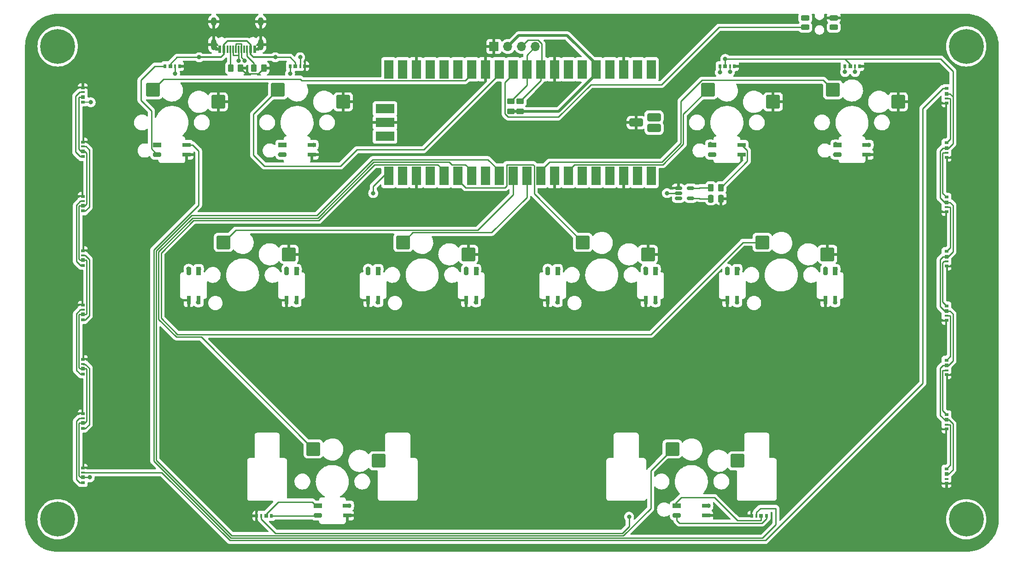
<source format=gbr>
%TF.GenerationSoftware,KiCad,Pcbnew,(6.0.5)*%
%TF.CreationDate,2022-10-13T09:17:03+09:00*%
%TF.ProjectId,Luka One___,4c756b61-204f-46e6-9566-5c5f2e6b6963,rev?*%
%TF.SameCoordinates,PX2f4d600PY1513820*%
%TF.FileFunction,Copper,L2,Bot*%
%TF.FilePolarity,Positive*%
%FSLAX46Y46*%
G04 Gerber Fmt 4.6, Leading zero omitted, Abs format (unit mm)*
G04 Created by KiCad (PCBNEW (6.0.5)) date 2022-10-13 09:17:03*
%MOMM*%
%LPD*%
G01*
G04 APERTURE LIST*
G04 Aperture macros list*
%AMRoundRect*
0 Rectangle with rounded corners*
0 $1 Rounding radius*
0 $2 $3 $4 $5 $6 $7 $8 $9 X,Y pos of 4 corners*
0 Add a 4 corners polygon primitive as box body*
4,1,4,$2,$3,$4,$5,$6,$7,$8,$9,$2,$3,0*
0 Add four circle primitives for the rounded corners*
1,1,$1+$1,$2,$3*
1,1,$1+$1,$4,$5*
1,1,$1+$1,$6,$7*
1,1,$1+$1,$8,$9*
0 Add four rect primitives between the rounded corners*
20,1,$1+$1,$2,$3,$4,$5,0*
20,1,$1+$1,$4,$5,$6,$7,0*
20,1,$1+$1,$6,$7,$8,$9,0*
20,1,$1+$1,$8,$9,$2,$3,0*%
%AMFreePoly0*
4,1,5,0.750000,-0.395000,-0.750000,-0.395000,-0.750000,0.395000,0.750000,0.395000,0.750000,-0.395000,0.750000,-0.395000,$1*%
G04 Aperture macros list end*
%TA.AperFunction,SMDPad,CuDef*%
%ADD10RoundRect,0.250000X-1.025000X-1.000000X1.025000X-1.000000X1.025000X1.000000X-1.025000X1.000000X0*%
%TD*%
%TA.AperFunction,SMDPad,CuDef*%
%ADD11R,0.790000X1.500000*%
%TD*%
%TA.AperFunction,SMDPad,CuDef*%
%ADD12RoundRect,0.197500X-0.197500X0.552500X-0.197500X-0.552500X0.197500X-0.552500X0.197500X0.552500X0*%
%TD*%
%TA.AperFunction,SMDPad,CuDef*%
%ADD13FreePoly0,270.000000*%
%TD*%
%TA.AperFunction,SMDPad,CuDef*%
%ADD14R,1.500000X0.790000*%
%TD*%
%TA.AperFunction,SMDPad,CuDef*%
%ADD15RoundRect,0.197500X-0.552500X-0.197500X0.552500X-0.197500X0.552500X0.197500X-0.552500X0.197500X0*%
%TD*%
%TA.AperFunction,SMDPad,CuDef*%
%ADD16FreePoly0,0.000000*%
%TD*%
%TA.AperFunction,ComponentPad*%
%ADD17C,0.800000*%
%TD*%
%TA.AperFunction,ComponentPad*%
%ADD18C,6.400000*%
%TD*%
%TA.AperFunction,ComponentPad*%
%ADD19R,1.700000X1.700000*%
%TD*%
%TA.AperFunction,ComponentPad*%
%ADD20O,1.700000X1.700000*%
%TD*%
%TA.AperFunction,SMDPad,CuDef*%
%ADD21R,0.800000X0.550000*%
%TD*%
%TA.AperFunction,SMDPad,CuDef*%
%ADD22R,0.800000X0.800000*%
%TD*%
%TA.AperFunction,SMDPad,CuDef*%
%ADD23R,0.800000X0.450000*%
%TD*%
%TA.AperFunction,SMDPad,CuDef*%
%ADD24R,0.800000X0.600000*%
%TD*%
%TA.AperFunction,SMDPad,CuDef*%
%ADD25RoundRect,0.250000X0.250000X0.475000X-0.250000X0.475000X-0.250000X-0.475000X0.250000X-0.475000X0*%
%TD*%
%TA.AperFunction,SMDPad,CuDef*%
%ADD26RoundRect,0.150000X-0.512500X-0.150000X0.512500X-0.150000X0.512500X0.150000X-0.512500X0.150000X0*%
%TD*%
%TA.AperFunction,SMDPad,CuDef*%
%ADD27R,0.550000X0.800000*%
%TD*%
%TA.AperFunction,SMDPad,CuDef*%
%ADD28R,0.450000X0.800000*%
%TD*%
%TA.AperFunction,SMDPad,CuDef*%
%ADD29R,0.600000X0.800000*%
%TD*%
%TA.AperFunction,SMDPad,CuDef*%
%ADD30RoundRect,0.250000X-0.262500X-0.450000X0.262500X-0.450000X0.262500X0.450000X-0.262500X0.450000X0*%
%TD*%
%TA.AperFunction,SMDPad,CuDef*%
%ADD31RoundRect,0.250000X-0.525000X-0.250000X0.525000X-0.250000X0.525000X0.250000X-0.525000X0.250000X0*%
%TD*%
%TA.AperFunction,SMDPad,CuDef*%
%ADD32RoundRect,0.250000X0.450000X-0.262500X0.450000X0.262500X-0.450000X0.262500X-0.450000X-0.262500X0*%
%TD*%
%TA.AperFunction,SMDPad,CuDef*%
%ADD33R,0.600000X1.450000*%
%TD*%
%TA.AperFunction,SMDPad,CuDef*%
%ADD34R,0.300000X1.450000*%
%TD*%
%TA.AperFunction,ComponentPad*%
%ADD35O,1.000000X1.600000*%
%TD*%
%TA.AperFunction,ComponentPad*%
%ADD36O,1.000000X2.100000*%
%TD*%
%TA.AperFunction,SMDPad,CuDef*%
%ADD37R,1.700000X3.500000*%
%TD*%
%TA.AperFunction,SMDPad,CuDef*%
%ADD38R,3.500000X1.700000*%
%TD*%
%TA.AperFunction,ComponentPad*%
%ADD39RoundRect,0.300000X0.950000X-0.450000X0.950000X0.450000X-0.950000X0.450000X-0.950000X-0.450000X0*%
%TD*%
%TA.AperFunction,ViaPad*%
%ADD40C,0.800000*%
%TD*%
%TA.AperFunction,Conductor*%
%ADD41C,0.250000*%
%TD*%
%TA.AperFunction,Conductor*%
%ADD42C,0.300000*%
%TD*%
%TA.AperFunction,Conductor*%
%ADD43C,0.500000*%
%TD*%
%TA.AperFunction,Conductor*%
%ADD44C,0.200000*%
%TD*%
G04 APERTURE END LIST*
D10*
%TO.P,REF\u002A\u002A,1*%
%TO.N,/BACK*%
X129900000Y-17900000D03*
%TO.P,REF\u002A\u002A,2*%
%TO.N,GND*%
X141900000Y-20100000D03*
%TD*%
%TO.P,Kailh PG1354,1*%
%TO.N,N/C*%
X57379999Y-83953850D03*
%TO.P,Kailh PG1354,2*%
X69379999Y-86153850D03*
%TD*%
%TO.P,REF\u002A\u002A,1*%
%TO.N,/LS*%
X27900000Y-17900000D03*
%TO.P,REF\u002A\u002A,2*%
%TO.N,GND*%
X39900000Y-20100000D03*
%TD*%
%TO.P,Kailh PG1352,1*%
%TO.N,/A*%
X106899999Y-45943850D03*
%TO.P,Kailh PG1352,2*%
%TO.N,GND*%
X118899999Y-48143850D03*
%TD*%
D11*
%TO.P,REF\u002A\u002A3,1*%
%TO.N,RGB_DATA_5V_5*%
X135310000Y-56590000D03*
%TO.P,REF\u002A\u002A3,2*%
%TO.N,GND*%
X133490000Y-56600000D03*
D12*
%TO.P,REF\u002A\u002A3,3*%
%TO.N,RGB_DATA_5V_6*%
X133490000Y-51200000D03*
D13*
%TO.P,REF\u002A\u002A3,4*%
%TO.N,VBUS*%
X135310000Y-51200000D03*
%TD*%
D11*
%TO.P,REF\u002A\u002A10,1*%
%TO.N,RGB_DATA_5V_10*%
X54310000Y-56590000D03*
%TO.P,REF\u002A\u002A10,2*%
%TO.N,GND*%
X52490000Y-56600000D03*
D12*
%TO.P,REF\u002A\u002A10,3*%
%TO.N,RGB_DATA_5V_11*%
X52490000Y-51200000D03*
D13*
%TO.P,REF\u002A\u002A10,4*%
%TO.N,VBUS*%
X54310000Y-51200000D03*
%TD*%
D10*
%TO.P,REF\u002A\u002A,1*%
%TO.N,/RS*%
X50900000Y-17900000D03*
%TO.P,REF\u002A\u002A,2*%
%TO.N,GND*%
X62900000Y-20100000D03*
%TD*%
D11*
%TO.P,REF\u002A\u002A7,1*%
%TO.N,RGB_DATA_5V_9*%
X69310000Y-56590000D03*
%TO.P,REF\u002A\u002A7,2*%
%TO.N,GND*%
X67490000Y-56600000D03*
D12*
%TO.P,REF\u002A\u002A7,3*%
%TO.N,RGB_DATA_5V_10*%
X67490000Y-51200000D03*
D13*
%TO.P,REF\u002A\u002A7,4*%
%TO.N,VBUS*%
X69310000Y-51200000D03*
%TD*%
D14*
%TO.P,REF\u002A\u002A3,1*%
%TO.N,RGB_DATA_5V_16*%
X34090000Y-27990000D03*
%TO.P,REF\u002A\u002A3,2*%
%TO.N,GND*%
X34100000Y-29810000D03*
D15*
%TO.P,REF\u002A\u002A3,3*%
%TO.N,RGB_DATA_5V_17*%
X28700000Y-29810000D03*
D16*
%TO.P,REF\u002A\u002A3,4*%
%TO.N,VBUS*%
X28700000Y-27990000D03*
%TD*%
D17*
%TO.P,REF\u002A\u002A,1*%
%TO.N,N/C*%
X179799999Y-9900000D03*
X175702943Y-11597056D03*
X177399999Y-7500000D03*
X175702943Y-8202944D03*
D18*
X177399999Y-9900000D03*
D17*
X177399999Y-12300000D03*
X174999999Y-9900000D03*
X179097055Y-8202944D03*
X179097055Y-11597056D03*
%TD*%
%TO.P,REF\u002A\u002A,1*%
%TO.N,N/C*%
X12800000Y-9900000D03*
X10400000Y-7500000D03*
X12097056Y-11597056D03*
D18*
X10400000Y-9900000D03*
D17*
X8000000Y-9900000D03*
X12097056Y-8202944D03*
X8702944Y-11597056D03*
X10400000Y-12300000D03*
X8702944Y-8202944D03*
%TD*%
D11*
%TO.P,REF\u002A\u002A6,1*%
%TO.N,RGB_DATA_5V_6*%
X120310000Y-56590000D03*
%TO.P,REF\u002A\u002A6,2*%
%TO.N,GND*%
X118490000Y-56600000D03*
D12*
%TO.P,REF\u002A\u002A6,3*%
%TO.N,RGB_DATA_5V_7*%
X118490000Y-51200000D03*
D13*
%TO.P,REF\u002A\u002A6,4*%
%TO.N,VBUS*%
X120310000Y-51200000D03*
%TD*%
D10*
%TO.P,REF\u002A\u002A,1*%
%TO.N,/START*%
X152900000Y-17900000D03*
%TO.P,REF\u002A\u002A,2*%
%TO.N,GND*%
X164900000Y-20100000D03*
%TD*%
D17*
%TO.P,REF\u002A\u002A,1*%
%TO.N,N/C*%
X10400000Y-99300000D03*
X8000000Y-96900000D03*
X12097056Y-95202944D03*
X10400000Y-94500000D03*
X12097056Y-98597056D03*
X12800000Y-96900000D03*
X8702944Y-95202944D03*
D18*
X10400000Y-96900000D03*
D17*
X8702944Y-98597056D03*
%TD*%
D11*
%TO.P,REF\u002A\u002A8,1*%
%TO.N,RGB_DATA_5V_8*%
X87310000Y-56590000D03*
%TO.P,REF\u002A\u002A8,2*%
%TO.N,GND*%
X85490000Y-56600000D03*
D12*
%TO.P,REF\u002A\u002A8,3*%
%TO.N,RGB_DATA_5V_9*%
X85490000Y-51200000D03*
D13*
%TO.P,REF\u002A\u002A8,4*%
%TO.N,VBUS*%
X87310000Y-51200000D03*
%TD*%
D14*
%TO.P,REF\u002A\u002A3,1*%
%TO.N,RGB_DATA_5V_18*%
X57090000Y-27990000D03*
%TO.P,REF\u002A\u002A3,2*%
%TO.N,GND*%
X57100000Y-29810000D03*
D15*
%TO.P,REF\u002A\u002A3,3*%
%TO.N,RGB_DATA_5V_19*%
X51700000Y-29810000D03*
D16*
%TO.P,REF\u002A\u002A3,4*%
%TO.N,VBUS*%
X51700000Y-27990000D03*
%TD*%
D11*
%TO.P,REF\u002A\u002A9,1*%
%TO.N,RGB_DATA_5V_11*%
X36310000Y-56590000D03*
%TO.P,REF\u002A\u002A9,2*%
%TO.N,GND*%
X34490000Y-56600000D03*
D12*
%TO.P,REF\u002A\u002A9,3*%
%TO.N,RGB_DATA_5V_12*%
X34490000Y-51200000D03*
D13*
%TO.P,REF\u002A\u002A9,4*%
%TO.N,VBUS*%
X36310000Y-51200000D03*
%TD*%
D11*
%TO.P,REF\u002A\u002A5,1*%
%TO.N,RGB_DATA_5V_7*%
X102310000Y-56590000D03*
%TO.P,REF\u002A\u002A5,2*%
%TO.N,GND*%
X100490000Y-56600000D03*
D12*
%TO.P,REF\u002A\u002A5,3*%
%TO.N,RGB_DATA_5V_8*%
X100490000Y-51200000D03*
D13*
%TO.P,REF\u002A\u002A5,4*%
%TO.N,VBUS*%
X102310000Y-51200000D03*
%TD*%
D10*
%TO.P,Kailh PG1354,1*%
%TO.N,N/C*%
X123379999Y-83953850D03*
%TO.P,Kailh PG1354,2*%
X135379999Y-86153850D03*
%TD*%
%TO.P,Kailh PG1353,1*%
%TO.N,/B*%
X139899999Y-45943850D03*
%TO.P,Kailh PG1353,2*%
%TO.N,GND*%
X151899999Y-48143850D03*
%TD*%
D14*
%TO.P,REF\u002A\u002A3,1*%
%TO.N,RGB_DATA_5V_2*%
X159090000Y-27990000D03*
%TO.P,REF\u002A\u002A3,2*%
%TO.N,GND*%
X159100000Y-29810000D03*
D15*
%TO.P,REF\u002A\u002A3,3*%
%TO.N,RGB_DATA_5V_3*%
X153700000Y-29810000D03*
D16*
%TO.P,REF\u002A\u002A3,4*%
%TO.N,VBUS*%
X153700000Y-27990000D03*
%TD*%
D14*
%TO.P,REF\u002A\u002A4,1*%
%TO.N,RGB_DATA_5V_14*%
X129596006Y-94397420D03*
%TO.P,REF\u002A\u002A4,2*%
%TO.N,GND*%
X129606006Y-96217420D03*
D15*
%TO.P,REF\u002A\u002A4,3*%
%TO.N,RGB_DATA_5V_15*%
X124206006Y-96217420D03*
D16*
%TO.P,REF\u002A\u002A4,4*%
%TO.N,VBUS*%
X124206006Y-94397420D03*
%TD*%
D14*
%TO.P,REF\u002A\u002A3,1*%
%TO.N,/RGB_DATA_5V*%
X136090000Y-27990000D03*
%TO.P,REF\u002A\u002A3,2*%
%TO.N,GND*%
X136100000Y-29810000D03*
D15*
%TO.P,REF\u002A\u002A3,3*%
%TO.N,RGB_DATA_5V_1*%
X130700000Y-29810000D03*
D16*
%TO.P,REF\u002A\u002A3,4*%
%TO.N,VBUS*%
X130700000Y-27990000D03*
%TD*%
D14*
%TO.P,REF\u002A\u002A,1*%
%TO.N,RGB_DATA_5V_12*%
X63596006Y-94397420D03*
%TO.P,REF\u002A\u002A,2*%
%TO.N,GND*%
X63606006Y-96217420D03*
D15*
%TO.P,REF\u002A\u002A,3*%
%TO.N,RGB_DATA_5V_13*%
X58206006Y-96217420D03*
D16*
%TO.P,REF\u002A\u002A,4*%
%TO.N,VBUS*%
X58206006Y-94397420D03*
%TD*%
D19*
%TO.P,J2,1,Pin_1*%
%TO.N,GND*%
X90600000Y-9900000D03*
D20*
%TO.P,J2,2,Pin_2*%
%TO.N,/3V3*%
X93140000Y-9900000D03*
%TO.P,J2,3,Pin_3*%
%TO.N,/SCL*%
X95680000Y-9900000D03*
%TO.P,J2,4,Pin_4*%
%TO.N,/SDA*%
X98220000Y-9900000D03*
%TD*%
D10*
%TO.P,Kailh PG1351,1*%
%TO.N,/X*%
X73899999Y-45943850D03*
%TO.P,Kailh PG1351,2*%
%TO.N,GND*%
X85899999Y-48143850D03*
%TD*%
D17*
%TO.P,REF\u002A\u002A,1*%
%TO.N,N/C*%
X175702943Y-98597056D03*
X177399999Y-99300000D03*
X174999999Y-96900000D03*
X175702943Y-95202944D03*
X179097055Y-98597056D03*
X179799999Y-96900000D03*
X179097055Y-95202944D03*
D18*
X177399999Y-96900000D03*
D17*
X177399999Y-94500000D03*
%TD*%
D11*
%TO.P,REF\u002A\u002A3,1*%
%TO.N,RGB_DATA_5V_4*%
X153310000Y-56590000D03*
%TO.P,REF\u002A\u002A3,2*%
%TO.N,GND*%
X151490000Y-56600000D03*
D12*
%TO.P,REF\u002A\u002A3,3*%
%TO.N,RGB_DATA_5V_5*%
X151490000Y-51200000D03*
D13*
%TO.P,REF\u002A\u002A3,4*%
%TO.N,VBUS*%
X153310000Y-51200000D03*
%TD*%
D10*
%TO.P,Kailh PG1350,1*%
%TO.N,/Y*%
X40899999Y-45943850D03*
%TO.P,Kailh PG1350,2*%
%TO.N,GND*%
X52899999Y-48143850D03*
%TD*%
D21*
%TO.P,LED12,1*%
%TO.N,RGB_DATA_5V_30*%
X173775000Y-37625000D03*
D22*
%TO.P,LED12,2*%
%TO.N,VBUS*%
X173775000Y-38600000D03*
D23*
%TO.P,LED12,3*%
%TO.N,RGB_DATA_5V_31*%
X173775000Y-39475000D03*
D24*
%TO.P,LED12,4*%
%TO.N,GND*%
X173775000Y-40300000D03*
%TD*%
D21*
%TO.P,LED2,1*%
%TO.N,RGB_DATA_5V_22*%
X15025000Y-40175000D03*
D22*
%TO.P,LED2,2*%
%TO.N,VBUS*%
X15025000Y-39200000D03*
D23*
%TO.P,LED2,3*%
%TO.N,RGB_DATA_5V_23*%
X15025000Y-38325000D03*
D24*
%TO.P,LED2,4*%
%TO.N,GND*%
X15025000Y-37500000D03*
%TD*%
D25*
%TO.P,C1,1*%
%TO.N,GND*%
X132350000Y-37900000D03*
%TO.P,C1,2*%
%TO.N,VBUS*%
X130450000Y-37900000D03*
%TD*%
D21*
%TO.P,LED9,1*%
%TO.N,RGB_DATA_5V_33*%
X173775000Y-67625000D03*
D22*
%TO.P,LED9,2*%
%TO.N,VBUS*%
X173775000Y-68600000D03*
D23*
%TO.P,LED9,3*%
%TO.N,RGB_DATA_5V_34*%
X173775000Y-69475000D03*
D24*
%TO.P,LED9,4*%
%TO.N,GND*%
X173775000Y-70300000D03*
%TD*%
D21*
%TO.P,LED5,1*%
%TO.N,RGB_DATA_5V_25*%
X15025000Y-70175000D03*
D22*
%TO.P,LED5,2*%
%TO.N,VBUS*%
X15025000Y-69200000D03*
D23*
%TO.P,LED5,3*%
%TO.N,RGB_DATA_5V_26*%
X15025000Y-68325000D03*
D24*
%TO.P,LED5,4*%
%TO.N,GND*%
X15025000Y-67500000D03*
%TD*%
D26*
%TO.P,U2,1,NC*%
%TO.N,unconnected-(U2-Pad1)*%
X124482500Y-37850000D03*
%TO.P,U2,2,A*%
%TO.N,/RGB*%
X124482500Y-36900000D03*
%TO.P,U2,3,GND*%
%TO.N,GND*%
X124482500Y-35950000D03*
%TO.P,U2,4,Y*%
%TO.N,Net-(R5-Pad1)*%
X126757500Y-35950000D03*
%TO.P,U2,5,VCC*%
%TO.N,VBUS*%
X126757500Y-37850000D03*
%TD*%
D21*
%TO.P,LED7,1*%
%TO.N,RGB_DATA_5V_27*%
X15025000Y-90175000D03*
D22*
%TO.P,LED7,2*%
%TO.N,VBUS*%
X15025000Y-89200000D03*
D23*
%TO.P,LED7,3*%
%TO.N,RGB_DATA_5V_28*%
X15025000Y-88325000D03*
D24*
%TO.P,LED7,4*%
%TO.N,GND*%
X15025000Y-87500000D03*
%TD*%
D27*
%TO.P,LED14,1*%
%TO.N,RGB_DATA_5V_17*%
X30125000Y-13525000D03*
D22*
%TO.P,LED14,2*%
%TO.N,VBUS*%
X31100000Y-13525000D03*
D28*
%TO.P,LED14,3*%
%TO.N,RGB_DATA_5V_18*%
X31975000Y-13525000D03*
D29*
%TO.P,LED14,4*%
%TO.N,GND*%
X32800000Y-13525000D03*
%TD*%
D27*
%TO.P,LED14,1*%
%TO.N,RGB_DATA_5V_1*%
X132125000Y-13525000D03*
D22*
%TO.P,LED14,2*%
%TO.N,VBUS*%
X133100000Y-13525000D03*
D28*
%TO.P,LED14,3*%
%TO.N,RGB_DATA_5V_2*%
X133975000Y-13525000D03*
D29*
%TO.P,LED14,4*%
%TO.N,GND*%
X134800000Y-13525000D03*
%TD*%
D30*
%TO.P,R1,1*%
%TO.N,Net-(J1-PadB5)*%
X46487500Y-13900000D03*
%TO.P,R1,2*%
%TO.N,GND*%
X48312500Y-13900000D03*
%TD*%
%TO.P,R5,1*%
%TO.N,Net-(R5-Pad1)*%
X130467500Y-35900000D03*
%TO.P,R5,2*%
%TO.N,/RGB_DATA_5V*%
X132292500Y-35900000D03*
%TD*%
D31*
%TO.P,REF\u002A\u002A,1*%
%TO.N,/RUN*%
X147801131Y-6370103D03*
%TO.P,REF\u002A\u002A,2*%
%TO.N,N/C*%
X153051131Y-6370103D03*
%TO.P,REF\u002A\u002A,3*%
X147801131Y-4670103D03*
%TO.P,REF\u002A\u002A,4*%
%TO.N,GND*%
X153051131Y-4670103D03*
%TD*%
D32*
%TO.P,R4,1*%
%TO.N,/3V3*%
X93662500Y-21812500D03*
%TO.P,R4,2*%
%TO.N,/SDA*%
X93662500Y-19987500D03*
%TD*%
D27*
%TO.P,LED14,1*%
%TO.N,RGB_DATA_5V_15*%
X140675000Y-96275000D03*
D22*
%TO.P,LED14,2*%
%TO.N,VBUS*%
X139700000Y-96275000D03*
D28*
%TO.P,LED14,3*%
%TO.N,RGB_DATA_5V_16*%
X138825000Y-96275000D03*
D29*
%TO.P,LED14,4*%
%TO.N,GND*%
X138000000Y-96275000D03*
%TD*%
D21*
%TO.P,LED,1*%
%TO.N,RGB_DATA_5V_35*%
X173775000Y-87625000D03*
D22*
%TO.P,LED,2*%
%TO.N,VBUS*%
X173775000Y-88600000D03*
D23*
%TO.P,LED,3*%
%TO.N,RGB_DATA_5V_36*%
X173775000Y-89475000D03*
D24*
%TO.P,LED,4*%
%TO.N,GND*%
X173775000Y-90300000D03*
%TD*%
D27*
%TO.P,LED14,1*%
%TO.N,RGB_DATA_5V_19*%
X53125000Y-13525000D03*
D22*
%TO.P,LED14,2*%
%TO.N,VBUS*%
X54100000Y-13525000D03*
D28*
%TO.P,LED14,3*%
%TO.N,RGB_DATA_5V_20*%
X54975000Y-13525000D03*
D29*
%TO.P,LED14,4*%
%TO.N,GND*%
X55800000Y-13525000D03*
%TD*%
D32*
%TO.P,R3,1*%
%TO.N,/3V3*%
X95400000Y-21812500D03*
%TO.P,R3,2*%
%TO.N,/SCL*%
X95400000Y-19987500D03*
%TD*%
D21*
%TO.P,LED,1*%
%TO.N,RGB_DATA_5V_20*%
X15025000Y-20175000D03*
D22*
%TO.P,LED,2*%
%TO.N,VBUS*%
X15025000Y-19200000D03*
D23*
%TO.P,LED,3*%
%TO.N,RGB_DATA_5V_21*%
X15025000Y-18325000D03*
D24*
%TO.P,LED,4*%
%TO.N,GND*%
X15025000Y-17500000D03*
%TD*%
D21*
%TO.P,LED13,1*%
%TO.N,RGB_DATA_5V_29*%
X173775000Y-27625000D03*
D22*
%TO.P,LED13,2*%
%TO.N,VBUS*%
X173775000Y-28600000D03*
D23*
%TO.P,LED13,3*%
%TO.N,RGB_DATA_5V_30*%
X173775000Y-29475000D03*
D24*
%TO.P,LED13,4*%
%TO.N,GND*%
X173775000Y-30300000D03*
%TD*%
D30*
%TO.P,R2,1*%
%TO.N,Net-(J1-PadA5)*%
X42187500Y-13900000D03*
%TO.P,R2,2*%
%TO.N,GND*%
X44012500Y-13900000D03*
%TD*%
D21*
%TO.P,LED4,1*%
%TO.N,RGB_DATA_5V_24*%
X15025000Y-60175000D03*
D22*
%TO.P,LED4,2*%
%TO.N,VBUS*%
X15025000Y-59200000D03*
D23*
%TO.P,LED4,3*%
%TO.N,RGB_DATA_5V_25*%
X15025000Y-58325000D03*
D24*
%TO.P,LED4,4*%
%TO.N,GND*%
X15025000Y-57500000D03*
%TD*%
D27*
%TO.P,LED14,1*%
%TO.N,RGB_DATA_5V_3*%
X155125000Y-13525000D03*
D22*
%TO.P,LED14,2*%
%TO.N,VBUS*%
X156100000Y-13525000D03*
D28*
%TO.P,LED14,3*%
%TO.N,RGB_DATA_5V_4*%
X156975000Y-13525000D03*
D29*
%TO.P,LED14,4*%
%TO.N,GND*%
X157800000Y-13525000D03*
%TD*%
D21*
%TO.P,LED14,1*%
%TO.N,RGB_DATA_5V_28*%
X173775000Y-17625000D03*
D22*
%TO.P,LED14,2*%
%TO.N,VBUS*%
X173775000Y-18600000D03*
D23*
%TO.P,LED14,3*%
%TO.N,RGB_DATA_5V_29*%
X173775000Y-19475000D03*
D24*
%TO.P,LED14,4*%
%TO.N,GND*%
X173775000Y-20300000D03*
%TD*%
D21*
%TO.P,LED6,1*%
%TO.N,RGB_DATA_5V_26*%
X15025000Y-80175000D03*
D22*
%TO.P,LED6,2*%
%TO.N,VBUS*%
X15025000Y-79200000D03*
D23*
%TO.P,LED6,3*%
%TO.N,RGB_DATA_5V_27*%
X15025000Y-78325000D03*
D24*
%TO.P,LED6,4*%
%TO.N,GND*%
X15025000Y-77500000D03*
%TD*%
D21*
%TO.P,LED3,1*%
%TO.N,RGB_DATA_5V_23*%
X15025000Y-50175000D03*
D22*
%TO.P,LED3,2*%
%TO.N,VBUS*%
X15025000Y-49200000D03*
D23*
%TO.P,LED3,3*%
%TO.N,RGB_DATA_5V_24*%
X15025000Y-48325000D03*
D24*
%TO.P,LED3,4*%
%TO.N,GND*%
X15025000Y-47500000D03*
%TD*%
D21*
%TO.P,LED1,1*%
%TO.N,RGB_DATA_5V_21*%
X15025000Y-30175000D03*
D22*
%TO.P,LED1,2*%
%TO.N,VBUS*%
X15025000Y-29200000D03*
D23*
%TO.P,LED1,3*%
%TO.N,RGB_DATA_5V_22*%
X15025000Y-28325000D03*
D24*
%TO.P,LED1,4*%
%TO.N,GND*%
X15025000Y-27500000D03*
%TD*%
D27*
%TO.P,LED14,1*%
%TO.N,RGB_DATA_5V_13*%
X49675000Y-96275000D03*
D22*
%TO.P,LED14,2*%
%TO.N,VBUS*%
X48700000Y-96275000D03*
D28*
%TO.P,LED14,3*%
%TO.N,RGB_DATA_5V_14*%
X47825000Y-96275000D03*
D29*
%TO.P,LED14,4*%
%TO.N,GND*%
X47000000Y-96275000D03*
%TD*%
D21*
%TO.P,LED11,1*%
%TO.N,RGB_DATA_5V_31*%
X173775000Y-47625000D03*
D22*
%TO.P,LED11,2*%
%TO.N,VBUS*%
X173775000Y-48600000D03*
D23*
%TO.P,LED11,3*%
%TO.N,RGB_DATA_5V_32*%
X173775000Y-49475000D03*
D24*
%TO.P,LED11,4*%
%TO.N,GND*%
X173775000Y-50300000D03*
%TD*%
D21*
%TO.P,LED10,1*%
%TO.N,RGB_DATA_5V_32*%
X173775000Y-57625000D03*
D22*
%TO.P,LED10,2*%
%TO.N,VBUS*%
X173775000Y-58600000D03*
D23*
%TO.P,LED10,3*%
%TO.N,RGB_DATA_5V_33*%
X173775000Y-59475000D03*
D24*
%TO.P,LED10,4*%
%TO.N,GND*%
X173775000Y-60300000D03*
%TD*%
D33*
%TO.P,J1,A1,GND*%
%TO.N,GND*%
X40150000Y-10447601D03*
%TO.P,J1,A4,VBUS*%
%TO.N,VBUS*%
X40950000Y-10447601D03*
D34*
%TO.P,J1,A5,CC1*%
%TO.N,Net-(J1-PadA5)*%
X42150000Y-10447601D03*
%TO.P,J1,A6,D+*%
%TO.N,/TP3*%
X43150000Y-10447601D03*
%TO.P,J1,A7,D-*%
%TO.N,/TP2*%
X43650000Y-10447601D03*
%TO.P,J1,A8,SBU1*%
%TO.N,unconnected-(J1-PadA8)*%
X44650000Y-10447601D03*
D33*
%TO.P,J1,A9,VBUS*%
%TO.N,VBUS*%
X45850000Y-10447601D03*
%TO.P,J1,A12,GND*%
%TO.N,GND*%
X46650000Y-10447601D03*
%TO.P,J1,B1,GND*%
X46650000Y-10447601D03*
%TO.P,J1,B4,VBUS*%
%TO.N,VBUS*%
X45850000Y-10447601D03*
D34*
%TO.P,J1,B5,CC2*%
%TO.N,Net-(J1-PadB5)*%
X45150000Y-10447601D03*
%TO.P,J1,B6,D+*%
%TO.N,/TP3*%
X44150000Y-10447601D03*
%TO.P,J1,B7,D-*%
%TO.N,/TP2*%
X42650000Y-10447601D03*
%TO.P,J1,B8,SBU2*%
%TO.N,unconnected-(J1-PadB8)*%
X41650000Y-10447601D03*
D33*
%TO.P,J1,B9,VBUS*%
%TO.N,VBUS*%
X40950000Y-10447601D03*
%TO.P,J1,B12,GND*%
%TO.N,GND*%
X40150000Y-10447601D03*
D35*
%TO.P,J1,S1,SHIELD*%
X39080000Y-5352601D03*
D36*
X39080000Y-9532601D03*
D35*
X47720000Y-5352601D03*
D36*
X47720000Y-9532601D03*
%TD*%
D21*
%TO.P,LED8,1*%
%TO.N,RGB_DATA_5V_34*%
X173775000Y-77625000D03*
D22*
%TO.P,LED8,2*%
%TO.N,VBUS*%
X173775000Y-78600000D03*
D23*
%TO.P,LED8,3*%
%TO.N,RGB_DATA_5V_35*%
X173775000Y-79475000D03*
D24*
%TO.P,LED8,4*%
%TO.N,GND*%
X173775000Y-80300000D03*
%TD*%
D37*
%TO.P,U1,1,GPIO0*%
%TO.N,/LEFT*%
X119490000Y-33710000D03*
%TO.P,U1,2,GPIO1*%
%TO.N,/UP*%
X116950000Y-33710000D03*
%TO.P,U1,3,GND*%
%TO.N,GND*%
X114410000Y-33710000D03*
%TO.P,U1,4,GPIO2*%
%TO.N,/DOWN*%
X111870000Y-33710000D03*
%TO.P,U1,5,GPIO3*%
%TO.N,/RIGHT*%
X109330000Y-33710000D03*
%TO.P,U1,6,GPIO4*%
%TO.N,/GUIDE*%
X106790000Y-33710000D03*
%TO.P,U1,7,GPIO5*%
%TO.N,/BACK*%
X104250000Y-33710000D03*
%TO.P,U1,8,GND*%
%TO.N,GND*%
X101710000Y-33710000D03*
%TO.P,U1,9,GPIO6*%
%TO.N,/START*%
X99170000Y-33710000D03*
%TO.P,U1,10,GPIO7*%
%TO.N,/X*%
X96630000Y-33710000D03*
%TO.P,U1,11,GPIO8*%
%TO.N,/Y*%
X94090000Y-33710000D03*
%TO.P,U1,12,GPIO9*%
%TO.N,/RB*%
X91550000Y-33710000D03*
%TO.P,U1,13,GND*%
%TO.N,GND*%
X89010000Y-33710000D03*
%TO.P,U1,14,GPIO10*%
%TO.N,/LB*%
X86470000Y-33710000D03*
%TO.P,U1,15,GPIO11*%
%TO.N,/A*%
X83930000Y-33710000D03*
%TO.P,U1,16,GPIO12*%
%TO.N,/B*%
X81390000Y-33710000D03*
%TO.P,U1,17,GPIO13*%
%TO.N,/RT*%
X78850000Y-33710000D03*
%TO.P,U1,18,GND*%
%TO.N,GND*%
X76310000Y-33710000D03*
%TO.P,U1,19,GPIO14*%
%TO.N,/LT*%
X73770000Y-33710000D03*
%TO.P,U1,20,GPIO15*%
%TO.N,/RGB*%
X71230000Y-33710000D03*
%TO.P,U1,21,GPIO16*%
%TO.N,/PLED1*%
X71230000Y-14130000D03*
%TO.P,U1,22,GPIO17*%
%TO.N,/PLED2*%
X73770000Y-14130000D03*
%TO.P,U1,23,GND*%
%TO.N,GND*%
X76310000Y-14130000D03*
%TO.P,U1,24,GPIO18*%
%TO.N,/PLED3*%
X78850000Y-14130000D03*
%TO.P,U1,25,GPIO19*%
%TO.N,/PLED4*%
X81390000Y-14130000D03*
%TO.P,U1,26,GPIO20*%
%TO.N,/TP*%
X83930000Y-14130000D03*
%TO.P,U1,27,GPIO21*%
%TO.N,/LS*%
X86470000Y-14130000D03*
%TO.P,U1,28,GND*%
%TO.N,GND*%
X89010000Y-14130000D03*
%TO.P,U1,29,GPIO22*%
%TO.N,/RS*%
X91550000Y-14130000D03*
%TO.P,U1,30,RUN*%
%TO.N,/RUN*%
X94090000Y-14130000D03*
%TO.P,U1,31,GPIO26_ADC0*%
%TO.N,/SDA*%
X96630000Y-14130000D03*
%TO.P,U1,32,GPIO27_ADC1*%
%TO.N,/SCL*%
X99170000Y-14130000D03*
%TO.P,U1,33,AGND*%
%TO.N,GND*%
X101710000Y-14130000D03*
%TO.P,U1,34,GPIO28_ADC2*%
%TO.N,/SETTINGS*%
X104250000Y-14130000D03*
%TO.P,U1,35,ADC_VREF*%
%TO.N,unconnected-(U1-Pad35)*%
X106790000Y-14130000D03*
%TO.P,U1,36,3V3*%
%TO.N,/3V3*%
X109330000Y-14130000D03*
%TO.P,U1,37,3V3_EN*%
%TO.N,unconnected-(U1-Pad37)*%
X111870000Y-14130000D03*
%TO.P,U1,38,GND*%
%TO.N,GND*%
X114410000Y-14130000D03*
%TO.P,U1,39,VSYS*%
%TO.N,unconnected-(U1-Pad39)*%
X116950000Y-14130000D03*
%TO.P,U1,40,VBUS*%
%TO.N,VBUS*%
X119490000Y-14130000D03*
D38*
%TO.P,U1,41,SWCLK*%
%TO.N,/SWCLK*%
X70560000Y-26460000D03*
%TO.P,U1,42,GND*%
%TO.N,GND*%
X70560000Y-23920000D03*
%TO.P,U1,43,SWDIO*%
%TO.N,/SWDIO*%
X70560000Y-21380000D03*
D39*
%TO.P,U1,TP1,TP1*%
%TO.N,GND*%
X116730000Y-23920000D03*
%TO.P,U1,TP2,TP2*%
%TO.N,/TP2*%
X120010000Y-22920000D03*
%TO.P,U1,TP3,TP3*%
%TO.N,/TP3*%
X120030000Y-24920000D03*
%TD*%
D40*
%TO.N,GND*%
X101700000Y-32600000D03*
X76300000Y-15300000D03*
X132400000Y-98900000D03*
X132400000Y-96200000D03*
X76300000Y-32600000D03*
X47900000Y-17300000D03*
X114400000Y-32600000D03*
X36400000Y-13600000D03*
X89000000Y-32600000D03*
X89000000Y-15100000D03*
X101700000Y-15100000D03*
X44012500Y-13900000D03*
X71600000Y-23900000D03*
%TO.N,VBUS*%
X133100000Y-12200000D03*
X54400000Y-50900000D03*
X16300000Y-89200000D03*
X36400000Y-11900000D03*
X28400000Y-28000000D03*
X120400000Y-50900000D03*
X57900000Y-94400000D03*
X130450000Y-37900000D03*
X135400000Y-50900000D03*
X153400000Y-27900000D03*
X36400000Y-50900000D03*
X102400000Y-50900000D03*
X87400000Y-50900000D03*
X130400000Y-27900000D03*
X50400000Y-11900000D03*
X51400000Y-28000000D03*
X123900000Y-94400000D03*
X69400000Y-50900000D03*
X153400000Y-50900000D03*
X119500000Y-15200000D03*
%TO.N,/TP3*%
X44800000Y-12500000D03*
%TO.N,/TP2*%
X43700000Y-12500000D03*
%TO.N,/RGB*%
X122400000Y-36900000D03*
X68400000Y-36900000D03*
%TO.N,RGB_DATA_5V_1*%
X132125000Y-14675000D03*
X130400000Y-29800000D03*
%TO.N,RGB_DATA_5V_2*%
X133975000Y-14600000D03*
X159500000Y-28000000D03*
%TO.N,RGB_DATA_5V_3*%
X153300000Y-29800000D03*
X155125000Y-14600000D03*
%TO.N,RGB_DATA_5V_4*%
X156975000Y-14600000D03*
X153300000Y-57000000D03*
%TO.N,RGB_DATA_5V_5*%
X135300000Y-57000000D03*
X151500000Y-50800000D03*
%TO.N,RGB_DATA_5V_6*%
X133500000Y-50800000D03*
X120300000Y-57000000D03*
%TO.N,RGB_DATA_5V_7*%
X118450000Y-50800000D03*
X102250000Y-57000000D03*
%TO.N,RGB_DATA_5V_8*%
X87250000Y-57000000D03*
X100450000Y-50800000D03*
%TO.N,RGB_DATA_5V_9*%
X85450000Y-50800000D03*
X69250000Y-57000000D03*
%TO.N,RGB_DATA_5V_10*%
X67450000Y-50800000D03*
X54250000Y-57000000D03*
%TO.N,RGB_DATA_5V_11*%
X36250000Y-57000000D03*
X52450000Y-50800000D03*
%TO.N,RGB_DATA_5V_12*%
X64000000Y-94400000D03*
X34450000Y-50800000D03*
%TO.N,RGB_DATA_5V_14*%
X115432141Y-96432141D03*
X130000000Y-94400000D03*
%TO.N,RGB_DATA_5V_18*%
X31975000Y-14900000D03*
X57500000Y-28000000D03*
%TO.N,RGB_DATA_5V_19*%
X51300000Y-29800000D03*
X53125000Y-14900000D03*
%TO.N,RGB_DATA_5V_20*%
X54975000Y-11900000D03*
X16475000Y-20175000D03*
%TD*%
D41*
%TO.N,GND*%
X45037020Y-14924520D02*
X47287980Y-14924520D01*
X47287980Y-14924520D02*
X48312500Y-13900000D01*
X46805000Y-10447601D02*
X47720000Y-9532601D01*
X40150000Y-10447601D02*
X39995000Y-10447601D01*
X44012500Y-13900000D02*
X45037020Y-14924520D01*
X46650000Y-10447601D02*
X46805000Y-10447601D01*
X39995000Y-10447601D02*
X39080000Y-9532601D01*
D42*
%TO.N,VBUS*%
X45186340Y-8923570D02*
X41613660Y-8923570D01*
D41*
X173775000Y-28600000D02*
X173125000Y-28600000D01*
D42*
X41613660Y-8923570D02*
X40950000Y-9587230D01*
D41*
X15750480Y-49275480D02*
X15750480Y-59049520D01*
X173775000Y-68600000D02*
X173125000Y-68600000D01*
X14300489Y-28800489D02*
X14700000Y-29200000D01*
X174949031Y-39124031D02*
X174949031Y-47676458D01*
X50925978Y-93700000D02*
X57200000Y-93700000D01*
D42*
X46378377Y-11900000D02*
X50400000Y-11900000D01*
D41*
X15025000Y-29200000D02*
X15374022Y-29200000D01*
X172600969Y-57774991D02*
X173425978Y-58600000D01*
X57200000Y-93700000D02*
X57900000Y-94400000D01*
X15675000Y-69200000D02*
X15749511Y-69274511D01*
X14300489Y-39274511D02*
X14300489Y-49000489D01*
D42*
X45850000Y-11371623D02*
X46378377Y-11900000D01*
D41*
X133100000Y-12200000D02*
X155124022Y-12200000D01*
X174949031Y-14449031D02*
X174949031Y-19124031D01*
X174949031Y-59124031D02*
X174949031Y-67774991D01*
X173775000Y-58600000D02*
X174425000Y-58600000D01*
X174425000Y-58600000D02*
X174949031Y-59124031D01*
X139700000Y-96275000D02*
X139700000Y-97088304D01*
X173125000Y-28600000D02*
X172600969Y-29124031D01*
X14300489Y-69000489D02*
X14500000Y-69200000D01*
X15025000Y-59200000D02*
X14375000Y-59200000D01*
X53125000Y-11900000D02*
X50400000Y-11900000D01*
X123900000Y-94000000D02*
X123900000Y-94400000D01*
X172600969Y-77774991D02*
X173425978Y-78600000D01*
X14625978Y-89200000D02*
X14300489Y-88874511D01*
X174124022Y-28600000D02*
X173775000Y-28600000D01*
X15025000Y-19200000D02*
X14375000Y-19200000D01*
D42*
X45850000Y-10447601D02*
X45850000Y-11371623D01*
D41*
X15025000Y-39200000D02*
X14375000Y-39200000D01*
D42*
X40421623Y-11900000D02*
X40950000Y-11371623D01*
D41*
X131100000Y-92900000D02*
X125000000Y-92900000D01*
X173775000Y-18600000D02*
X174425000Y-18600000D01*
X15374022Y-29200000D02*
X15749511Y-29575489D01*
X15600000Y-59200000D02*
X15025000Y-59200000D01*
X14300489Y-49000489D02*
X14500000Y-49200000D01*
X173125000Y-48600000D02*
X172600969Y-49124031D01*
X155124022Y-12200000D02*
X156100000Y-13175978D01*
X173775000Y-38600000D02*
X174425000Y-38600000D01*
X128350000Y-37850000D02*
X128400000Y-37900000D01*
X172600969Y-49124031D02*
X172600969Y-57774991D01*
X174949031Y-47676458D02*
X174025489Y-48600000D01*
X173425978Y-58600000D02*
X173775000Y-58600000D01*
X15375489Y-39200000D02*
X15025000Y-39200000D01*
X174949031Y-67774991D02*
X174124022Y-68600000D01*
X14300489Y-59274511D02*
X14300489Y-69000489D01*
X174425000Y-38600000D02*
X174949031Y-39124031D01*
X174949031Y-19124031D02*
X174949031Y-27774991D01*
X156100000Y-13175978D02*
X156100000Y-13525000D01*
X128400000Y-37900000D02*
X130450000Y-37900000D01*
X174124022Y-88600000D02*
X173775000Y-88600000D01*
X15400000Y-79200000D02*
X15025000Y-79200000D01*
X54100000Y-12875000D02*
X53125000Y-11900000D01*
X172600969Y-69124031D02*
X172600969Y-77774991D01*
X173125000Y-68600000D02*
X172600969Y-69124031D01*
X14300489Y-88874511D02*
X14300489Y-79274511D01*
X15749511Y-69274511D02*
X15749511Y-78850489D01*
X31100000Y-13125978D02*
X32325978Y-11900000D01*
X14375000Y-79200000D02*
X15025000Y-79200000D01*
X172700000Y-12200000D02*
X174949031Y-14449031D01*
X174185717Y-78600000D02*
X174949031Y-79363314D01*
X172600969Y-37774991D02*
X173425978Y-38600000D01*
X48700000Y-96275000D02*
X48700000Y-95925978D01*
X14700000Y-29200000D02*
X15025000Y-29200000D01*
X15749511Y-78850489D02*
X15400000Y-79200000D01*
D42*
X45850000Y-10447601D02*
X45850000Y-9587230D01*
D41*
X32325978Y-11900000D02*
X36400000Y-11900000D01*
X139700000Y-97088304D02*
X139637824Y-97150480D01*
D42*
X36400000Y-11900000D02*
X40421623Y-11900000D01*
X45850000Y-9587230D02*
X45186340Y-8923570D01*
D41*
X14375000Y-59200000D02*
X14300489Y-59274511D01*
X174949031Y-27774991D02*
X174124022Y-28600000D01*
X15025000Y-89200000D02*
X16300000Y-89200000D01*
X173425978Y-78600000D02*
X173775000Y-78600000D01*
X174949031Y-79363314D02*
X174949031Y-87774991D01*
X15025000Y-69200000D02*
X15675000Y-69200000D01*
X135350480Y-97150480D02*
X131100000Y-92900000D01*
D42*
X40950000Y-11371623D02*
X40950000Y-10447601D01*
D41*
X14375000Y-39200000D02*
X14300489Y-39274511D01*
X173775000Y-48600000D02*
X173125000Y-48600000D01*
X173425978Y-38600000D02*
X173775000Y-38600000D01*
X172600969Y-29124031D02*
X172600969Y-37774991D01*
X173775000Y-78600000D02*
X174185717Y-78600000D01*
X31100000Y-13525000D02*
X31100000Y-13125978D01*
X155124022Y-12200000D02*
X172700000Y-12200000D01*
X54100000Y-13525000D02*
X54100000Y-12875000D01*
X14500000Y-49200000D02*
X15025000Y-49200000D01*
X139637824Y-97150480D02*
X135350480Y-97150480D01*
X174949031Y-87774991D02*
X174124022Y-88600000D01*
X133100000Y-13525000D02*
X133100000Y-12200000D01*
X14300489Y-19274511D02*
X14300489Y-28800489D01*
X15025000Y-89200000D02*
X14625978Y-89200000D01*
X174425000Y-18600000D02*
X174949031Y-19124031D01*
X15025000Y-49200000D02*
X15675000Y-49200000D01*
X125000000Y-92900000D02*
X123900000Y-94000000D01*
D42*
X40950000Y-9587230D02*
X40950000Y-10447601D01*
D41*
X174025489Y-48600000D02*
X173775000Y-48600000D01*
X14375000Y-19200000D02*
X14300489Y-19274511D01*
X48700000Y-95925978D02*
X50925978Y-93700000D01*
X126757500Y-37850000D02*
X128350000Y-37850000D01*
X15749511Y-38825978D02*
X15375489Y-39200000D01*
X15675000Y-49200000D02*
X15750480Y-49275480D01*
X14500000Y-69200000D02*
X15025000Y-69200000D01*
X15749511Y-29575489D02*
X15749511Y-38825978D01*
X174124022Y-68600000D02*
X173775000Y-68600000D01*
X14300489Y-79274511D02*
X14375000Y-79200000D01*
X15750480Y-59049520D02*
X15600000Y-59200000D01*
%TO.N,Net-(J1-PadA5)*%
X42150000Y-13862500D02*
X42150000Y-10447601D01*
X42187500Y-13900000D02*
X42150000Y-13862500D01*
%TO.N,/TP3*%
X44150000Y-10447601D02*
X44150000Y-9423579D01*
X44150000Y-11850000D02*
X44800000Y-12500000D01*
X43150000Y-9423579D02*
X43150000Y-10447601D01*
X44150000Y-9423579D02*
X44124511Y-9398090D01*
X44150000Y-10447601D02*
X44150000Y-11850000D01*
X44124511Y-9398090D02*
X43175489Y-9398090D01*
X43175489Y-9398090D02*
X43150000Y-9423579D01*
%TO.N,/TP2*%
X42650000Y-11471623D02*
X42675489Y-11497112D01*
X43650000Y-12450000D02*
X43700000Y-12500000D01*
X43624511Y-11497112D02*
X43650000Y-11471623D01*
X42675489Y-11497112D02*
X43624511Y-11497112D01*
X42650000Y-10447601D02*
X42650000Y-11471623D01*
X43650000Y-11471623D02*
X43650000Y-10447601D01*
X43650000Y-11471623D02*
X43650000Y-12450000D01*
%TO.N,Net-(J1-PadB5)*%
X46487500Y-12987500D02*
X46487500Y-13900000D01*
X45150000Y-10447601D02*
X45150000Y-11650000D01*
X45150000Y-11650000D02*
X46487500Y-12987500D01*
D43*
%TO.N,/3V3*%
X95140000Y-7900000D02*
X93140000Y-9900000D01*
X102547500Y-21812500D02*
X95400000Y-21812500D01*
X109330000Y-15030000D02*
X102547500Y-21812500D01*
X109330000Y-15030000D02*
X109330000Y-13170978D01*
X93662500Y-21812500D02*
X95400000Y-21812500D01*
X109330000Y-13170978D02*
X104059022Y-7900000D01*
X104059022Y-7900000D02*
X95140000Y-7900000D01*
D41*
%TO.N,/SCL*%
X99170000Y-15030000D02*
X99394511Y-14805489D01*
X99170000Y-16217500D02*
X99170000Y-15030000D01*
X98706499Y-8725489D02*
X96854511Y-8725489D01*
X99394511Y-14805489D02*
X99394511Y-9413501D01*
X99394511Y-9413501D02*
X98706499Y-8725489D01*
X95400000Y-19987500D02*
X99170000Y-16217500D01*
X96854511Y-8725489D02*
X95680000Y-9900000D01*
%TO.N,/SDA*%
X96630000Y-15030000D02*
X96630000Y-11490000D01*
X96630000Y-11490000D02*
X98220000Y-9900000D01*
X96630000Y-17020000D02*
X93662500Y-19987500D01*
X96630000Y-15030000D02*
X96630000Y-17020000D01*
%TO.N,/BACK*%
X105424511Y-31635489D02*
X104250000Y-32810000D01*
X121664511Y-31635489D02*
X105424511Y-31635489D01*
X125400000Y-22400000D02*
X125400000Y-27900000D01*
X125400000Y-27900000D02*
X121664511Y-31635489D01*
X129900000Y-17900000D02*
X125400000Y-22400000D01*
%TO.N,/START*%
X121478313Y-31185969D02*
X100794031Y-31185969D01*
X124950480Y-20012027D02*
X124950480Y-27713802D01*
X100794031Y-31185969D02*
X99170000Y-32810000D01*
X151100479Y-16100479D02*
X128862028Y-16100479D01*
X124950480Y-27713802D02*
X121478313Y-31185969D01*
X128862028Y-16100479D02*
X124950480Y-20012027D01*
X152900000Y-17900000D02*
X151100479Y-16100479D01*
%TO.N,/X*%
X96630000Y-37670000D02*
X90155671Y-44144329D01*
X96630000Y-32810000D02*
X96630000Y-37670000D01*
X75699520Y-44144329D02*
X73899999Y-45943850D01*
X90155671Y-44144329D02*
X75699520Y-44144329D01*
%TO.N,/Y*%
X43149040Y-43694809D02*
X40899999Y-45943850D01*
X87605191Y-43694809D02*
X43149040Y-43694809D01*
X94090000Y-32810000D02*
X94090000Y-37210000D01*
X94090000Y-37210000D02*
X87605191Y-43694809D01*
%TO.N,/RB*%
X58027605Y-41000960D02*
X35027605Y-41000960D01*
X28500960Y-86000960D02*
X42400000Y-99900000D01*
X35027605Y-41000960D02*
X28500960Y-47527605D01*
X114400000Y-99900000D02*
X119400000Y-94900000D01*
X28500960Y-47527605D02*
X28500960Y-86000960D01*
X89476449Y-30736449D02*
X68292117Y-30736449D01*
X42400000Y-99900000D02*
X114400000Y-99900000D01*
X119400000Y-94900000D02*
X119400000Y-87933849D01*
X91550000Y-32810000D02*
X89476449Y-30736449D01*
X119400000Y-87933849D02*
X123379999Y-83953850D01*
X68292117Y-30736449D02*
X58027605Y-41000960D01*
%TO.N,/LB*%
X28950480Y-60086197D02*
X32213802Y-63349520D01*
X82379502Y-31185969D02*
X68478314Y-31185969D01*
X36775669Y-63349520D02*
X57379999Y-83953850D01*
X58213802Y-41450480D02*
X35213802Y-41450480D01*
X68478314Y-31185969D02*
X58213802Y-41450480D01*
X85295489Y-31635489D02*
X82829022Y-31635489D01*
X86470000Y-32810000D02*
X85295489Y-31635489D01*
X82829022Y-31635489D02*
X82379502Y-31185969D01*
X35213802Y-41450480D02*
X28950480Y-47713802D01*
X28950480Y-47713802D02*
X28950480Y-60086197D01*
X32213802Y-63349520D02*
X36775669Y-63349520D01*
%TO.N,/A*%
X85400000Y-35900000D02*
X83930000Y-34430000D01*
X92609022Y-35900000D02*
X85400000Y-35900000D01*
X97995489Y-31826467D02*
X97804511Y-31635489D01*
X83930000Y-34430000D02*
X83930000Y-32810000D01*
X106899999Y-45943850D02*
X97995489Y-37039340D01*
X97995489Y-37039340D02*
X97995489Y-31826467D01*
X97804511Y-31635489D02*
X92915489Y-31635489D01*
X92915489Y-31635489D02*
X92915489Y-35593533D01*
X92915489Y-35593533D02*
X92609022Y-35900000D01*
%TO.N,/B*%
X136356150Y-45943850D02*
X119400000Y-62900000D01*
X29400000Y-59900000D02*
X29400000Y-47900000D01*
X139899999Y-45943850D02*
X136356150Y-45943850D01*
X68664511Y-31635489D02*
X80215489Y-31635489D01*
X29400000Y-47900000D02*
X35400000Y-41900000D01*
X32400000Y-62900000D02*
X29400000Y-59900000D01*
X80215489Y-31635489D02*
X81390000Y-32810000D01*
X35400000Y-41900000D02*
X58400000Y-41900000D01*
X119400000Y-62900000D02*
X32400000Y-62900000D01*
X58400000Y-41900000D02*
X68664511Y-31635489D01*
%TO.N,/RGB*%
X68400000Y-35640000D02*
X68400000Y-36900000D01*
X124482500Y-36900000D02*
X122400000Y-36900000D01*
X71230000Y-32810000D02*
X68400000Y-35640000D01*
%TO.N,/LS*%
X29900000Y-15900000D02*
X27900000Y-17900000D01*
X55290840Y-16204511D02*
X54986329Y-15900000D01*
X54986329Y-15900000D02*
X29900000Y-15900000D01*
X85295489Y-16204511D02*
X55290840Y-16204511D01*
X86470000Y-15030000D02*
X85295489Y-16204511D01*
%TO.N,/RS*%
X46400000Y-22400000D02*
X50900000Y-17900000D01*
X48400000Y-31900000D02*
X46400000Y-29900000D01*
X62400000Y-31900000D02*
X48400000Y-31900000D01*
X91550000Y-15030000D02*
X77680000Y-28900000D01*
X77680000Y-28900000D02*
X65400000Y-28900000D01*
X65400000Y-28900000D02*
X62400000Y-31900000D01*
X46400000Y-29900000D02*
X46400000Y-22400000D01*
%TO.N,/RUN*%
X94090000Y-15030000D02*
X92637980Y-16482020D01*
X92637980Y-22312973D02*
X92637980Y-16482020D01*
X102400000Y-22900000D02*
X108400000Y-16900000D01*
X93225007Y-22900000D02*
X102400000Y-22900000D01*
X121400000Y-16900000D02*
X131929897Y-6370103D01*
X131929897Y-6370103D02*
X147801131Y-6370103D01*
X108400000Y-16900000D02*
X121400000Y-16900000D01*
X93225007Y-22900000D02*
X92637980Y-22312973D01*
%TO.N,Net-(R5-Pad1)*%
X128350000Y-35950000D02*
X128400000Y-35900000D01*
X126757500Y-35950000D02*
X128350000Y-35950000D01*
X128400000Y-35900000D02*
X130467500Y-35900000D01*
%TO.N,/RGB_DATA_5V*%
X132292500Y-35900000D02*
X137174511Y-31017989D01*
X137174511Y-31017989D02*
X137174511Y-29074511D01*
X137174511Y-29074511D02*
X136090000Y-27990000D01*
%TO.N,RGB_DATA_5V_1*%
X132125000Y-13525000D02*
X132125000Y-14675000D01*
D44*
%TO.N,RGB_DATA_5V_2*%
X133975000Y-13525000D02*
X133975000Y-14600000D01*
%TO.N,RGB_DATA_5V_3*%
X155125000Y-13525000D02*
X155125000Y-14600000D01*
%TO.N,RGB_DATA_5V_4*%
X156975000Y-13525000D02*
X156975000Y-14600000D01*
D41*
%TO.N,RGB_DATA_5V_13*%
X49678371Y-96278371D02*
X49675000Y-96275000D01*
X58206006Y-96217420D02*
X58145055Y-96278371D01*
X58145055Y-96278371D02*
X49678371Y-96278371D01*
%TO.N,RGB_DATA_5V_14*%
X114213802Y-99450480D02*
X115432141Y-98232141D01*
X115432141Y-98232141D02*
X115432141Y-96432141D01*
X50426458Y-99450480D02*
X114213802Y-99450480D01*
X47825000Y-96275000D02*
X47825000Y-96849022D01*
X47825000Y-96849022D02*
X50426458Y-99450480D01*
%TO.N,RGB_DATA_5V_15*%
X124206006Y-96217420D02*
X124206006Y-97106006D01*
X124206006Y-97106006D02*
X124700000Y-97600000D01*
X139824022Y-97600000D02*
X140675000Y-96749022D01*
X140675000Y-96749022D02*
X140675000Y-96275000D01*
X124700000Y-97600000D02*
X139824022Y-97600000D01*
%TO.N,RGB_DATA_5V_16*%
X35190000Y-27990000D02*
X36300000Y-29100000D01*
X36300000Y-39092848D02*
X28051440Y-47341408D01*
X139950480Y-100349520D02*
X142400000Y-97900000D01*
X28051440Y-86187157D02*
X42213802Y-100349520D01*
X28051440Y-47341408D02*
X28051440Y-86187157D01*
X138825000Y-95625978D02*
X138825000Y-96275000D01*
X142400000Y-97900000D02*
X142400000Y-94900000D01*
X142400000Y-94900000D02*
X139550978Y-94900000D01*
X36300000Y-29100000D02*
X36300000Y-39092848D01*
X42213802Y-100349520D02*
X139950480Y-100349520D01*
X34090000Y-27990000D02*
X35190000Y-27990000D01*
X139550978Y-94900000D02*
X138825000Y-95625978D01*
%TO.N,RGB_DATA_5V_17*%
X25700000Y-19800000D02*
X25700000Y-16100000D01*
X25700000Y-16100000D02*
X28275000Y-13525000D01*
X27625489Y-28735489D02*
X27625489Y-21725489D01*
X27625489Y-21725489D02*
X25700000Y-19800000D01*
X28275000Y-13525000D02*
X30125000Y-13525000D01*
X28700000Y-29810000D02*
X27625489Y-28735489D01*
%TO.N,RGB_DATA_5V_18*%
X31975000Y-13525000D02*
X31975000Y-14900000D01*
%TO.N,RGB_DATA_5V_19*%
X53125000Y-13525000D02*
X53125000Y-14900000D01*
D44*
%TO.N,RGB_DATA_5V_20*%
X15025000Y-20175000D02*
X16475000Y-20175000D01*
D41*
X54975000Y-13525000D02*
X54975000Y-11900000D01*
%TO.N,RGB_DATA_5V_21*%
X15025000Y-18325000D02*
X14450978Y-18325000D01*
X14550978Y-30175000D02*
X15025000Y-30175000D01*
X14450978Y-18325000D02*
X13700000Y-19075978D01*
X13700000Y-29324022D02*
X14550978Y-30175000D01*
X13700000Y-19075978D02*
X13700000Y-29324022D01*
%TO.N,RGB_DATA_5V_22*%
X16199031Y-28925009D02*
X16199031Y-39474991D01*
X15499022Y-40175000D02*
X15025000Y-40175000D01*
X15025000Y-28325000D02*
X15599022Y-28325000D01*
X15599022Y-28325000D02*
X16199031Y-28925009D01*
X16199031Y-39474991D02*
X15499022Y-40175000D01*
%TO.N,RGB_DATA_5V_23*%
X13850969Y-39088314D02*
X13850969Y-49474991D01*
X15025000Y-38375000D02*
X14564283Y-38375000D01*
X13850969Y-49474991D02*
X14600978Y-50225000D01*
X14564283Y-38375000D02*
X13850969Y-39088314D01*
X14600978Y-50225000D02*
X15025000Y-50225000D01*
%TO.N,RGB_DATA_5V_24*%
X15449022Y-60225000D02*
X15025000Y-60225000D01*
X15025000Y-48375000D02*
X15485717Y-48375000D01*
X15485717Y-48375000D02*
X16200000Y-49089283D01*
X16200000Y-59474022D02*
X15449022Y-60225000D01*
X16200000Y-49089283D02*
X16200000Y-59474022D01*
%TO.N,RGB_DATA_5V_25*%
X14600978Y-70225000D02*
X15025000Y-70225000D01*
X13850969Y-69474991D02*
X14600978Y-70225000D01*
X14564283Y-58375000D02*
X13850969Y-59088314D01*
X15025000Y-58375000D02*
X14564283Y-58375000D01*
X13850969Y-59088314D02*
X13850969Y-69474991D01*
%TO.N,RGB_DATA_5V_26*%
X16199031Y-79474991D02*
X15449022Y-80225000D01*
X16199031Y-69088314D02*
X16199031Y-79474991D01*
X15449022Y-80225000D02*
X15025000Y-80225000D01*
X15485717Y-68375000D02*
X16199031Y-69088314D01*
X15025000Y-68375000D02*
X15485717Y-68375000D01*
%TO.N,RGB_DATA_5V_27*%
X14475000Y-90175000D02*
X15025000Y-90175000D01*
X13850969Y-78849031D02*
X13850969Y-89550969D01*
X13850969Y-89550969D02*
X14475000Y-90175000D01*
X14375000Y-78325000D02*
X13850969Y-78849031D01*
X15025000Y-78325000D02*
X14375000Y-78325000D01*
%TO.N,RGB_DATA_5V_28*%
X29553565Y-88325000D02*
X15025000Y-88325000D01*
X169400000Y-71900000D02*
X140500960Y-100799040D01*
X140500960Y-100799040D02*
X42027605Y-100799040D01*
X42027605Y-100799040D02*
X29553565Y-88325000D01*
X173125000Y-17625000D02*
X169400000Y-21350000D01*
X173775000Y-17625000D02*
X173125000Y-17625000D01*
X169400000Y-21350000D02*
X169400000Y-71900000D01*
%TO.N,RGB_DATA_5V_29*%
X173775000Y-19475000D02*
X174425000Y-19475000D01*
X174425000Y-19475000D02*
X174499511Y-19549511D01*
X174499511Y-19549511D02*
X174499511Y-26900489D01*
X174499511Y-26900489D02*
X173775000Y-27625000D01*
%TO.N,RGB_DATA_5V_30*%
X173050489Y-36900489D02*
X173775000Y-37625000D01*
X173775000Y-29475000D02*
X173125000Y-29475000D01*
X173050489Y-29549511D02*
X173050489Y-36900489D01*
X173125000Y-29475000D02*
X173050489Y-29549511D01*
%TO.N,RGB_DATA_5V_31*%
X174499511Y-46900489D02*
X173775000Y-47625000D01*
X174425000Y-39475000D02*
X174499511Y-39549511D01*
X174499511Y-39549511D02*
X174499511Y-46900489D01*
X173775000Y-39475000D02*
X174425000Y-39475000D01*
%TO.N,RGB_DATA_5V_32*%
X173050489Y-49675489D02*
X173050489Y-56900489D01*
X173250978Y-49475000D02*
X173050489Y-49675489D01*
X173775000Y-49475000D02*
X173250978Y-49475000D01*
X173050489Y-56900489D02*
X173775000Y-57625000D01*
%TO.N,RGB_DATA_5V_33*%
X173775000Y-59475000D02*
X174425000Y-59475000D01*
X174425000Y-59475000D02*
X174499511Y-59549511D01*
X174499511Y-66900489D02*
X173775000Y-67625000D01*
X174499511Y-59549511D02*
X174499511Y-66900489D01*
%TO.N,RGB_DATA_5V_34*%
X173050489Y-76900489D02*
X173775000Y-77625000D01*
X173775000Y-69475000D02*
X173125000Y-69475000D01*
X173125000Y-69475000D02*
X173050489Y-69549511D01*
X173050489Y-69549511D02*
X173050489Y-76900489D01*
%TO.N,RGB_DATA_5V_35*%
X174499511Y-86900489D02*
X173775000Y-87625000D01*
X174425000Y-79475000D02*
X174499511Y-79549511D01*
X173775000Y-79475000D02*
X174425000Y-79475000D01*
X174499511Y-79549511D02*
X174499511Y-86900489D01*
%TD*%
%TA.AperFunction,Conductor*%
%TO.N,GND*%
G36*
X38642822Y-3931103D02*
G01*
X38689315Y-3984759D01*
X38699419Y-4055033D01*
X38669925Y-4119613D01*
X38633076Y-4148763D01*
X38530846Y-4202208D01*
X38520585Y-4208922D01*
X38376127Y-4325069D01*
X38367368Y-4333647D01*
X38248222Y-4475640D01*
X38241292Y-4485760D01*
X38151998Y-4648186D01*
X38147166Y-4659459D01*
X38091120Y-4836139D01*
X38088570Y-4848133D01*
X38072393Y-4992362D01*
X38072000Y-4999386D01*
X38072000Y-5080486D01*
X38076475Y-5095725D01*
X38077865Y-5096930D01*
X38085548Y-5098601D01*
X40069885Y-5098601D01*
X40085124Y-5094126D01*
X40086329Y-5092736D01*
X40088000Y-5085053D01*
X40088000Y-5005944D01*
X40087699Y-4999796D01*
X40074188Y-4861998D01*
X40071805Y-4849963D01*
X40018233Y-4672525D01*
X40013559Y-4661185D01*
X39926540Y-4497524D01*
X39919751Y-4487307D01*
X39802603Y-4343668D01*
X39793959Y-4334964D01*
X39651144Y-4216817D01*
X39640973Y-4209957D01*
X39526270Y-4147937D01*
X39475861Y-4097942D01*
X39460484Y-4028631D01*
X39485020Y-3962009D01*
X39541680Y-3919228D01*
X39586199Y-3911101D01*
X47214701Y-3911101D01*
X47282822Y-3931103D01*
X47329315Y-3984759D01*
X47339419Y-4055033D01*
X47309925Y-4119613D01*
X47273076Y-4148763D01*
X47170846Y-4202208D01*
X47160585Y-4208922D01*
X47016127Y-4325069D01*
X47007368Y-4333647D01*
X46888222Y-4475640D01*
X46881292Y-4485760D01*
X46791998Y-4648186D01*
X46787166Y-4659459D01*
X46731120Y-4836139D01*
X46728570Y-4848133D01*
X46712393Y-4992362D01*
X46712000Y-4999386D01*
X46712000Y-5080486D01*
X46716475Y-5095725D01*
X46717865Y-5096930D01*
X46725548Y-5098601D01*
X48709885Y-5098601D01*
X48725124Y-5094126D01*
X48726329Y-5092736D01*
X48728000Y-5085053D01*
X48728000Y-5005944D01*
X48727699Y-4999796D01*
X48714188Y-4861998D01*
X48711805Y-4849963D01*
X48658233Y-4672525D01*
X48653559Y-4661185D01*
X48566540Y-4497524D01*
X48559751Y-4487307D01*
X48442603Y-4343668D01*
X48433959Y-4334964D01*
X48291144Y-4216817D01*
X48280973Y-4209957D01*
X48166270Y-4147937D01*
X48115861Y-4097942D01*
X48100484Y-4028631D01*
X48125020Y-3962009D01*
X48181680Y-3919228D01*
X48226199Y-3911101D01*
X146474027Y-3911101D01*
X146542148Y-3931103D01*
X146588641Y-3984759D01*
X146598745Y-4055033D01*
X146588223Y-4090348D01*
X146587855Y-4091136D01*
X146584016Y-4097365D01*
X146528334Y-4265242D01*
X146517631Y-4369703D01*
X146517631Y-4970503D01*
X146517968Y-4973749D01*
X146517968Y-4973753D01*
X146527883Y-5069309D01*
X146528605Y-5076269D01*
X146530786Y-5082805D01*
X146530786Y-5082807D01*
X146574859Y-5214909D01*
X146584581Y-5244049D01*
X146677653Y-5394451D01*
X146682835Y-5399624D01*
X146682839Y-5399629D01*
X146714239Y-5430974D01*
X146748319Y-5493256D01*
X146743316Y-5564076D01*
X146714396Y-5609164D01*
X146683560Y-5640054D01*
X146676826Y-5646800D01*
X146672986Y-5653030D01*
X146658382Y-5676721D01*
X146605609Y-5724213D01*
X146551123Y-5736603D01*
X132008664Y-5736603D01*
X131997481Y-5736076D01*
X131989988Y-5734401D01*
X131982062Y-5734650D01*
X131982061Y-5734650D01*
X131921911Y-5736541D01*
X131917952Y-5736603D01*
X131890041Y-5736603D01*
X131886107Y-5737100D01*
X131886106Y-5737100D01*
X131886041Y-5737108D01*
X131874204Y-5738041D01*
X131842387Y-5739041D01*
X131837926Y-5739181D01*
X131830007Y-5739430D01*
X131812351Y-5744559D01*
X131810555Y-5745081D01*
X131791203Y-5749089D01*
X131784132Y-5749983D01*
X131771100Y-5751629D01*
X131763731Y-5754546D01*
X131763729Y-5754547D01*
X131729994Y-5767903D01*
X131718766Y-5771748D01*
X131676304Y-5784085D01*
X131669481Y-5788120D01*
X131669479Y-5788121D01*
X131658869Y-5794396D01*
X131641121Y-5803091D01*
X131622280Y-5810551D01*
X131615864Y-5815213D01*
X131615863Y-5815213D01*
X131586510Y-5836539D01*
X131576590Y-5843055D01*
X131545362Y-5861523D01*
X131545359Y-5861525D01*
X131538535Y-5865561D01*
X131524214Y-5879882D01*
X131509181Y-5892722D01*
X131492790Y-5904631D01*
X131487739Y-5910737D01*
X131464599Y-5938708D01*
X131456609Y-5947487D01*
X121174500Y-16229595D01*
X121112188Y-16263621D01*
X121085405Y-16266500D01*
X120920007Y-16266500D01*
X120851886Y-16246498D01*
X120805393Y-16192842D01*
X120795289Y-16122568D01*
X120802025Y-16096271D01*
X120838971Y-15997718D01*
X120838973Y-15997712D01*
X120841745Y-15990316D01*
X120848500Y-15928134D01*
X120848500Y-12331866D01*
X120841745Y-12269684D01*
X120790615Y-12133295D01*
X120703261Y-12016739D01*
X120586705Y-11929385D01*
X120450316Y-11878255D01*
X120388134Y-11871500D01*
X118591866Y-11871500D01*
X118529684Y-11878255D01*
X118393295Y-11929385D01*
X118345689Y-11965064D01*
X118295565Y-12002630D01*
X118229059Y-12027478D01*
X118159676Y-12012425D01*
X118144435Y-12002630D01*
X118094311Y-11965064D01*
X118046705Y-11929385D01*
X117910316Y-11878255D01*
X117848134Y-11871500D01*
X116051866Y-11871500D01*
X115989684Y-11878255D01*
X115853295Y-11929385D01*
X115805689Y-11965064D01*
X115755148Y-12002942D01*
X115688642Y-12027790D01*
X115619259Y-12012737D01*
X115604018Y-12002942D01*
X115513649Y-11935214D01*
X115498054Y-11926676D01*
X115377606Y-11881522D01*
X115362351Y-11877895D01*
X115311486Y-11872369D01*
X115304672Y-11872000D01*
X114682115Y-11872000D01*
X114666876Y-11876475D01*
X114665671Y-11877865D01*
X114664000Y-11885548D01*
X114664000Y-14258000D01*
X114643998Y-14326121D01*
X114590342Y-14372614D01*
X114538000Y-14384000D01*
X114282000Y-14384000D01*
X114213879Y-14363998D01*
X114167386Y-14310342D01*
X114156000Y-14258000D01*
X114156000Y-11890116D01*
X114151525Y-11874877D01*
X114150135Y-11873672D01*
X114142452Y-11872001D01*
X113515331Y-11872001D01*
X113508510Y-11872371D01*
X113457648Y-11877895D01*
X113442396Y-11881521D01*
X113321946Y-11926676D01*
X113306351Y-11935214D01*
X113215982Y-12002942D01*
X113149475Y-12027790D01*
X113080093Y-12012737D01*
X113064852Y-12002942D01*
X113014311Y-11965064D01*
X112966705Y-11929385D01*
X112830316Y-11878255D01*
X112768134Y-11871500D01*
X110971866Y-11871500D01*
X110909684Y-11878255D01*
X110773295Y-11929385D01*
X110725689Y-11965064D01*
X110675565Y-12002630D01*
X110609059Y-12027478D01*
X110539676Y-12012425D01*
X110524435Y-12002630D01*
X110474311Y-11965064D01*
X110426705Y-11929385D01*
X110290316Y-11878255D01*
X110228134Y-11871500D01*
X109155393Y-11871500D01*
X109087272Y-11851498D01*
X109066298Y-11834595D01*
X104642792Y-7411089D01*
X104630406Y-7396677D01*
X104621873Y-7385082D01*
X104621868Y-7385077D01*
X104617530Y-7379182D01*
X104611952Y-7374443D01*
X104611949Y-7374440D01*
X104577254Y-7344965D01*
X104569738Y-7338035D01*
X104564043Y-7332340D01*
X104547758Y-7319456D01*
X104541771Y-7314719D01*
X104538367Y-7311928D01*
X104488319Y-7269409D01*
X104488317Y-7269408D01*
X104482737Y-7264667D01*
X104476221Y-7261339D01*
X104471172Y-7257972D01*
X104466043Y-7254805D01*
X104460306Y-7250266D01*
X104394147Y-7219345D01*
X104390247Y-7217439D01*
X104325214Y-7184231D01*
X104318106Y-7182492D01*
X104312463Y-7180393D01*
X104306700Y-7178476D01*
X104300072Y-7175378D01*
X104228605Y-7160513D01*
X104224321Y-7159543D01*
X104189980Y-7151140D01*
X104153412Y-7142192D01*
X104147810Y-7141844D01*
X104147807Y-7141844D01*
X104142258Y-7141500D01*
X104142260Y-7141464D01*
X104138267Y-7141225D01*
X104134075Y-7140851D01*
X104126907Y-7139360D01*
X104063142Y-7141085D01*
X104049501Y-7141454D01*
X104046094Y-7141500D01*
X95207069Y-7141500D01*
X95188121Y-7140067D01*
X95180780Y-7138950D01*
X95173883Y-7137901D01*
X95173881Y-7137901D01*
X95166651Y-7136801D01*
X95159359Y-7137394D01*
X95159356Y-7137394D01*
X95113982Y-7141085D01*
X95103767Y-7141500D01*
X95095707Y-7141500D01*
X95086246Y-7142603D01*
X95067493Y-7144789D01*
X95063118Y-7145222D01*
X94997661Y-7150546D01*
X94997658Y-7150547D01*
X94990363Y-7151140D01*
X94983399Y-7153396D01*
X94977440Y-7154587D01*
X94971585Y-7155971D01*
X94964319Y-7156818D01*
X94895673Y-7181735D01*
X94891545Y-7183152D01*
X94829064Y-7203393D01*
X94829062Y-7203394D01*
X94822101Y-7205649D01*
X94815846Y-7209445D01*
X94810372Y-7211951D01*
X94804942Y-7214670D01*
X94798063Y-7217167D01*
X94791943Y-7221180D01*
X94791942Y-7221180D01*
X94737024Y-7257186D01*
X94733320Y-7259523D01*
X94670893Y-7297405D01*
X94662516Y-7304803D01*
X94662492Y-7304776D01*
X94659500Y-7307429D01*
X94656267Y-7310132D01*
X94650148Y-7314144D01*
X94620951Y-7344965D01*
X94596872Y-7370383D01*
X94594494Y-7372825D01*
X93447296Y-8520023D01*
X93384984Y-8554049D01*
X93336105Y-8554975D01*
X93268284Y-8542894D01*
X93194452Y-8541992D01*
X93050081Y-8540228D01*
X93050079Y-8540228D01*
X93044911Y-8540165D01*
X92824091Y-8573955D01*
X92611756Y-8643357D01*
X92413607Y-8746507D01*
X92409474Y-8749610D01*
X92409471Y-8749612D01*
X92327333Y-8811283D01*
X92234965Y-8880635D01*
X92231393Y-8884373D01*
X92153898Y-8965466D01*
X92092374Y-9000895D01*
X92021462Y-8997438D01*
X91963676Y-8956192D01*
X91944823Y-8922644D01*
X91903324Y-8811946D01*
X91894786Y-8796351D01*
X91818285Y-8694276D01*
X91805724Y-8681715D01*
X91703649Y-8605214D01*
X91688054Y-8596676D01*
X91567606Y-8551522D01*
X91552351Y-8547895D01*
X91501486Y-8542369D01*
X91494672Y-8542000D01*
X90872115Y-8542000D01*
X90856876Y-8546475D01*
X90855671Y-8547865D01*
X90854000Y-8555548D01*
X90854000Y-11239884D01*
X90858475Y-11255123D01*
X90859865Y-11256328D01*
X90867548Y-11257999D01*
X91494669Y-11257999D01*
X91501490Y-11257629D01*
X91552352Y-11252105D01*
X91567604Y-11248479D01*
X91688054Y-11203324D01*
X91703649Y-11194786D01*
X91805724Y-11118285D01*
X91818285Y-11105724D01*
X91894786Y-11003649D01*
X91903324Y-10988054D01*
X91944225Y-10878952D01*
X91986867Y-10822188D01*
X92053428Y-10797488D01*
X92122777Y-10812696D01*
X92157444Y-10840684D01*
X92182865Y-10870031D01*
X92182869Y-10870035D01*
X92186250Y-10873938D01*
X92262846Y-10937529D01*
X92342716Y-11003838D01*
X92358126Y-11016632D01*
X92551000Y-11129338D01*
X92759692Y-11209030D01*
X92764760Y-11210061D01*
X92764763Y-11210062D01*
X92843323Y-11226045D01*
X92978597Y-11253567D01*
X92983772Y-11253757D01*
X92983774Y-11253757D01*
X93196673Y-11261564D01*
X93196677Y-11261564D01*
X93201837Y-11261753D01*
X93206957Y-11261097D01*
X93206959Y-11261097D01*
X93418288Y-11234025D01*
X93418289Y-11234025D01*
X93423416Y-11233368D01*
X93447825Y-11226045D01*
X93632429Y-11170661D01*
X93632434Y-11170659D01*
X93637384Y-11169174D01*
X93837994Y-11070896D01*
X94019860Y-10941173D01*
X94178096Y-10783489D01*
X94289867Y-10627943D01*
X94308453Y-10602077D01*
X94309776Y-10603028D01*
X94356645Y-10559857D01*
X94426580Y-10547625D01*
X94492026Y-10575144D01*
X94519875Y-10606994D01*
X94579987Y-10705088D01*
X94726250Y-10873938D01*
X94802846Y-10937529D01*
X94882716Y-11003838D01*
X94898126Y-11016632D01*
X95091000Y-11129338D01*
X95299692Y-11209030D01*
X95304760Y-11210061D01*
X95304763Y-11210062D01*
X95383323Y-11226045D01*
X95518597Y-11253567D01*
X95523772Y-11253757D01*
X95523774Y-11253757D01*
X95736673Y-11261564D01*
X95736677Y-11261564D01*
X95741837Y-11261753D01*
X95746957Y-11261097D01*
X95746959Y-11261097D01*
X95823006Y-11251355D01*
X95860264Y-11246582D01*
X95930374Y-11257766D01*
X95983308Y-11305080D01*
X96002259Y-11373500D01*
X95999453Y-11394424D01*
X95999465Y-11394426D01*
X95998472Y-11402291D01*
X95996500Y-11409970D01*
X95996500Y-11430224D01*
X95994949Y-11449934D01*
X95991780Y-11469943D01*
X95992526Y-11477835D01*
X95995941Y-11513961D01*
X95996500Y-11525819D01*
X95996500Y-11745500D01*
X95976498Y-11813621D01*
X95922842Y-11860114D01*
X95870500Y-11871500D01*
X95731866Y-11871500D01*
X95669684Y-11878255D01*
X95533295Y-11929385D01*
X95485689Y-11965064D01*
X95435565Y-12002630D01*
X95369059Y-12027478D01*
X95299676Y-12012425D01*
X95284435Y-12002630D01*
X95234311Y-11965064D01*
X95186705Y-11929385D01*
X95050316Y-11878255D01*
X94988134Y-11871500D01*
X93191866Y-11871500D01*
X93129684Y-11878255D01*
X92993295Y-11929385D01*
X92945689Y-11965064D01*
X92895565Y-12002630D01*
X92829059Y-12027478D01*
X92759676Y-12012425D01*
X92744435Y-12002630D01*
X92694311Y-11965064D01*
X92646705Y-11929385D01*
X92510316Y-11878255D01*
X92448134Y-11871500D01*
X90651866Y-11871500D01*
X90589684Y-11878255D01*
X90453295Y-11929385D01*
X90405689Y-11965064D01*
X90355148Y-12002942D01*
X90288642Y-12027790D01*
X90219259Y-12012737D01*
X90204018Y-12002942D01*
X90113649Y-11935214D01*
X90098054Y-11926676D01*
X89977606Y-11881522D01*
X89962351Y-11877895D01*
X89911486Y-11872369D01*
X89904672Y-11872000D01*
X89282115Y-11872000D01*
X89266876Y-11876475D01*
X89265671Y-11877865D01*
X89264000Y-11885548D01*
X89264000Y-16367906D01*
X89243998Y-16436027D01*
X89227095Y-16457001D01*
X83336380Y-22347715D01*
X77454500Y-28229595D01*
X77392188Y-28263621D01*
X77365405Y-28266500D01*
X65478768Y-28266500D01*
X65467585Y-28265973D01*
X65460092Y-28264298D01*
X65452166Y-28264547D01*
X65452165Y-28264547D01*
X65392002Y-28266438D01*
X65388044Y-28266500D01*
X65360144Y-28266500D01*
X65356154Y-28267004D01*
X65344320Y-28267936D01*
X65300111Y-28269326D01*
X65292495Y-28271539D01*
X65292493Y-28271539D01*
X65280652Y-28274979D01*
X65261293Y-28278988D01*
X65259983Y-28279154D01*
X65241203Y-28281526D01*
X65233837Y-28284442D01*
X65233831Y-28284444D01*
X65200098Y-28297800D01*
X65188868Y-28301645D01*
X65161583Y-28309572D01*
X65146407Y-28313981D01*
X65139584Y-28318016D01*
X65128966Y-28324295D01*
X65111213Y-28332992D01*
X65103568Y-28336019D01*
X65092383Y-28340448D01*
X65075664Y-28352595D01*
X65056612Y-28366437D01*
X65046695Y-28372951D01*
X65008638Y-28395458D01*
X64994317Y-28409779D01*
X64979284Y-28422619D01*
X64962893Y-28434528D01*
X64934702Y-28468605D01*
X64926712Y-28477384D01*
X62174500Y-31229595D01*
X62112188Y-31263621D01*
X62085405Y-31266500D01*
X56923710Y-31266500D01*
X56855589Y-31246498D01*
X56809096Y-31192842D01*
X56798992Y-31122568D01*
X56809330Y-31087650D01*
X56811473Y-31083013D01*
X56816352Y-31075485D01*
X56818922Y-31066892D01*
X56818924Y-31066887D01*
X56823711Y-31050880D01*
X56830372Y-31033436D01*
X56837467Y-31018324D01*
X56837468Y-31018322D01*
X56841281Y-31010200D01*
X56843102Y-30998509D01*
X56844720Y-30988114D01*
X56845830Y-30980983D01*
X56849613Y-30964268D01*
X56855515Y-30944534D01*
X56855516Y-30944528D01*
X56858086Y-30935934D01*
X56858296Y-30901494D01*
X56858329Y-30900711D01*
X56858500Y-30899614D01*
X56858500Y-30868623D01*
X56858502Y-30867853D01*
X56858952Y-30794215D01*
X56858952Y-30794214D01*
X56858976Y-30790279D01*
X56858592Y-30788935D01*
X56858500Y-30787590D01*
X56858500Y-30694884D01*
X57354000Y-30694884D01*
X57358475Y-30710123D01*
X57359865Y-30711328D01*
X57367548Y-30712999D01*
X57894669Y-30712999D01*
X57901490Y-30712629D01*
X57952352Y-30707105D01*
X57967604Y-30703479D01*
X58088054Y-30658324D01*
X58103649Y-30649786D01*
X58205724Y-30573285D01*
X58218285Y-30560724D01*
X58294786Y-30458649D01*
X58303324Y-30443054D01*
X58348478Y-30322606D01*
X58352105Y-30307351D01*
X58357631Y-30256486D01*
X58358000Y-30249672D01*
X58358000Y-30082115D01*
X58353525Y-30066876D01*
X58352135Y-30065671D01*
X58344452Y-30064000D01*
X57372115Y-30064000D01*
X57356876Y-30068475D01*
X57355671Y-30069865D01*
X57354000Y-30077548D01*
X57354000Y-30694884D01*
X56858500Y-30694884D01*
X56858500Y-29682000D01*
X56878502Y-29613879D01*
X56932158Y-29567386D01*
X56984500Y-29556000D01*
X58339884Y-29556000D01*
X58355123Y-29551525D01*
X58356328Y-29550135D01*
X58357999Y-29542452D01*
X58357999Y-29370331D01*
X58357629Y-29363510D01*
X58352105Y-29312648D01*
X58348479Y-29297396D01*
X58303324Y-29176946D01*
X58294786Y-29161351D01*
X58218285Y-29059276D01*
X58205724Y-29046715D01*
X58139911Y-28997391D01*
X58097396Y-28940532D01*
X58092370Y-28869714D01*
X58126430Y-28807420D01*
X58139911Y-28795739D01*
X58153268Y-28785729D01*
X58203261Y-28748261D01*
X58290615Y-28631705D01*
X58341745Y-28495316D01*
X58348500Y-28433134D01*
X58348500Y-28348508D01*
X58354667Y-28309572D01*
X58368501Y-28266997D01*
X58393542Y-28189928D01*
X58394862Y-28177374D01*
X58412814Y-28006565D01*
X58413504Y-28000000D01*
X58409276Y-27959776D01*
X58394232Y-27816635D01*
X58394232Y-27816633D01*
X58393542Y-27810072D01*
X58354667Y-27690428D01*
X58348500Y-27651492D01*
X58348500Y-27546866D01*
X58341745Y-27484684D01*
X58294303Y-27358134D01*
X68301500Y-27358134D01*
X68308255Y-27420316D01*
X68359385Y-27556705D01*
X68446739Y-27673261D01*
X68563295Y-27760615D01*
X68699684Y-27811745D01*
X68761866Y-27818500D01*
X72358134Y-27818500D01*
X72420316Y-27811745D01*
X72556705Y-27760615D01*
X72673261Y-27673261D01*
X72760615Y-27556705D01*
X72811745Y-27420316D01*
X72818500Y-27358134D01*
X72818500Y-25561866D01*
X72811745Y-25499684D01*
X72760615Y-25363295D01*
X72687058Y-25265148D01*
X72662210Y-25198642D01*
X72677263Y-25129259D01*
X72687058Y-25114018D01*
X72754786Y-25023649D01*
X72763324Y-25008054D01*
X72808478Y-24887606D01*
X72812105Y-24872351D01*
X72817631Y-24821486D01*
X72818000Y-24814672D01*
X72818000Y-24192115D01*
X72813525Y-24176876D01*
X72812135Y-24175671D01*
X72804452Y-24174000D01*
X68320116Y-24174000D01*
X68304877Y-24178475D01*
X68303672Y-24179865D01*
X68302001Y-24187548D01*
X68302001Y-24814669D01*
X68302371Y-24821490D01*
X68307895Y-24872352D01*
X68311521Y-24887604D01*
X68356676Y-25008054D01*
X68365214Y-25023649D01*
X68432942Y-25114018D01*
X68457790Y-25180525D01*
X68442737Y-25249907D01*
X68432942Y-25265148D01*
X68359385Y-25363295D01*
X68308255Y-25499684D01*
X68301500Y-25561866D01*
X68301500Y-27358134D01*
X58294303Y-27358134D01*
X58290615Y-27348295D01*
X58203261Y-27231739D01*
X58086705Y-27144385D01*
X57950316Y-27093255D01*
X57888134Y-27086500D01*
X56984550Y-27086500D01*
X56916429Y-27066498D01*
X56869936Y-27012842D01*
X56858552Y-26959731D01*
X56858921Y-26899255D01*
X56858976Y-26890279D01*
X56850850Y-26861847D01*
X56847272Y-26845085D01*
X56844352Y-26824698D01*
X56843080Y-26815813D01*
X56832451Y-26792436D01*
X56826004Y-26774913D01*
X56821416Y-26758862D01*
X56818949Y-26750229D01*
X56814156Y-26742632D01*
X56803170Y-26725220D01*
X56795030Y-26710135D01*
X56782792Y-26683218D01*
X56766030Y-26663765D01*
X56754927Y-26648761D01*
X56741224Y-26627042D01*
X56734499Y-26621103D01*
X56734496Y-26621099D01*
X56719062Y-26607468D01*
X56707018Y-26595276D01*
X56693573Y-26579673D01*
X56693570Y-26579671D01*
X56687713Y-26572873D01*
X56674009Y-26563990D01*
X56666165Y-26558906D01*
X56651291Y-26547615D01*
X56638783Y-26536569D01*
X56638782Y-26536568D01*
X56632049Y-26530622D01*
X56605287Y-26518057D01*
X56590309Y-26509737D01*
X56573017Y-26498529D01*
X56573012Y-26498527D01*
X56565485Y-26493648D01*
X56556892Y-26491078D01*
X56556887Y-26491076D01*
X56540880Y-26486289D01*
X56523436Y-26479628D01*
X56508324Y-26472533D01*
X56508322Y-26472532D01*
X56500200Y-26468719D01*
X56491333Y-26467338D01*
X56491332Y-26467338D01*
X56480478Y-26465648D01*
X56470983Y-26464170D01*
X56454268Y-26460387D01*
X56434533Y-26454485D01*
X56434529Y-26454484D01*
X56425934Y-26451914D01*
X56416961Y-26451859D01*
X56409579Y-26450756D01*
X56345162Y-26420906D01*
X56307110Y-26360968D01*
X56307503Y-26289973D01*
X56343483Y-26232873D01*
X56564532Y-26032086D01*
X56564538Y-26032080D01*
X56567179Y-26029681D01*
X56569532Y-26026998D01*
X56791984Y-25773341D01*
X56791985Y-25773339D01*
X56794335Y-25770660D01*
X56990709Y-25487588D01*
X57000851Y-25468714D01*
X57152079Y-25187263D01*
X57153775Y-25184107D01*
X57156212Y-25178000D01*
X57207134Y-25050362D01*
X57281439Y-24864116D01*
X57305277Y-24776677D01*
X57371116Y-24535183D01*
X57371117Y-24535177D01*
X57372057Y-24531730D01*
X57424467Y-24191223D01*
X57430548Y-24036443D01*
X57431898Y-24002089D01*
X58440066Y-24002089D01*
X58476343Y-24239163D01*
X58550854Y-24467129D01*
X58661597Y-24679864D01*
X58664700Y-24683997D01*
X58664702Y-24684000D01*
X58802493Y-24867520D01*
X58805598Y-24871655D01*
X58809336Y-24875227D01*
X58964651Y-25023649D01*
X58978990Y-25037352D01*
X58983262Y-25040266D01*
X58983263Y-25040267D01*
X59082930Y-25108255D01*
X59177117Y-25172505D01*
X59233424Y-25198642D01*
X59376698Y-25265148D01*
X59394656Y-25273484D01*
X59625768Y-25337576D01*
X59729479Y-25348660D01*
X59818222Y-25358144D01*
X59818230Y-25358144D01*
X59821557Y-25358500D01*
X59960803Y-25358500D01*
X59963376Y-25358288D01*
X59963387Y-25358288D01*
X60133876Y-25344271D01*
X60133882Y-25344270D01*
X60139027Y-25343847D01*
X60255331Y-25314634D01*
X60366625Y-25286679D01*
X60366629Y-25286678D01*
X60371636Y-25285420D01*
X60376366Y-25283364D01*
X60376373Y-25283361D01*
X60586841Y-25191847D01*
X60586844Y-25191845D01*
X60591578Y-25189787D01*
X60595912Y-25186983D01*
X60595916Y-25186981D01*
X60788604Y-25062325D01*
X60788607Y-25062323D01*
X60792947Y-25059515D01*
X60814101Y-25040267D01*
X60966513Y-24901582D01*
X60966514Y-24901580D01*
X60970335Y-24898104D01*
X60973534Y-24894053D01*
X60973538Y-24894049D01*
X61115774Y-24713946D01*
X61118979Y-24709888D01*
X61234887Y-24499922D01*
X61314945Y-24273845D01*
X61315853Y-24268749D01*
X61356098Y-24042816D01*
X61356099Y-24042810D01*
X61357004Y-24037727D01*
X61359934Y-23797911D01*
X61323657Y-23560837D01*
X61249146Y-23332871D01*
X61138403Y-23120136D01*
X61115861Y-23090112D01*
X60997507Y-22932480D01*
X60997505Y-22932477D01*
X60994402Y-22928345D01*
X60877207Y-22816351D01*
X60824747Y-22766219D01*
X60824746Y-22766218D01*
X60821010Y-22762648D01*
X60809991Y-22755131D01*
X60627162Y-22630414D01*
X60627163Y-22630414D01*
X60622883Y-22627495D01*
X60490930Y-22566244D01*
X60410030Y-22528691D01*
X60410028Y-22528690D01*
X60405344Y-22526516D01*
X60195410Y-22468297D01*
X60179205Y-22463803D01*
X60179204Y-22463803D01*
X60174232Y-22462424D01*
X60070521Y-22451340D01*
X59981778Y-22441856D01*
X59981770Y-22441856D01*
X59978443Y-22441500D01*
X59839197Y-22441500D01*
X59836624Y-22441712D01*
X59836613Y-22441712D01*
X59666124Y-22455729D01*
X59666118Y-22455730D01*
X59660973Y-22456153D01*
X59550543Y-22483891D01*
X59433375Y-22513321D01*
X59433371Y-22513322D01*
X59428364Y-22514580D01*
X59423634Y-22516636D01*
X59423627Y-22516639D01*
X59213159Y-22608153D01*
X59213156Y-22608155D01*
X59208422Y-22610213D01*
X59204088Y-22613017D01*
X59204084Y-22613019D01*
X59011396Y-22737675D01*
X59011393Y-22737677D01*
X59007053Y-22740485D01*
X59003230Y-22743964D01*
X59003227Y-22743966D01*
X58902181Y-22835911D01*
X58829665Y-22901896D01*
X58826466Y-22905947D01*
X58826462Y-22905951D01*
X58777737Y-22967648D01*
X58681021Y-23090112D01*
X58565113Y-23300078D01*
X58525777Y-23411159D01*
X58487200Y-23520099D01*
X58485055Y-23526155D01*
X58484148Y-23531248D01*
X58484147Y-23531251D01*
X58460145Y-23666000D01*
X58442996Y-23762273D01*
X58442933Y-23767437D01*
X58440262Y-23986082D01*
X58440066Y-24002089D01*
X57431898Y-24002089D01*
X57437852Y-23850542D01*
X57437852Y-23850537D01*
X57437992Y-23846972D01*
X57416364Y-23555922D01*
X57412726Y-23506963D01*
X57412725Y-23506956D01*
X57412461Y-23503402D01*
X57410993Y-23495667D01*
X57348868Y-23168450D01*
X57348200Y-23164931D01*
X57333007Y-23116000D01*
X57247101Y-22839341D01*
X57246036Y-22835911D01*
X57244292Y-22831946D01*
X57108727Y-22523851D01*
X57108725Y-22523846D01*
X57107283Y-22520570D01*
X56965899Y-22278134D01*
X68301500Y-22278134D01*
X68308255Y-22340316D01*
X68359385Y-22476705D01*
X68386827Y-22513321D01*
X68432942Y-22574852D01*
X68457790Y-22641358D01*
X68442737Y-22710741D01*
X68432942Y-22725982D01*
X68365214Y-22816351D01*
X68356676Y-22831946D01*
X68311522Y-22952394D01*
X68307895Y-22967649D01*
X68302369Y-23018514D01*
X68302000Y-23025328D01*
X68302000Y-23647885D01*
X68306475Y-23663124D01*
X68307865Y-23664329D01*
X68315548Y-23666000D01*
X72799884Y-23666000D01*
X72815123Y-23661525D01*
X72816328Y-23660135D01*
X72817999Y-23652452D01*
X72817999Y-23025331D01*
X72817629Y-23018510D01*
X72812105Y-22967648D01*
X72808479Y-22952396D01*
X72763324Y-22831946D01*
X72754786Y-22816351D01*
X72687058Y-22725982D01*
X72662210Y-22659475D01*
X72677263Y-22590093D01*
X72687058Y-22574852D01*
X72733173Y-22513321D01*
X72760615Y-22476705D01*
X72811745Y-22340316D01*
X72818500Y-22278134D01*
X72818500Y-20481866D01*
X72811745Y-20419684D01*
X72760615Y-20283295D01*
X72673261Y-20166739D01*
X72556705Y-20079385D01*
X72420316Y-20028255D01*
X72358134Y-20021500D01*
X68761866Y-20021500D01*
X68699684Y-20028255D01*
X68563295Y-20079385D01*
X68446739Y-20166739D01*
X68359385Y-20283295D01*
X68308255Y-20419684D01*
X68301500Y-20481866D01*
X68301500Y-22278134D01*
X56965899Y-22278134D01*
X56933725Y-22222964D01*
X56927465Y-22214580D01*
X56861466Y-22126198D01*
X56727592Y-21946919D01*
X56725148Y-21944321D01*
X56725143Y-21944315D01*
X56493984Y-21698587D01*
X56493980Y-21698584D01*
X56491534Y-21695983D01*
X56330102Y-21559320D01*
X56231310Y-21475686D01*
X56231306Y-21475683D01*
X56228588Y-21473382D01*
X56173693Y-21436702D01*
X55945109Y-21283968D01*
X55945107Y-21283967D01*
X55942132Y-21281979D01*
X55901962Y-21261290D01*
X55639034Y-21125872D01*
X55639029Y-21125870D01*
X55635851Y-21124233D01*
X55632510Y-21122967D01*
X55632505Y-21122965D01*
X55353064Y-21017095D01*
X55313681Y-21002174D01*
X55310217Y-21001294D01*
X55310213Y-21001293D01*
X54983232Y-20918250D01*
X54983224Y-20918248D01*
X54979765Y-20917370D01*
X54812248Y-20894572D01*
X54641387Y-20871319D01*
X54641380Y-20871318D01*
X54638394Y-20870912D01*
X54526107Y-20866500D01*
X54312741Y-20866500D01*
X54173895Y-20874384D01*
X54059605Y-20880874D01*
X54059598Y-20880875D01*
X54056037Y-20881077D01*
X53973676Y-20895229D01*
X53720014Y-20938815D01*
X53720005Y-20938817D01*
X53716496Y-20939420D01*
X53713071Y-20940418D01*
X53713068Y-20940419D01*
X53615355Y-20968900D01*
X53385743Y-21035826D01*
X53382441Y-21037211D01*
X53382440Y-21037211D01*
X53178773Y-21122616D01*
X53068029Y-21169055D01*
X52941533Y-21239896D01*
X52770565Y-21335642D01*
X52770560Y-21335645D01*
X52767439Y-21337393D01*
X52764534Y-21339484D01*
X52764525Y-21339490D01*
X52629490Y-21436702D01*
X52487838Y-21538677D01*
X52485188Y-21541084D01*
X52485182Y-21541089D01*
X52235468Y-21767914D01*
X52235462Y-21767920D01*
X52232821Y-21770319D01*
X52230469Y-21773001D01*
X52230468Y-21773002D01*
X52009753Y-22024679D01*
X52005665Y-22029340D01*
X51809291Y-22312412D01*
X51807600Y-22315559D01*
X51807597Y-22315564D01*
X51739816Y-22441712D01*
X51646225Y-22615893D01*
X51518561Y-22935884D01*
X51514060Y-22952394D01*
X51467078Y-23124725D01*
X51427943Y-23268270D01*
X51427398Y-23271808D01*
X51427398Y-23271810D01*
X51423745Y-23295544D01*
X51375533Y-23608777D01*
X51373285Y-23666000D01*
X51366315Y-23843412D01*
X51362008Y-23953028D01*
X51368207Y-24036443D01*
X51385470Y-24268749D01*
X51387539Y-24296598D01*
X51388204Y-24300101D01*
X51388205Y-24300108D01*
X51420787Y-24471720D01*
X51451800Y-24635069D01*
X51452864Y-24638494D01*
X51452864Y-24638496D01*
X51473626Y-24705359D01*
X51553964Y-24964089D01*
X51555407Y-24967367D01*
X51555409Y-24967374D01*
X51690707Y-25274863D01*
X51692717Y-25279430D01*
X51866275Y-25577036D01*
X52072408Y-25853081D01*
X52074852Y-25855679D01*
X52074857Y-25855685D01*
X52265625Y-26058476D01*
X52308466Y-26104017D01*
X52311195Y-26106327D01*
X52456844Y-26229629D01*
X52495912Y-26288910D01*
X52496728Y-26359902D01*
X52459034Y-26420065D01*
X52392532Y-26450630D01*
X52389256Y-26451079D01*
X52380279Y-26451024D01*
X52354846Y-26458293D01*
X52351847Y-26459150D01*
X52335085Y-26462728D01*
X52305813Y-26466920D01*
X52297645Y-26470634D01*
X52297644Y-26470634D01*
X52282438Y-26477548D01*
X52264914Y-26483996D01*
X52240229Y-26491051D01*
X52232635Y-26495843D01*
X52232632Y-26495844D01*
X52215220Y-26506830D01*
X52200137Y-26514969D01*
X52173218Y-26527208D01*
X52166416Y-26533069D01*
X52153765Y-26543970D01*
X52138761Y-26555073D01*
X52117042Y-26568776D01*
X52111103Y-26575501D01*
X52111099Y-26575504D01*
X52097468Y-26590938D01*
X52085276Y-26602982D01*
X52069673Y-26616427D01*
X52069671Y-26616430D01*
X52062873Y-26622287D01*
X52057993Y-26629816D01*
X52057992Y-26629817D01*
X52048906Y-26643835D01*
X52037615Y-26658709D01*
X52026569Y-26671217D01*
X52020622Y-26677951D01*
X52014312Y-26691391D01*
X52008058Y-26704711D01*
X51999737Y-26719691D01*
X51988529Y-26736983D01*
X51988527Y-26736988D01*
X51983648Y-26744515D01*
X51981078Y-26753108D01*
X51981076Y-26753113D01*
X51976289Y-26769120D01*
X51969628Y-26786564D01*
X51962533Y-26801676D01*
X51958719Y-26809800D01*
X51957338Y-26818667D01*
X51957338Y-26818668D01*
X51954170Y-26839015D01*
X51950387Y-26855732D01*
X51944485Y-26875466D01*
X51944484Y-26875472D01*
X51941914Y-26884066D01*
X51941859Y-26893037D01*
X51941859Y-26893038D01*
X51941704Y-26918497D01*
X51941671Y-26919289D01*
X51941500Y-26920386D01*
X51941500Y-26951377D01*
X51941498Y-26952154D01*
X51941474Y-26956048D01*
X51921052Y-27024044D01*
X51867111Y-27070205D01*
X51815476Y-27081271D01*
X50950000Y-27081271D01*
X50918014Y-27083559D01*
X50883627Y-27086018D01*
X50883626Y-27086018D01*
X50876889Y-27086500D01*
X50838923Y-27097648D01*
X50745235Y-27125157D01*
X50745233Y-27125158D01*
X50736589Y-27127696D01*
X50704202Y-27148510D01*
X50621159Y-27201878D01*
X50621156Y-27201880D01*
X50613579Y-27206750D01*
X50607678Y-27213560D01*
X50523726Y-27310445D01*
X50523724Y-27310448D01*
X50517824Y-27317257D01*
X50457081Y-27450266D01*
X50436271Y-27595000D01*
X50436271Y-27936178D01*
X50416269Y-28004299D01*
X50362613Y-28050792D01*
X50292339Y-28060896D01*
X50238000Y-28039391D01*
X50230981Y-28034476D01*
X50056749Y-27912477D01*
X50051767Y-27910154D01*
X50051762Y-27910151D01*
X49854225Y-27818039D01*
X49854224Y-27818039D01*
X49849243Y-27815716D01*
X49843935Y-27814294D01*
X49843933Y-27814293D01*
X49633402Y-27757881D01*
X49633400Y-27757881D01*
X49628087Y-27756457D01*
X49528520Y-27747746D01*
X49459851Y-27741738D01*
X49459844Y-27741738D01*
X49457127Y-27741500D01*
X49342873Y-27741500D01*
X49340156Y-27741738D01*
X49340149Y-27741738D01*
X49271480Y-27747746D01*
X49171913Y-27756457D01*
X49166600Y-27757881D01*
X49166598Y-27757881D01*
X48956067Y-27814293D01*
X48956065Y-27814294D01*
X48950757Y-27815716D01*
X48945776Y-27818039D01*
X48945775Y-27818039D01*
X48748238Y-27910151D01*
X48748233Y-27910154D01*
X48743251Y-27912477D01*
X48658636Y-27971725D01*
X48560211Y-28040643D01*
X48560208Y-28040645D01*
X48555700Y-28043802D01*
X48393802Y-28205700D01*
X48390645Y-28210208D01*
X48390643Y-28210211D01*
X48340708Y-28281526D01*
X48262477Y-28393251D01*
X48260154Y-28398233D01*
X48260151Y-28398238D01*
X48193826Y-28540474D01*
X48165716Y-28600757D01*
X48164294Y-28606065D01*
X48164293Y-28606067D01*
X48111396Y-28803479D01*
X48106457Y-28821913D01*
X48086502Y-29050000D01*
X48106457Y-29278087D01*
X48107881Y-29283400D01*
X48107881Y-29283402D01*
X48159410Y-29475707D01*
X48165716Y-29499243D01*
X48168039Y-29504224D01*
X48168039Y-29504225D01*
X48260151Y-29701762D01*
X48260154Y-29701767D01*
X48262477Y-29706749D01*
X48304091Y-29766180D01*
X48358500Y-29843883D01*
X48393802Y-29894300D01*
X48555700Y-30056198D01*
X48560207Y-30059354D01*
X48560211Y-30059357D01*
X48629665Y-30107989D01*
X48743251Y-30187523D01*
X48748233Y-30189846D01*
X48748238Y-30189849D01*
X48945775Y-30281961D01*
X48950757Y-30284284D01*
X48956065Y-30285706D01*
X48956067Y-30285707D01*
X49166598Y-30342119D01*
X49166600Y-30342119D01*
X49171913Y-30343543D01*
X49271480Y-30352254D01*
X49340149Y-30358262D01*
X49340156Y-30358262D01*
X49342873Y-30358500D01*
X49457127Y-30358500D01*
X49459844Y-30358262D01*
X49459851Y-30358262D01*
X49528520Y-30352254D01*
X49628087Y-30343543D01*
X49633400Y-30342119D01*
X49633402Y-30342119D01*
X49843933Y-30285707D01*
X49843935Y-30285706D01*
X49849243Y-30284284D01*
X49854225Y-30281961D01*
X50051762Y-30189849D01*
X50051767Y-30189846D01*
X50056749Y-30187523D01*
X50234213Y-30063261D01*
X50239793Y-30059354D01*
X50239794Y-30059353D01*
X50244300Y-30056198D01*
X50244304Y-30056204D01*
X50307761Y-30028433D01*
X50377866Y-30039650D01*
X50430777Y-30086989D01*
X50447259Y-30128678D01*
X50447612Y-30130440D01*
X50448224Y-30137103D01*
X50450223Y-30143483D01*
X50450224Y-30143486D01*
X50496566Y-30291362D01*
X50499324Y-30300163D01*
X50587844Y-30446327D01*
X50708673Y-30567156D01*
X50854837Y-30655676D01*
X50862084Y-30657947D01*
X50862086Y-30657948D01*
X50928416Y-30678734D01*
X51017897Y-30706776D01*
X51091073Y-30713500D01*
X51110193Y-30713500D01*
X51815501Y-30713499D01*
X51883621Y-30733501D01*
X51930114Y-30787157D01*
X51941500Y-30839499D01*
X51941500Y-30851377D01*
X51941498Y-30852147D01*
X51941024Y-30929721D01*
X51943491Y-30938352D01*
X51949150Y-30958153D01*
X51952728Y-30974915D01*
X51956920Y-31004187D01*
X51960634Y-31012355D01*
X51960634Y-31012356D01*
X51967548Y-31027562D01*
X51973996Y-31045086D01*
X51981051Y-31069771D01*
X51985843Y-31077365D01*
X51989507Y-31085557D01*
X51987066Y-31086649D01*
X52002689Y-31141557D01*
X51982116Y-31209508D01*
X51928072Y-31255549D01*
X51876693Y-31266500D01*
X48714594Y-31266500D01*
X48646473Y-31246498D01*
X48625499Y-31229595D01*
X47070405Y-29674500D01*
X47036379Y-29612188D01*
X47033500Y-29585405D01*
X47033500Y-24002089D01*
X47440066Y-24002089D01*
X47476343Y-24239163D01*
X47550854Y-24467129D01*
X47661597Y-24679864D01*
X47664700Y-24683997D01*
X47664702Y-24684000D01*
X47802493Y-24867520D01*
X47805598Y-24871655D01*
X47809336Y-24875227D01*
X47964651Y-25023649D01*
X47978990Y-25037352D01*
X47983262Y-25040266D01*
X47983263Y-25040267D01*
X48082930Y-25108255D01*
X48177117Y-25172505D01*
X48233424Y-25198642D01*
X48376698Y-25265148D01*
X48394656Y-25273484D01*
X48625768Y-25337576D01*
X48729479Y-25348660D01*
X48818222Y-25358144D01*
X48818230Y-25358144D01*
X48821557Y-25358500D01*
X48960803Y-25358500D01*
X48963376Y-25358288D01*
X48963387Y-25358288D01*
X49133876Y-25344271D01*
X49133882Y-25344270D01*
X49139027Y-25343847D01*
X49255331Y-25314634D01*
X49366625Y-25286679D01*
X49366629Y-25286678D01*
X49371636Y-25285420D01*
X49376366Y-25283364D01*
X49376373Y-25283361D01*
X49586841Y-25191847D01*
X49586844Y-25191845D01*
X49591578Y-25189787D01*
X49595912Y-25186983D01*
X49595916Y-25186981D01*
X49788604Y-25062325D01*
X49788607Y-25062323D01*
X49792947Y-25059515D01*
X49814101Y-25040267D01*
X49966513Y-24901582D01*
X49966514Y-24901580D01*
X49970335Y-24898104D01*
X49973534Y-24894053D01*
X49973538Y-24894049D01*
X50115774Y-24713946D01*
X50118979Y-24709888D01*
X50234887Y-24499922D01*
X50314945Y-24273845D01*
X50315853Y-24268749D01*
X50356098Y-24042816D01*
X50356099Y-24042810D01*
X50357004Y-24037727D01*
X50359934Y-23797911D01*
X50323657Y-23560837D01*
X50249146Y-23332871D01*
X50138403Y-23120136D01*
X50115861Y-23090112D01*
X49997507Y-22932480D01*
X49997505Y-22932477D01*
X49994402Y-22928345D01*
X49877207Y-22816351D01*
X49824747Y-22766219D01*
X49824746Y-22766218D01*
X49821010Y-22762648D01*
X49809991Y-22755131D01*
X49627162Y-22630414D01*
X49627163Y-22630414D01*
X49622883Y-22627495D01*
X49490930Y-22566244D01*
X49410030Y-22528691D01*
X49410028Y-22528690D01*
X49405344Y-22526516D01*
X49195410Y-22468297D01*
X49179205Y-22463803D01*
X49179204Y-22463803D01*
X49174232Y-22462424D01*
X49070521Y-22451340D01*
X48981778Y-22441856D01*
X48981770Y-22441856D01*
X48978443Y-22441500D01*
X48839197Y-22441500D01*
X48836624Y-22441712D01*
X48836613Y-22441712D01*
X48666124Y-22455729D01*
X48666118Y-22455730D01*
X48660973Y-22456153D01*
X48550543Y-22483891D01*
X48433375Y-22513321D01*
X48433371Y-22513322D01*
X48428364Y-22514580D01*
X48423634Y-22516636D01*
X48423627Y-22516639D01*
X48213159Y-22608153D01*
X48213156Y-22608155D01*
X48208422Y-22610213D01*
X48204088Y-22613017D01*
X48204084Y-22613019D01*
X48011396Y-22737675D01*
X48011393Y-22737677D01*
X48007053Y-22740485D01*
X48003230Y-22743964D01*
X48003227Y-22743966D01*
X47902181Y-22835911D01*
X47829665Y-22901896D01*
X47826466Y-22905947D01*
X47826462Y-22905951D01*
X47777737Y-22967648D01*
X47681021Y-23090112D01*
X47565113Y-23300078D01*
X47525777Y-23411159D01*
X47487200Y-23520099D01*
X47485055Y-23526155D01*
X47484148Y-23531248D01*
X47484147Y-23531251D01*
X47460145Y-23666000D01*
X47442996Y-23762273D01*
X47442933Y-23767437D01*
X47440262Y-23986082D01*
X47440066Y-24002089D01*
X47033500Y-24002089D01*
X47033500Y-22714594D01*
X47053502Y-22646473D01*
X47070405Y-22625499D01*
X50000500Y-19695405D01*
X50062812Y-19661379D01*
X50089595Y-19658500D01*
X51975400Y-19658500D01*
X51978646Y-19658163D01*
X51978650Y-19658163D01*
X52074308Y-19648238D01*
X52074312Y-19648237D01*
X52081166Y-19647526D01*
X52087702Y-19645345D01*
X52087704Y-19645345D01*
X52237457Y-19595383D01*
X52248946Y-19591550D01*
X52399348Y-19498478D01*
X52524305Y-19373303D01*
X52528155Y-19367057D01*
X52588992Y-19268362D01*
X52641765Y-19220868D01*
X52711836Y-19209445D01*
X52776960Y-19237719D01*
X52793589Y-19254890D01*
X52793667Y-19255005D01*
X52796612Y-19258276D01*
X52796613Y-19258277D01*
X52805694Y-19268362D01*
X52983963Y-19466350D01*
X53201820Y-19649154D01*
X53442998Y-19799859D01*
X53702804Y-19915531D01*
X53976179Y-19993921D01*
X53980533Y-19994533D01*
X53980538Y-19994534D01*
X54150770Y-20018458D01*
X54257804Y-20033500D01*
X54471018Y-20033500D01*
X54473204Y-20033347D01*
X54473208Y-20033347D01*
X54537391Y-20028859D01*
X57362776Y-20028859D01*
X57362929Y-20033247D01*
X57362929Y-20033253D01*
X57372146Y-20297183D01*
X57372701Y-20313078D01*
X57373463Y-20317401D01*
X57373464Y-20317408D01*
X57397545Y-20453976D01*
X57422085Y-20593150D01*
X57423440Y-20597321D01*
X57423442Y-20597328D01*
X57492877Y-20811025D01*
X57509967Y-20863623D01*
X57511895Y-20867576D01*
X57511897Y-20867581D01*
X57559957Y-20966118D01*
X57634637Y-21119233D01*
X57637092Y-21122872D01*
X57637095Y-21122878D01*
X57731129Y-21262289D01*
X57793667Y-21355005D01*
X57796611Y-21358274D01*
X57796612Y-21358276D01*
X57816060Y-21379875D01*
X57983963Y-21566350D01*
X58201820Y-21749154D01*
X58442998Y-21899859D01*
X58702804Y-22015531D01*
X58976179Y-22093921D01*
X58980533Y-22094533D01*
X58980538Y-22094534D01*
X59150770Y-22118458D01*
X59257804Y-22133500D01*
X59471018Y-22133500D01*
X59473204Y-22133347D01*
X59473208Y-22133347D01*
X59679315Y-22118935D01*
X59679320Y-22118934D01*
X59683700Y-22118628D01*
X59961877Y-22059499D01*
X59966006Y-22057996D01*
X59966010Y-22057995D01*
X60224974Y-21963740D01*
X60224978Y-21963738D01*
X60229119Y-21962231D01*
X60233009Y-21960163D01*
X60233015Y-21960160D01*
X60476330Y-21830787D01*
X60476336Y-21830783D01*
X60480222Y-21828717D01*
X60483782Y-21826130D01*
X60483786Y-21826128D01*
X60706738Y-21664145D01*
X60706741Y-21664142D01*
X60710301Y-21661556D01*
X60739328Y-21633525D01*
X60911710Y-21467057D01*
X60911714Y-21467053D01*
X60914875Y-21464000D01*
X60922333Y-21454455D01*
X60969102Y-21394593D01*
X61026803Y-21353228D01*
X61097708Y-21349625D01*
X61159305Y-21384928D01*
X61182490Y-21418713D01*
X61187756Y-21429954D01*
X61273063Y-21567807D01*
X61282099Y-21579208D01*
X61396829Y-21693739D01*
X61408240Y-21702751D01*
X61546243Y-21787816D01*
X61559424Y-21793963D01*
X61713710Y-21845138D01*
X61727086Y-21848005D01*
X61821438Y-21857672D01*
X61827854Y-21858000D01*
X62627885Y-21858000D01*
X62643124Y-21853525D01*
X62644329Y-21852135D01*
X62646000Y-21844452D01*
X62646000Y-21839884D01*
X63154000Y-21839884D01*
X63158475Y-21855123D01*
X63159865Y-21856328D01*
X63167548Y-21857999D01*
X63972095Y-21857999D01*
X63978614Y-21857662D01*
X64074206Y-21847743D01*
X64087600Y-21844851D01*
X64241784Y-21793412D01*
X64254962Y-21787239D01*
X64392807Y-21701937D01*
X64404208Y-21692901D01*
X64518739Y-21578171D01*
X64527751Y-21566760D01*
X64612816Y-21428757D01*
X64618963Y-21415576D01*
X64670138Y-21261290D01*
X64673005Y-21247914D01*
X64682672Y-21153562D01*
X64683000Y-21147146D01*
X64683000Y-20372115D01*
X64678525Y-20356876D01*
X64677135Y-20355671D01*
X64669452Y-20354000D01*
X63172115Y-20354000D01*
X63156876Y-20358475D01*
X63155671Y-20359865D01*
X63154000Y-20367548D01*
X63154000Y-21839884D01*
X62646000Y-21839884D01*
X62646000Y-19827885D01*
X63154000Y-19827885D01*
X63158475Y-19843124D01*
X63159865Y-19844329D01*
X63167548Y-19846000D01*
X64664884Y-19846000D01*
X64680123Y-19841525D01*
X64681328Y-19840135D01*
X64682999Y-19832452D01*
X64682999Y-19052905D01*
X64682662Y-19046386D01*
X64672743Y-18950794D01*
X64669851Y-18937400D01*
X64618412Y-18783216D01*
X64612239Y-18770038D01*
X64526937Y-18632193D01*
X64517901Y-18620792D01*
X64403171Y-18506261D01*
X64391760Y-18497249D01*
X64253757Y-18412184D01*
X64240576Y-18406037D01*
X64086290Y-18354862D01*
X64072914Y-18351995D01*
X63978562Y-18342328D01*
X63972145Y-18342000D01*
X63172115Y-18342000D01*
X63156876Y-18346475D01*
X63155671Y-18347865D01*
X63154000Y-18355548D01*
X63154000Y-19827885D01*
X62646000Y-19827885D01*
X62646000Y-18360116D01*
X62641525Y-18344877D01*
X62640135Y-18343672D01*
X62632452Y-18342001D01*
X61827905Y-18342001D01*
X61821386Y-18342338D01*
X61725794Y-18352257D01*
X61712400Y-18355149D01*
X61558216Y-18406588D01*
X61545038Y-18412761D01*
X61407193Y-18498063D01*
X61395792Y-18507099D01*
X61281261Y-18621829D01*
X61272249Y-18633240D01*
X61187183Y-18771244D01*
X61183275Y-18779625D01*
X61136359Y-18832911D01*
X61068083Y-18852374D01*
X61000122Y-18831834D01*
X60975446Y-18810692D01*
X60816037Y-18633650D01*
X60598180Y-18450846D01*
X60357002Y-18300141D01*
X60097196Y-18184469D01*
X59823821Y-18106079D01*
X59819467Y-18105467D01*
X59819462Y-18105466D01*
X59645833Y-18081065D01*
X59542196Y-18066500D01*
X59328982Y-18066500D01*
X59326796Y-18066653D01*
X59326792Y-18066653D01*
X59120685Y-18081065D01*
X59120680Y-18081066D01*
X59116300Y-18081372D01*
X58838123Y-18140501D01*
X58833994Y-18142004D01*
X58833990Y-18142005D01*
X58575026Y-18236260D01*
X58575022Y-18236262D01*
X58570881Y-18237769D01*
X58566991Y-18239837D01*
X58566985Y-18239840D01*
X58323670Y-18369213D01*
X58323664Y-18369217D01*
X58319778Y-18371283D01*
X58316218Y-18373870D01*
X58316214Y-18373872D01*
X58146399Y-18497249D01*
X58089699Y-18538444D01*
X58086535Y-18541500D01*
X58086532Y-18541502D01*
X57888290Y-18732943D01*
X57888286Y-18732947D01*
X57885125Y-18736000D01*
X57882418Y-18739465D01*
X57882416Y-18739467D01*
X57794203Y-18852374D01*
X57710035Y-18960104D01*
X57684763Y-19003877D01*
X57570454Y-19201866D01*
X57567839Y-19206395D01*
X57566189Y-19210479D01*
X57566186Y-19210485D01*
X57502927Y-19367057D01*
X57461304Y-19470079D01*
X57460240Y-19474348D01*
X57460239Y-19474350D01*
X57431979Y-19587694D01*
X57392503Y-19746024D01*
X57392044Y-19750392D01*
X57392043Y-19750397D01*
X57363235Y-20024490D01*
X57362776Y-20028859D01*
X54537391Y-20028859D01*
X54679315Y-20018935D01*
X54679320Y-20018934D01*
X54683700Y-20018628D01*
X54961877Y-19959499D01*
X54966006Y-19957996D01*
X54966010Y-19957995D01*
X55224974Y-19863740D01*
X55224978Y-19863738D01*
X55229119Y-19862231D01*
X55233009Y-19860163D01*
X55233015Y-19860160D01*
X55476330Y-19730787D01*
X55476336Y-19730783D01*
X55480222Y-19728717D01*
X55483782Y-19726130D01*
X55483786Y-19726128D01*
X55706738Y-19564145D01*
X55706741Y-19564142D01*
X55710301Y-19561556D01*
X55713468Y-19558498D01*
X55911710Y-19367057D01*
X55911714Y-19367053D01*
X55914875Y-19364000D01*
X55924148Y-19352132D01*
X56040995Y-19202575D01*
X56089965Y-19139896D01*
X56131948Y-19067180D01*
X56229956Y-18897425D01*
X56229959Y-18897420D01*
X56232161Y-18893605D01*
X56233811Y-18889521D01*
X56233814Y-18889515D01*
X56335869Y-18636918D01*
X56338696Y-18629921D01*
X56345775Y-18601531D01*
X56382639Y-18453674D01*
X56407497Y-18353976D01*
X56408140Y-18347865D01*
X56436765Y-18075510D01*
X56436765Y-18075507D01*
X56437224Y-18071141D01*
X56437071Y-18066747D01*
X56427453Y-17791319D01*
X56427452Y-17791313D01*
X56427299Y-17786922D01*
X56424689Y-17772115D01*
X56382958Y-17535453D01*
X56377915Y-17506850D01*
X56376560Y-17502679D01*
X56376558Y-17502672D01*
X56291394Y-17240566D01*
X56290033Y-17236377D01*
X56285892Y-17227885D01*
X56184131Y-17019246D01*
X56172247Y-16949251D01*
X56200091Y-16883942D01*
X56258823Y-16844055D01*
X56297379Y-16838011D01*
X85216722Y-16838011D01*
X85227905Y-16838538D01*
X85235398Y-16840213D01*
X85243324Y-16839964D01*
X85243325Y-16839964D01*
X85303475Y-16838073D01*
X85307434Y-16838011D01*
X85335345Y-16838011D01*
X85339280Y-16837514D01*
X85339345Y-16837506D01*
X85351182Y-16836573D01*
X85383440Y-16835559D01*
X85387459Y-16835433D01*
X85395378Y-16835184D01*
X85414832Y-16829532D01*
X85434189Y-16825524D01*
X85446419Y-16823979D01*
X85446420Y-16823979D01*
X85454286Y-16822985D01*
X85461657Y-16820066D01*
X85461659Y-16820066D01*
X85495401Y-16806707D01*
X85506631Y-16802862D01*
X85541472Y-16792740D01*
X85541473Y-16792740D01*
X85549082Y-16790529D01*
X85555901Y-16786496D01*
X85555906Y-16786494D01*
X85566517Y-16780218D01*
X85584265Y-16771523D01*
X85603106Y-16764063D01*
X85633854Y-16741724D01*
X85638876Y-16738075D01*
X85648796Y-16731559D01*
X85680024Y-16713091D01*
X85680027Y-16713089D01*
X85686851Y-16709053D01*
X85701172Y-16694732D01*
X85716206Y-16681891D01*
X85732596Y-16669983D01*
X85760787Y-16635906D01*
X85768777Y-16627127D01*
X85970499Y-16425405D01*
X86032811Y-16391379D01*
X86059594Y-16388500D01*
X87368134Y-16388500D01*
X87430316Y-16381745D01*
X87566705Y-16330615D01*
X87645871Y-16271283D01*
X87664852Y-16257058D01*
X87731358Y-16232210D01*
X87800741Y-16247263D01*
X87815982Y-16257058D01*
X87906351Y-16324786D01*
X87921946Y-16333324D01*
X88042394Y-16378478D01*
X88057649Y-16382105D01*
X88108514Y-16387631D01*
X88115328Y-16388000D01*
X88737885Y-16388000D01*
X88753124Y-16383525D01*
X88754329Y-16382135D01*
X88756000Y-16374452D01*
X88756000Y-11890116D01*
X88751525Y-11874877D01*
X88750135Y-11873672D01*
X88742452Y-11872001D01*
X88115331Y-11872001D01*
X88108510Y-11872371D01*
X88057648Y-11877895D01*
X88042396Y-11881521D01*
X87921946Y-11926676D01*
X87906351Y-11935214D01*
X87815982Y-12002942D01*
X87749475Y-12027790D01*
X87680093Y-12012737D01*
X87664852Y-12002942D01*
X87614311Y-11965064D01*
X87566705Y-11929385D01*
X87430316Y-11878255D01*
X87368134Y-11871500D01*
X85571866Y-11871500D01*
X85509684Y-11878255D01*
X85373295Y-11929385D01*
X85325689Y-11965064D01*
X85275565Y-12002630D01*
X85209059Y-12027478D01*
X85139676Y-12012425D01*
X85124435Y-12002630D01*
X85074311Y-11965064D01*
X85026705Y-11929385D01*
X84890316Y-11878255D01*
X84828134Y-11871500D01*
X83031866Y-11871500D01*
X82969684Y-11878255D01*
X82833295Y-11929385D01*
X82785689Y-11965064D01*
X82735565Y-12002630D01*
X82669059Y-12027478D01*
X82599676Y-12012425D01*
X82584435Y-12002630D01*
X82534311Y-11965064D01*
X82486705Y-11929385D01*
X82350316Y-11878255D01*
X82288134Y-11871500D01*
X80491866Y-11871500D01*
X80429684Y-11878255D01*
X80293295Y-11929385D01*
X80245689Y-11965064D01*
X80195565Y-12002630D01*
X80129059Y-12027478D01*
X80059676Y-12012425D01*
X80044435Y-12002630D01*
X79994311Y-11965064D01*
X79946705Y-11929385D01*
X79810316Y-11878255D01*
X79748134Y-11871500D01*
X77951866Y-11871500D01*
X77889684Y-11878255D01*
X77753295Y-11929385D01*
X77705689Y-11965064D01*
X77655148Y-12002942D01*
X77588642Y-12027790D01*
X77519259Y-12012737D01*
X77504018Y-12002942D01*
X77413649Y-11935214D01*
X77398054Y-11926676D01*
X77277606Y-11881522D01*
X77262351Y-11877895D01*
X77211486Y-11872369D01*
X77204672Y-11872000D01*
X76582115Y-11872000D01*
X76566876Y-11876475D01*
X76565671Y-11877865D01*
X76564000Y-11885548D01*
X76564000Y-14258000D01*
X76543998Y-14326121D01*
X76490342Y-14372614D01*
X76438000Y-14384000D01*
X76182000Y-14384000D01*
X76113879Y-14363998D01*
X76067386Y-14310342D01*
X76056000Y-14258000D01*
X76056000Y-11890116D01*
X76051525Y-11874877D01*
X76050135Y-11873672D01*
X76042452Y-11872001D01*
X75415331Y-11872001D01*
X75408510Y-11872371D01*
X75357648Y-11877895D01*
X75342396Y-11881521D01*
X75221946Y-11926676D01*
X75206351Y-11935214D01*
X75115982Y-12002942D01*
X75049475Y-12027790D01*
X74980093Y-12012737D01*
X74964852Y-12002942D01*
X74914311Y-11965064D01*
X74866705Y-11929385D01*
X74730316Y-11878255D01*
X74668134Y-11871500D01*
X72871866Y-11871500D01*
X72809684Y-11878255D01*
X72673295Y-11929385D01*
X72625689Y-11965064D01*
X72575565Y-12002630D01*
X72509059Y-12027478D01*
X72439676Y-12012425D01*
X72424435Y-12002630D01*
X72374311Y-11965064D01*
X72326705Y-11929385D01*
X72190316Y-11878255D01*
X72128134Y-11871500D01*
X70331866Y-11871500D01*
X70269684Y-11878255D01*
X70133295Y-11929385D01*
X70016739Y-12016739D01*
X69929385Y-12133295D01*
X69878255Y-12269684D01*
X69871500Y-12331866D01*
X69871500Y-15445011D01*
X69851498Y-15513132D01*
X69797842Y-15559625D01*
X69745500Y-15571011D01*
X55605435Y-15571011D01*
X55537314Y-15551009D01*
X55516340Y-15534106D01*
X55489981Y-15507747D01*
X55482441Y-15499461D01*
X55478329Y-15492982D01*
X55428676Y-15446355D01*
X55425835Y-15443601D01*
X55406099Y-15423865D01*
X55402902Y-15421385D01*
X55393880Y-15413680D01*
X55380451Y-15401069D01*
X55361650Y-15383414D01*
X55354704Y-15379595D01*
X55354701Y-15379593D01*
X55343895Y-15373652D01*
X55327376Y-15362801D01*
X55326912Y-15362441D01*
X55311370Y-15350386D01*
X55304101Y-15347241D01*
X55304097Y-15347238D01*
X55270792Y-15332826D01*
X55260142Y-15327609D01*
X55221389Y-15306305D01*
X55201766Y-15301267D01*
X55183063Y-15294863D01*
X55171749Y-15289967D01*
X55171748Y-15289967D01*
X55164474Y-15286819D01*
X55156651Y-15285580D01*
X55156641Y-15285577D01*
X55120805Y-15279901D01*
X55109185Y-15277495D01*
X55074040Y-15268472D01*
X55074039Y-15268472D01*
X55066359Y-15266500D01*
X55046105Y-15266500D01*
X55026394Y-15264949D01*
X55024532Y-15264654D01*
X55006386Y-15261780D01*
X54975983Y-15264654D01*
X54962368Y-15265941D01*
X54950510Y-15266500D01*
X54134594Y-15266500D01*
X54066473Y-15246498D01*
X54019980Y-15192842D01*
X54009876Y-15122568D01*
X54014762Y-15101562D01*
X54016502Y-15096208D01*
X54016503Y-15096203D01*
X54018542Y-15089928D01*
X54023035Y-15047185D01*
X54037814Y-14906565D01*
X54038504Y-14900000D01*
X54034128Y-14858365D01*
X54019232Y-14716635D01*
X54019232Y-14716633D01*
X54018542Y-14710072D01*
X53982269Y-14598436D01*
X53980241Y-14527469D01*
X54016904Y-14466671D01*
X54080616Y-14435345D01*
X54102102Y-14433500D01*
X54548134Y-14433500D01*
X54556134Y-14432631D01*
X54610316Y-14426745D01*
X54610580Y-14429174D01*
X54639420Y-14429174D01*
X54639684Y-14426745D01*
X54693867Y-14432631D01*
X54701866Y-14433500D01*
X55248134Y-14433500D01*
X55310316Y-14426745D01*
X55317716Y-14423971D01*
X55321942Y-14422966D01*
X55380239Y-14422966D01*
X55397646Y-14427105D01*
X55448514Y-14432631D01*
X55455328Y-14433000D01*
X55527885Y-14433000D01*
X55543124Y-14428525D01*
X55544329Y-14427135D01*
X55546000Y-14419452D01*
X55546000Y-14414884D01*
X56054000Y-14414884D01*
X56058475Y-14430123D01*
X56059865Y-14431328D01*
X56067548Y-14432999D01*
X56144669Y-14432999D01*
X56151490Y-14432629D01*
X56202352Y-14427105D01*
X56217604Y-14423479D01*
X56338054Y-14378324D01*
X56353649Y-14369786D01*
X56455724Y-14293285D01*
X56468285Y-14280724D01*
X56544786Y-14178649D01*
X56553324Y-14163054D01*
X56598478Y-14042606D01*
X56602105Y-14027351D01*
X56607631Y-13976486D01*
X56608000Y-13969672D01*
X56608000Y-13797115D01*
X56603525Y-13781876D01*
X56602135Y-13780671D01*
X56594452Y-13779000D01*
X56072115Y-13779000D01*
X56056876Y-13783475D01*
X56055671Y-13784865D01*
X56054000Y-13792548D01*
X56054000Y-14414884D01*
X55546000Y-14414884D01*
X55546000Y-14353268D01*
X55566002Y-14285147D01*
X55571174Y-14277703D01*
X55608500Y-14227899D01*
X55650615Y-14171705D01*
X55701745Y-14035316D01*
X55708500Y-13973134D01*
X55708500Y-13252885D01*
X56054000Y-13252885D01*
X56058475Y-13268124D01*
X56059865Y-13269329D01*
X56067548Y-13271000D01*
X56589884Y-13271000D01*
X56605123Y-13266525D01*
X56606328Y-13265135D01*
X56607999Y-13257452D01*
X56607999Y-13080331D01*
X56607629Y-13073510D01*
X56602105Y-13022648D01*
X56598479Y-13007396D01*
X56553324Y-12886946D01*
X56544786Y-12871351D01*
X56468285Y-12769276D01*
X56455724Y-12756715D01*
X56353649Y-12680214D01*
X56338054Y-12671676D01*
X56217606Y-12626522D01*
X56202351Y-12622895D01*
X56151486Y-12617369D01*
X56144672Y-12617000D01*
X56072115Y-12617000D01*
X56056876Y-12621475D01*
X56055671Y-12622865D01*
X56054000Y-12630548D01*
X56054000Y-13252885D01*
X55708500Y-13252885D01*
X55708500Y-13076866D01*
X55701745Y-13014684D01*
X55650615Y-12878295D01*
X55633673Y-12855689D01*
X55608826Y-12789185D01*
X55608500Y-12780126D01*
X55608500Y-12602524D01*
X55628502Y-12534403D01*
X55640858Y-12518221D01*
X55714040Y-12436944D01*
X55809527Y-12271556D01*
X55868542Y-12089928D01*
X55869583Y-12080029D01*
X55887814Y-11906565D01*
X55888504Y-11900000D01*
X55886031Y-11876475D01*
X55869232Y-11716635D01*
X55869232Y-11716633D01*
X55868542Y-11710072D01*
X55809527Y-11528444D01*
X55714040Y-11363056D01*
X55699798Y-11347238D01*
X55590675Y-11226045D01*
X55590674Y-11226044D01*
X55586253Y-11221134D01*
X55431752Y-11108882D01*
X55425724Y-11106198D01*
X55425722Y-11106197D01*
X55263319Y-11033891D01*
X55263318Y-11033891D01*
X55257288Y-11031206D01*
X55163888Y-11011353D01*
X55076944Y-10992872D01*
X55076939Y-10992872D01*
X55070487Y-10991500D01*
X54879513Y-10991500D01*
X54873061Y-10992872D01*
X54873056Y-10992872D01*
X54786112Y-11011353D01*
X54692712Y-11031206D01*
X54686682Y-11033891D01*
X54686681Y-11033891D01*
X54524278Y-11106197D01*
X54524276Y-11106198D01*
X54518248Y-11108882D01*
X54363747Y-11221134D01*
X54359326Y-11226044D01*
X54359325Y-11226045D01*
X54250203Y-11347238D01*
X54235960Y-11363056D01*
X54140473Y-11528444D01*
X54083568Y-11703579D01*
X54043496Y-11762183D01*
X53978099Y-11789820D01*
X53908142Y-11777713D01*
X53874641Y-11753736D01*
X53628652Y-11507747D01*
X53621112Y-11499461D01*
X53617000Y-11492982D01*
X53567348Y-11446356D01*
X53564507Y-11443602D01*
X53544770Y-11423865D01*
X53541573Y-11421385D01*
X53532551Y-11413680D01*
X53500321Y-11383414D01*
X53493375Y-11379595D01*
X53493372Y-11379593D01*
X53482566Y-11373652D01*
X53466047Y-11362801D01*
X53465583Y-11362441D01*
X53450041Y-11350386D01*
X53442772Y-11347241D01*
X53442768Y-11347238D01*
X53409463Y-11332826D01*
X53398813Y-11327609D01*
X53360060Y-11306305D01*
X53340437Y-11301267D01*
X53321734Y-11294863D01*
X53310420Y-11289967D01*
X53310419Y-11289967D01*
X53303145Y-11286819D01*
X53295322Y-11285580D01*
X53295312Y-11285577D01*
X53259476Y-11279901D01*
X53247856Y-11277495D01*
X53212711Y-11268472D01*
X53212710Y-11268472D01*
X53205030Y-11266500D01*
X53184776Y-11266500D01*
X53165065Y-11264949D01*
X53152886Y-11263020D01*
X53145057Y-11261780D01*
X53115786Y-11264547D01*
X53101039Y-11265941D01*
X53089181Y-11266500D01*
X51108200Y-11266500D01*
X51040079Y-11246498D01*
X51020853Y-11230157D01*
X51020580Y-11230460D01*
X51015668Y-11226037D01*
X51011253Y-11221134D01*
X50941783Y-11170661D01*
X50862094Y-11112763D01*
X50862093Y-11112762D01*
X50856752Y-11108882D01*
X50850724Y-11106198D01*
X50850722Y-11106197D01*
X50688319Y-11033891D01*
X50688318Y-11033891D01*
X50682288Y-11031206D01*
X50588888Y-11011353D01*
X50501944Y-10992872D01*
X50501939Y-10992872D01*
X50495487Y-10991500D01*
X50304513Y-10991500D01*
X50298061Y-10992872D01*
X50298056Y-10992872D01*
X50211112Y-11011353D01*
X50117712Y-11031206D01*
X50111682Y-11033891D01*
X50111681Y-11033891D01*
X49949278Y-11106197D01*
X49949276Y-11106198D01*
X49943248Y-11108882D01*
X49937907Y-11112762D01*
X49937906Y-11112763D01*
X49858217Y-11170661D01*
X49794092Y-11217251D01*
X49793837Y-11217436D01*
X49726969Y-11241294D01*
X49719776Y-11241500D01*
X48192018Y-11241500D01*
X48123897Y-11221498D01*
X48077404Y-11167842D01*
X48067300Y-11097568D01*
X48096794Y-11032988D01*
X48133643Y-11003838D01*
X48269154Y-10932994D01*
X48279415Y-10926280D01*
X48423873Y-10810133D01*
X48432632Y-10801555D01*
X48438410Y-10794669D01*
X89242001Y-10794669D01*
X89242371Y-10801490D01*
X89247895Y-10852352D01*
X89251521Y-10867604D01*
X89296676Y-10988054D01*
X89305214Y-11003649D01*
X89381715Y-11105724D01*
X89394276Y-11118285D01*
X89496351Y-11194786D01*
X89511946Y-11203324D01*
X89632394Y-11248478D01*
X89647649Y-11252105D01*
X89698514Y-11257631D01*
X89705328Y-11258000D01*
X90327885Y-11258000D01*
X90343124Y-11253525D01*
X90344329Y-11252135D01*
X90346000Y-11244452D01*
X90346000Y-10172115D01*
X90341525Y-10156876D01*
X90340135Y-10155671D01*
X90332452Y-10154000D01*
X89260116Y-10154000D01*
X89244877Y-10158475D01*
X89243672Y-10159865D01*
X89242001Y-10167548D01*
X89242001Y-10794669D01*
X48438410Y-10794669D01*
X48551778Y-10659562D01*
X48558708Y-10649442D01*
X48648002Y-10487016D01*
X48652834Y-10475743D01*
X48708880Y-10299063D01*
X48711430Y-10287069D01*
X48727607Y-10142840D01*
X48728000Y-10135816D01*
X48728000Y-9804716D01*
X48723525Y-9789477D01*
X48722135Y-9788272D01*
X48714452Y-9786601D01*
X46990674Y-9786601D01*
X46922553Y-9766599D01*
X46876060Y-9712943D01*
X46865956Y-9642669D01*
X46872708Y-9627885D01*
X89242000Y-9627885D01*
X89246475Y-9643124D01*
X89247865Y-9644329D01*
X89255548Y-9646000D01*
X90327885Y-9646000D01*
X90343124Y-9641525D01*
X90344329Y-9640135D01*
X90346000Y-9632452D01*
X90346000Y-8560116D01*
X90341525Y-8544877D01*
X90340135Y-8543672D01*
X90332452Y-8542001D01*
X89705331Y-8542001D01*
X89698510Y-8542371D01*
X89647648Y-8547895D01*
X89632396Y-8551521D01*
X89511946Y-8596676D01*
X89496351Y-8605214D01*
X89394276Y-8681715D01*
X89381715Y-8694276D01*
X89305214Y-8796351D01*
X89296676Y-8811946D01*
X89251522Y-8932394D01*
X89247895Y-8947649D01*
X89242369Y-8998514D01*
X89242000Y-9005328D01*
X89242000Y-9627885D01*
X46872708Y-9627885D01*
X46895450Y-9578089D01*
X46904101Y-9569053D01*
X46923527Y-9550683D01*
X46923529Y-9550681D01*
X46928485Y-9545994D01*
X46932317Y-9540356D01*
X46932320Y-9540352D01*
X47026442Y-9401856D01*
X47030277Y-9396213D01*
X47045638Y-9357807D01*
X47089505Y-9301988D01*
X47162626Y-9278601D01*
X47447885Y-9278601D01*
X47463124Y-9274126D01*
X47464329Y-9272736D01*
X47466000Y-9265053D01*
X47466000Y-9260486D01*
X47974000Y-9260486D01*
X47978475Y-9275725D01*
X47979865Y-9276930D01*
X47987548Y-9278601D01*
X48709885Y-9278601D01*
X48725124Y-9274126D01*
X48726329Y-9272736D01*
X48728000Y-9265053D01*
X48728000Y-8935944D01*
X48727699Y-8929796D01*
X48714188Y-8791998D01*
X48711805Y-8779963D01*
X48658233Y-8602525D01*
X48653559Y-8591185D01*
X48566540Y-8427524D01*
X48559751Y-8417307D01*
X48442603Y-8273668D01*
X48433959Y-8264964D01*
X48291144Y-8146817D01*
X48280973Y-8139957D01*
X48117924Y-8051797D01*
X48106619Y-8047045D01*
X47991308Y-8011351D01*
X47977205Y-8011145D01*
X47974000Y-8017900D01*
X47974000Y-9260486D01*
X47466000Y-9260486D01*
X47466000Y-8024677D01*
X47462027Y-8011146D01*
X47454232Y-8010026D01*
X47346479Y-8041739D01*
X47335111Y-8046332D01*
X47170846Y-8132208D01*
X47160585Y-8138922D01*
X47016127Y-8255069D01*
X47007368Y-8263647D01*
X46963000Y-8316522D01*
X46903890Y-8355849D01*
X46832902Y-8356975D01*
X46789952Y-8335629D01*
X46724322Y-8285451D01*
X46619186Y-8236426D01*
X46566369Y-8211796D01*
X46566366Y-8211795D01*
X46560192Y-8208916D01*
X46553544Y-8207430D01*
X46553541Y-8207429D01*
X46388494Y-8170537D01*
X46388495Y-8170537D01*
X46383457Y-8169411D01*
X46377912Y-8169101D01*
X46244756Y-8169101D01*
X46109963Y-8183744D01*
X46026609Y-8211796D01*
X45944796Y-8239329D01*
X45944794Y-8239330D01*
X45938325Y-8241507D01*
X45783095Y-8334778D01*
X45778138Y-8339466D01*
X45778135Y-8339468D01*
X45737603Y-8377798D01*
X45674366Y-8410070D01*
X45603719Y-8403030D01*
X45579894Y-8389810D01*
X45576473Y-8386598D01*
X45569519Y-8382775D01*
X45557682Y-8376267D01*
X45541158Y-8365413D01*
X45530472Y-8357125D01*
X45524208Y-8352266D01*
X45516936Y-8349119D01*
X45516934Y-8349118D01*
X45481805Y-8333916D01*
X45471145Y-8328694D01*
X45437624Y-8310265D01*
X45437622Y-8310264D01*
X45430677Y-8306446D01*
X45409899Y-8301111D01*
X45391209Y-8294712D01*
X45371516Y-8286190D01*
X45325892Y-8278964D01*
X45314269Y-8276557D01*
X45280001Y-8267759D01*
X45269528Y-8265070D01*
X45248081Y-8265070D01*
X45228371Y-8263519D01*
X45215017Y-8261404D01*
X45207188Y-8260164D01*
X45161199Y-8264511D01*
X45149344Y-8265070D01*
X41695716Y-8265070D01*
X41683860Y-8264511D01*
X41683857Y-8264511D01*
X41676123Y-8262782D01*
X41621106Y-8264511D01*
X41605291Y-8265008D01*
X41601333Y-8265070D01*
X41572228Y-8265070D01*
X41567828Y-8265626D01*
X41555996Y-8266558D01*
X41509829Y-8268008D01*
X41489239Y-8273990D01*
X41469878Y-8278000D01*
X41462890Y-8278882D01*
X41456456Y-8279695D01*
X41456455Y-8279695D01*
X41448596Y-8280688D01*
X41441231Y-8283604D01*
X41441227Y-8283605D01*
X41405639Y-8297696D01*
X41394429Y-8301535D01*
X41350060Y-8314425D01*
X41331595Y-8325345D01*
X41313855Y-8334036D01*
X41293904Y-8341935D01*
X41256534Y-8369086D01*
X41246615Y-8375601D01*
X41217819Y-8392632D01*
X41215805Y-8393823D01*
X41146989Y-8411283D01*
X41075136Y-8385466D01*
X41071617Y-8382775D01*
X41036399Y-8355849D01*
X40949743Y-8289595D01*
X40949739Y-8289592D01*
X40944322Y-8285451D01*
X40839186Y-8236426D01*
X40786369Y-8211796D01*
X40786366Y-8211795D01*
X40780192Y-8208916D01*
X40773544Y-8207430D01*
X40773541Y-8207429D01*
X40608494Y-8170537D01*
X40608495Y-8170537D01*
X40603457Y-8169411D01*
X40597912Y-8169101D01*
X40464756Y-8169101D01*
X40329963Y-8183744D01*
X40246609Y-8211796D01*
X40164796Y-8239329D01*
X40164794Y-8239330D01*
X40158325Y-8241507D01*
X40152470Y-8245025D01*
X40118186Y-8265625D01*
X40006349Y-8332823D01*
X40006346Y-8332824D01*
X40003095Y-8334778D01*
X40002745Y-8334195D01*
X39941083Y-8357666D01*
X39871609Y-8343040D01*
X39833609Y-8311686D01*
X39802603Y-8273668D01*
X39793959Y-8264964D01*
X39651144Y-8146817D01*
X39640973Y-8139957D01*
X39477924Y-8051797D01*
X39466619Y-8047045D01*
X39351308Y-8011351D01*
X39337205Y-8011145D01*
X39334000Y-8017900D01*
X39334000Y-9260486D01*
X39338475Y-9275725D01*
X39339865Y-9276930D01*
X39347548Y-9278601D01*
X39637243Y-9278601D01*
X39705364Y-9298603D01*
X39748700Y-9345836D01*
X39761289Y-9369712D01*
X39814922Y-9471437D01*
X39819327Y-9476650D01*
X39819330Y-9476654D01*
X39906051Y-9579273D01*
X39934743Y-9644214D01*
X39923770Y-9714357D01*
X39876617Y-9767434D01*
X39809813Y-9786601D01*
X38090115Y-9786601D01*
X38074876Y-9791076D01*
X38073671Y-9792466D01*
X38072000Y-9800149D01*
X38072000Y-10129258D01*
X38072301Y-10135406D01*
X38085812Y-10273204D01*
X38088195Y-10285239D01*
X38141767Y-10462677D01*
X38146441Y-10474017D01*
X38233460Y-10637678D01*
X38240249Y-10647895D01*
X38357397Y-10791534D01*
X38366041Y-10800238D01*
X38508856Y-10918385D01*
X38519027Y-10925245D01*
X38665909Y-11004664D01*
X38716318Y-11054659D01*
X38731695Y-11123970D01*
X38707159Y-11190592D01*
X38650499Y-11233373D01*
X38605980Y-11241500D01*
X37080224Y-11241500D01*
X37012103Y-11221498D01*
X37006163Y-11217436D01*
X37005909Y-11217251D01*
X36941783Y-11170661D01*
X36862094Y-11112763D01*
X36862093Y-11112762D01*
X36856752Y-11108882D01*
X36850724Y-11106198D01*
X36850722Y-11106197D01*
X36688319Y-11033891D01*
X36688318Y-11033891D01*
X36682288Y-11031206D01*
X36588888Y-11011353D01*
X36501944Y-10992872D01*
X36501939Y-10992872D01*
X36495487Y-10991500D01*
X36304513Y-10991500D01*
X36298061Y-10992872D01*
X36298056Y-10992872D01*
X36211112Y-11011353D01*
X36117712Y-11031206D01*
X36111682Y-11033891D01*
X36111681Y-11033891D01*
X35949278Y-11106197D01*
X35949276Y-11106198D01*
X35943248Y-11108882D01*
X35937907Y-11112762D01*
X35937906Y-11112763D01*
X35858217Y-11170661D01*
X35788747Y-11221134D01*
X35784332Y-11226037D01*
X35779420Y-11230460D01*
X35778295Y-11229211D01*
X35724986Y-11262051D01*
X35691800Y-11266500D01*
X32404746Y-11266500D01*
X32393563Y-11265973D01*
X32386070Y-11264298D01*
X32378144Y-11264547D01*
X32378143Y-11264547D01*
X32317980Y-11266438D01*
X32314022Y-11266500D01*
X32286122Y-11266500D01*
X32282132Y-11267004D01*
X32270298Y-11267936D01*
X32226089Y-11269326D01*
X32218475Y-11271538D01*
X32218470Y-11271539D01*
X32206637Y-11274977D01*
X32187274Y-11278988D01*
X32167181Y-11281526D01*
X32159814Y-11284443D01*
X32159809Y-11284444D01*
X32126070Y-11297802D01*
X32114843Y-11301646D01*
X32072385Y-11313982D01*
X32065559Y-11318019D01*
X32054950Y-11324293D01*
X32037202Y-11332988D01*
X32018361Y-11340448D01*
X32011945Y-11345110D01*
X32011944Y-11345110D01*
X31982591Y-11366436D01*
X31972671Y-11372952D01*
X31941443Y-11391420D01*
X31941440Y-11391422D01*
X31934616Y-11395458D01*
X31920295Y-11409779D01*
X31905262Y-11422619D01*
X31888871Y-11434528D01*
X31880195Y-11445016D01*
X31860680Y-11468605D01*
X31852690Y-11477384D01*
X30750478Y-12579595D01*
X30688166Y-12613621D01*
X30661383Y-12616500D01*
X30651866Y-12616500D01*
X30589684Y-12623255D01*
X30582285Y-12626029D01*
X30579146Y-12626775D01*
X30520854Y-12626775D01*
X30517715Y-12626029D01*
X30510316Y-12623255D01*
X30448134Y-12616500D01*
X29801866Y-12616500D01*
X29739684Y-12623255D01*
X29603295Y-12674385D01*
X29486739Y-12761739D01*
X29481358Y-12768919D01*
X29481357Y-12768920D01*
X29427287Y-12841065D01*
X29370427Y-12883580D01*
X29326461Y-12891500D01*
X28353767Y-12891500D01*
X28342584Y-12890973D01*
X28335091Y-12889298D01*
X28327165Y-12889547D01*
X28327164Y-12889547D01*
X28267001Y-12891438D01*
X28263043Y-12891500D01*
X28235144Y-12891500D01*
X28231154Y-12892004D01*
X28219320Y-12892936D01*
X28175111Y-12894326D01*
X28167497Y-12896538D01*
X28167492Y-12896539D01*
X28155659Y-12899977D01*
X28136296Y-12903988D01*
X28116203Y-12906526D01*
X28108836Y-12909443D01*
X28108831Y-12909444D01*
X28075092Y-12922802D01*
X28063865Y-12926646D01*
X28021407Y-12938982D01*
X28014581Y-12943019D01*
X28003972Y-12949293D01*
X27986224Y-12957988D01*
X27967383Y-12965448D01*
X27960967Y-12970110D01*
X27960966Y-12970110D01*
X27931613Y-12991436D01*
X27921693Y-12997952D01*
X27890465Y-13016420D01*
X27890462Y-13016422D01*
X27883638Y-13020458D01*
X27869317Y-13034779D01*
X27854284Y-13047619D01*
X27837893Y-13059528D01*
X27832842Y-13065634D01*
X27809702Y-13093605D01*
X27801712Y-13102384D01*
X25307747Y-15596348D01*
X25299461Y-15603888D01*
X25292982Y-15608000D01*
X25287557Y-15613777D01*
X25246357Y-15657651D01*
X25243602Y-15660493D01*
X25223865Y-15680230D01*
X25221385Y-15683427D01*
X25213682Y-15692447D01*
X25183414Y-15724679D01*
X25179595Y-15731625D01*
X25179593Y-15731628D01*
X25173652Y-15742434D01*
X25162801Y-15758953D01*
X25150386Y-15774959D01*
X25147241Y-15782228D01*
X25147238Y-15782232D01*
X25132826Y-15815537D01*
X25127609Y-15826187D01*
X25106305Y-15864940D01*
X25104334Y-15872615D01*
X25104334Y-15872616D01*
X25101267Y-15884562D01*
X25094863Y-15903266D01*
X25086819Y-15921855D01*
X25085580Y-15929678D01*
X25085577Y-15929688D01*
X25079901Y-15965524D01*
X25077495Y-15977144D01*
X25072213Y-15997718D01*
X25066500Y-16019970D01*
X25066500Y-16040224D01*
X25064949Y-16059934D01*
X25061780Y-16079943D01*
X25062526Y-16087835D01*
X25065941Y-16123961D01*
X25066500Y-16135819D01*
X25066500Y-19721233D01*
X25065973Y-19732416D01*
X25064298Y-19739909D01*
X25064547Y-19747835D01*
X25064547Y-19747836D01*
X25066438Y-19807986D01*
X25066500Y-19811945D01*
X25066500Y-19839856D01*
X25066997Y-19843790D01*
X25066997Y-19843791D01*
X25067005Y-19843856D01*
X25067938Y-19855693D01*
X25069327Y-19899889D01*
X25074224Y-19916744D01*
X25074978Y-19919339D01*
X25078987Y-19938700D01*
X25081526Y-19958797D01*
X25084445Y-19966168D01*
X25084445Y-19966170D01*
X25097804Y-19999912D01*
X25101649Y-20011142D01*
X25111771Y-20045983D01*
X25113982Y-20053593D01*
X25118015Y-20060412D01*
X25118017Y-20060417D01*
X25124293Y-20071028D01*
X25132988Y-20088776D01*
X25140448Y-20107617D01*
X25145110Y-20114033D01*
X25145110Y-20114034D01*
X25166436Y-20143387D01*
X25172952Y-20153307D01*
X25195458Y-20191362D01*
X25209779Y-20205683D01*
X25222619Y-20220716D01*
X25234528Y-20237107D01*
X25240634Y-20242158D01*
X25268605Y-20265298D01*
X25277384Y-20273288D01*
X26955084Y-21950988D01*
X26989110Y-22013300D01*
X26991989Y-22040083D01*
X26991989Y-22640807D01*
X26971987Y-22708928D01*
X26918331Y-22755421D01*
X26848057Y-22765525D01*
X26794985Y-22744895D01*
X26700754Y-22680615D01*
X26622883Y-22627495D01*
X26490930Y-22566244D01*
X26410030Y-22528691D01*
X26410028Y-22528690D01*
X26405344Y-22526516D01*
X26195410Y-22468297D01*
X26179205Y-22463803D01*
X26179204Y-22463803D01*
X26174232Y-22462424D01*
X26070521Y-22451340D01*
X25981778Y-22441856D01*
X25981770Y-22441856D01*
X25978443Y-22441500D01*
X25839197Y-22441500D01*
X25836624Y-22441712D01*
X25836613Y-22441712D01*
X25666124Y-22455729D01*
X25666118Y-22455730D01*
X25660973Y-22456153D01*
X25550543Y-22483891D01*
X25433375Y-22513321D01*
X25433371Y-22513322D01*
X25428364Y-22514580D01*
X25423634Y-22516636D01*
X25423627Y-22516639D01*
X25213159Y-22608153D01*
X25213156Y-22608155D01*
X25208422Y-22610213D01*
X25204088Y-22613017D01*
X25204084Y-22613019D01*
X25011396Y-22737675D01*
X25011393Y-22737677D01*
X25007053Y-22740485D01*
X25003230Y-22743964D01*
X25003227Y-22743966D01*
X24902181Y-22835911D01*
X24829665Y-22901896D01*
X24826466Y-22905947D01*
X24826462Y-22905951D01*
X24777737Y-22967648D01*
X24681021Y-23090112D01*
X24565113Y-23300078D01*
X24525777Y-23411159D01*
X24487200Y-23520099D01*
X24485055Y-23526155D01*
X24484148Y-23531248D01*
X24484147Y-23531251D01*
X24460145Y-23666000D01*
X24442996Y-23762273D01*
X24442933Y-23767437D01*
X24440262Y-23986082D01*
X24440066Y-24002089D01*
X24476343Y-24239163D01*
X24550854Y-24467129D01*
X24661597Y-24679864D01*
X24664700Y-24683997D01*
X24664702Y-24684000D01*
X24802493Y-24867520D01*
X24805598Y-24871655D01*
X24809336Y-24875227D01*
X24964651Y-25023649D01*
X24978990Y-25037352D01*
X24983262Y-25040266D01*
X24983263Y-25040267D01*
X25082930Y-25108255D01*
X25177117Y-25172505D01*
X25233424Y-25198642D01*
X25376698Y-25265148D01*
X25394656Y-25273484D01*
X25625768Y-25337576D01*
X25729479Y-25348660D01*
X25818222Y-25358144D01*
X25818230Y-25358144D01*
X25821557Y-25358500D01*
X25960803Y-25358500D01*
X25963376Y-25358288D01*
X25963387Y-25358288D01*
X26133876Y-25344271D01*
X26133882Y-25344270D01*
X26139027Y-25343847D01*
X26255331Y-25314634D01*
X26366625Y-25286679D01*
X26366629Y-25286678D01*
X26371636Y-25285420D01*
X26376366Y-25283364D01*
X26376373Y-25283361D01*
X26586841Y-25191847D01*
X26586844Y-25191845D01*
X26591578Y-25189787D01*
X26595912Y-25186983D01*
X26595916Y-25186981D01*
X26788603Y-25062326D01*
X26788609Y-25062321D01*
X26792947Y-25059515D01*
X26793427Y-25060257D01*
X26855287Y-25036218D01*
X26924860Y-25050362D01*
X26975742Y-25099875D01*
X26991989Y-25161763D01*
X26991989Y-27689758D01*
X26971987Y-27757879D01*
X26918331Y-27804372D01*
X26848057Y-27814476D01*
X26833378Y-27811465D01*
X26633402Y-27757881D01*
X26633400Y-27757881D01*
X26628087Y-27756457D01*
X26528520Y-27747746D01*
X26459851Y-27741738D01*
X26459844Y-27741738D01*
X26457127Y-27741500D01*
X26342873Y-27741500D01*
X26340156Y-27741738D01*
X26340149Y-27741738D01*
X26271480Y-27747746D01*
X26171913Y-27756457D01*
X26166600Y-27757881D01*
X26166598Y-27757881D01*
X25956067Y-27814293D01*
X25956065Y-27814294D01*
X25950757Y-27815716D01*
X25945776Y-27818039D01*
X25945775Y-27818039D01*
X25748238Y-27910151D01*
X25748233Y-27910154D01*
X25743251Y-27912477D01*
X25658636Y-27971725D01*
X25560211Y-28040643D01*
X25560208Y-28040645D01*
X25555700Y-28043802D01*
X25393802Y-28205700D01*
X25390645Y-28210208D01*
X25390643Y-28210211D01*
X25340708Y-28281526D01*
X25262477Y-28393251D01*
X25260154Y-28398233D01*
X25260151Y-28398238D01*
X25193826Y-28540474D01*
X25165716Y-28600757D01*
X25164294Y-28606065D01*
X25164293Y-28606067D01*
X25111396Y-28803479D01*
X25106457Y-28821913D01*
X25086502Y-29050000D01*
X25106457Y-29278087D01*
X25107881Y-29283400D01*
X25107881Y-29283402D01*
X25159410Y-29475707D01*
X25165716Y-29499243D01*
X25168039Y-29504224D01*
X25168039Y-29504225D01*
X25260151Y-29701762D01*
X25260154Y-29701767D01*
X25262477Y-29706749D01*
X25304091Y-29766180D01*
X25358500Y-29843883D01*
X25393802Y-29894300D01*
X25555700Y-30056198D01*
X25560207Y-30059354D01*
X25560211Y-30059357D01*
X25629665Y-30107989D01*
X25743251Y-30187523D01*
X25748233Y-30189846D01*
X25748238Y-30189849D01*
X25945775Y-30281961D01*
X25950757Y-30284284D01*
X25956065Y-30285706D01*
X25956067Y-30285707D01*
X26166598Y-30342119D01*
X26166600Y-30342119D01*
X26171913Y-30343543D01*
X26271480Y-30352254D01*
X26340149Y-30358262D01*
X26340156Y-30358262D01*
X26342873Y-30358500D01*
X26457127Y-30358500D01*
X26459844Y-30358262D01*
X26459851Y-30358262D01*
X26528520Y-30352254D01*
X26628087Y-30343543D01*
X26633400Y-30342119D01*
X26633402Y-30342119D01*
X26843933Y-30285707D01*
X26843935Y-30285706D01*
X26849243Y-30284284D01*
X26854225Y-30281961D01*
X27051762Y-30189849D01*
X27051767Y-30189846D01*
X27056749Y-30187523D01*
X27144019Y-30126416D01*
X27239791Y-30059356D01*
X27239796Y-30059351D01*
X27244258Y-30056227D01*
X27244261Y-30056226D01*
X27244300Y-30056198D01*
X27244306Y-30056206D01*
X27307752Y-30028434D01*
X27377857Y-30039647D01*
X27430772Y-30086981D01*
X27447257Y-30128673D01*
X27447613Y-30130448D01*
X27448224Y-30137103D01*
X27469932Y-30206374D01*
X27494794Y-30285707D01*
X27499324Y-30300163D01*
X27587844Y-30446327D01*
X27708673Y-30567156D01*
X27854837Y-30655676D01*
X27862084Y-30657947D01*
X27862086Y-30657948D01*
X27928416Y-30678734D01*
X28017897Y-30706776D01*
X28091073Y-30713500D01*
X28110193Y-30713500D01*
X28815501Y-30713499D01*
X28883621Y-30733501D01*
X28930114Y-30787157D01*
X28941500Y-30839499D01*
X28941500Y-30851377D01*
X28941498Y-30852147D01*
X28941024Y-30929721D01*
X28943491Y-30938352D01*
X28949150Y-30958153D01*
X28952728Y-30974915D01*
X28956920Y-31004187D01*
X28960634Y-31012355D01*
X28960634Y-31012356D01*
X28967548Y-31027562D01*
X28973996Y-31045086D01*
X28981051Y-31069771D01*
X28985843Y-31077365D01*
X28985844Y-31077368D01*
X28996830Y-31094780D01*
X29004969Y-31109863D01*
X29017208Y-31136782D01*
X29030722Y-31152465D01*
X29033970Y-31156235D01*
X29045073Y-31171239D01*
X29058776Y-31192958D01*
X29065501Y-31198897D01*
X29065504Y-31198901D01*
X29080938Y-31212532D01*
X29092982Y-31224724D01*
X29106427Y-31240327D01*
X29106430Y-31240329D01*
X29112287Y-31247127D01*
X29119816Y-31252007D01*
X29119817Y-31252008D01*
X29133835Y-31261094D01*
X29148709Y-31272385D01*
X29154866Y-31277822D01*
X29167951Y-31289378D01*
X29191674Y-31300516D01*
X29194711Y-31301942D01*
X29209691Y-31310263D01*
X29226983Y-31321471D01*
X29226988Y-31321473D01*
X29234515Y-31326352D01*
X29243108Y-31328922D01*
X29243113Y-31328924D01*
X29259120Y-31333711D01*
X29276564Y-31340372D01*
X29291676Y-31347467D01*
X29291678Y-31347468D01*
X29299800Y-31351281D01*
X29308667Y-31352662D01*
X29308668Y-31352662D01*
X29311353Y-31353080D01*
X29329017Y-31355830D01*
X29345732Y-31359613D01*
X29365466Y-31365515D01*
X29365472Y-31365516D01*
X29374066Y-31368086D01*
X29383037Y-31368141D01*
X29383038Y-31368141D01*
X29393097Y-31368202D01*
X29408506Y-31368296D01*
X29409289Y-31368329D01*
X29410386Y-31368500D01*
X29441377Y-31368500D01*
X29442147Y-31368502D01*
X29515785Y-31368952D01*
X29515786Y-31368952D01*
X29519721Y-31368976D01*
X29521065Y-31368592D01*
X29522410Y-31368500D01*
X33341377Y-31368500D01*
X33342148Y-31368502D01*
X33419721Y-31368976D01*
X33448152Y-31360850D01*
X33464915Y-31357272D01*
X33465753Y-31357152D01*
X33494187Y-31353080D01*
X33517564Y-31342451D01*
X33535087Y-31336004D01*
X33535962Y-31335754D01*
X33559771Y-31328949D01*
X33567365Y-31324157D01*
X33567368Y-31324156D01*
X33584780Y-31313170D01*
X33599865Y-31305030D01*
X33626782Y-31292792D01*
X33646235Y-31276030D01*
X33661239Y-31264927D01*
X33682958Y-31251224D01*
X33688897Y-31244499D01*
X33688901Y-31244496D01*
X33702532Y-31229062D01*
X33714724Y-31217018D01*
X33730327Y-31203573D01*
X33730329Y-31203570D01*
X33737127Y-31197713D01*
X33748282Y-31180504D01*
X33751094Y-31176165D01*
X33762385Y-31161291D01*
X33773431Y-31148783D01*
X33773432Y-31148782D01*
X33779378Y-31142049D01*
X33791943Y-31115287D01*
X33800263Y-31100309D01*
X33811471Y-31083017D01*
X33811473Y-31083012D01*
X33816352Y-31075485D01*
X33818922Y-31066892D01*
X33818924Y-31066887D01*
X33823711Y-31050880D01*
X33830372Y-31033436D01*
X33837467Y-31018324D01*
X33837468Y-31018322D01*
X33841281Y-31010200D01*
X33843102Y-30998509D01*
X33844720Y-30988114D01*
X33845830Y-30980983D01*
X33849613Y-30964268D01*
X33855515Y-30944534D01*
X33855516Y-30944528D01*
X33858086Y-30935934D01*
X33858296Y-30901494D01*
X33858329Y-30900711D01*
X33858500Y-30899614D01*
X33858500Y-30868623D01*
X33858502Y-30867853D01*
X33858952Y-30794215D01*
X33858952Y-30794214D01*
X33858976Y-30790279D01*
X33858592Y-30788935D01*
X33858500Y-30787590D01*
X33858500Y-30694884D01*
X34354000Y-30694884D01*
X34358475Y-30710123D01*
X34359865Y-30711328D01*
X34367548Y-30712999D01*
X34894669Y-30712999D01*
X34901490Y-30712629D01*
X34952352Y-30707105D01*
X34967604Y-30703479D01*
X35088054Y-30658324D01*
X35103649Y-30649786D01*
X35205724Y-30573285D01*
X35218285Y-30560724D01*
X35294786Y-30458649D01*
X35303324Y-30443054D01*
X35348478Y-30322606D01*
X35352105Y-30307351D01*
X35357631Y-30256486D01*
X35358000Y-30249672D01*
X35358000Y-30082115D01*
X35353525Y-30066876D01*
X35352135Y-30065671D01*
X35344452Y-30064000D01*
X34372115Y-30064000D01*
X34356876Y-30068475D01*
X34355671Y-30069865D01*
X34354000Y-30077548D01*
X34354000Y-30694884D01*
X33858500Y-30694884D01*
X33858500Y-29682000D01*
X33878502Y-29613879D01*
X33932158Y-29567386D01*
X33984500Y-29556000D01*
X35339884Y-29556000D01*
X35355123Y-29551525D01*
X35356328Y-29550135D01*
X35357999Y-29542452D01*
X35357999Y-29370330D01*
X35357678Y-29364404D01*
X35373967Y-29295301D01*
X35425029Y-29245974D01*
X35494654Y-29232084D01*
X35560735Y-29258041D01*
X35572589Y-29268494D01*
X35629595Y-29325500D01*
X35663621Y-29387812D01*
X35666500Y-29414595D01*
X35666500Y-38778253D01*
X35646498Y-38846374D01*
X35629595Y-38867348D01*
X27659187Y-46837756D01*
X27650901Y-46845296D01*
X27644422Y-46849408D01*
X27638997Y-46855185D01*
X27597797Y-46899059D01*
X27595042Y-46901901D01*
X27575305Y-46921638D01*
X27572825Y-46924835D01*
X27565122Y-46933855D01*
X27534854Y-46966087D01*
X27531035Y-46973033D01*
X27531033Y-46973036D01*
X27525092Y-46983842D01*
X27514241Y-47000361D01*
X27501826Y-47016367D01*
X27498681Y-47023636D01*
X27498678Y-47023640D01*
X27484266Y-47056945D01*
X27479049Y-47067595D01*
X27457745Y-47106348D01*
X27455774Y-47114023D01*
X27455774Y-47114024D01*
X27452707Y-47125970D01*
X27446303Y-47144674D01*
X27438259Y-47163263D01*
X27437020Y-47171086D01*
X27437017Y-47171096D01*
X27431341Y-47206932D01*
X27428935Y-47218552D01*
X27422317Y-47244329D01*
X27417940Y-47261378D01*
X27417940Y-47281632D01*
X27416389Y-47301342D01*
X27413220Y-47321351D01*
X27413966Y-47329243D01*
X27417381Y-47365369D01*
X27417940Y-47377227D01*
X27417940Y-86108390D01*
X27417413Y-86119573D01*
X27415738Y-86127066D01*
X27415987Y-86134992D01*
X27415987Y-86134993D01*
X27417878Y-86195143D01*
X27417940Y-86199102D01*
X27417940Y-86227013D01*
X27418437Y-86230947D01*
X27418437Y-86230948D01*
X27418445Y-86231013D01*
X27419378Y-86242850D01*
X27420767Y-86287046D01*
X27426418Y-86306496D01*
X27430427Y-86325857D01*
X27432966Y-86345954D01*
X27435885Y-86353325D01*
X27435885Y-86353327D01*
X27449244Y-86387069D01*
X27453089Y-86398299D01*
X27465422Y-86440750D01*
X27469455Y-86447569D01*
X27469457Y-86447574D01*
X27475733Y-86458185D01*
X27484428Y-86475933D01*
X27491888Y-86494774D01*
X27496550Y-86501190D01*
X27496550Y-86501191D01*
X27517876Y-86530544D01*
X27524392Y-86540464D01*
X27546898Y-86578519D01*
X27561219Y-86592840D01*
X27574059Y-86607873D01*
X27585968Y-86624264D01*
X27613451Y-86647000D01*
X27620045Y-86652455D01*
X27628824Y-86660445D01*
X28444784Y-87476405D01*
X28478810Y-87538717D01*
X28473745Y-87609532D01*
X28431198Y-87666368D01*
X28364678Y-87691179D01*
X28355689Y-87691500D01*
X15769874Y-87691500D01*
X15701753Y-87671498D01*
X15694327Y-87666339D01*
X15671705Y-87649385D01*
X15535316Y-87598255D01*
X15473134Y-87591500D01*
X15059989Y-87591500D01*
X14991868Y-87571498D01*
X14945375Y-87517842D01*
X14933989Y-87465500D01*
X14933989Y-87227885D01*
X15279000Y-87227885D01*
X15283475Y-87243124D01*
X15284865Y-87244329D01*
X15292548Y-87246000D01*
X15914884Y-87246000D01*
X15930123Y-87241525D01*
X15931328Y-87240135D01*
X15932999Y-87232452D01*
X15932999Y-87155331D01*
X15932629Y-87148510D01*
X15927105Y-87097648D01*
X15923479Y-87082396D01*
X15878324Y-86961946D01*
X15869786Y-86946351D01*
X15793285Y-86844276D01*
X15780724Y-86831715D01*
X15678649Y-86755214D01*
X15663054Y-86746676D01*
X15542606Y-86701522D01*
X15527351Y-86697895D01*
X15476486Y-86692369D01*
X15469672Y-86692000D01*
X15297115Y-86692000D01*
X15281876Y-86696475D01*
X15280671Y-86697865D01*
X15279000Y-86705548D01*
X15279000Y-87227885D01*
X14933989Y-87227885D01*
X14933989Y-81084500D01*
X14953991Y-81016379D01*
X15007647Y-80969886D01*
X15059989Y-80958500D01*
X15473134Y-80958500D01*
X15535316Y-80951745D01*
X15671705Y-80900615D01*
X15788261Y-80813261D01*
X15863279Y-80713165D01*
X15877846Y-80696888D01*
X15879717Y-80695131D01*
X15886129Y-80690472D01*
X15914310Y-80656407D01*
X15922300Y-80647626D01*
X16591289Y-79978638D01*
X16599568Y-79971104D01*
X16606049Y-79966991D01*
X16652675Y-79917339D01*
X16655429Y-79914498D01*
X16675166Y-79894761D01*
X16677646Y-79891564D01*
X16685351Y-79882542D01*
X16710190Y-79856091D01*
X16715617Y-79850312D01*
X16719436Y-79843366D01*
X16719438Y-79843363D01*
X16725379Y-79832557D01*
X16736230Y-79816038D01*
X16743789Y-79806292D01*
X16748645Y-79800032D01*
X16751790Y-79792763D01*
X16751793Y-79792759D01*
X16766205Y-79759454D01*
X16771422Y-79748804D01*
X16792726Y-79710051D01*
X16797764Y-79690428D01*
X16804168Y-79671725D01*
X16809064Y-79660411D01*
X16809064Y-79660410D01*
X16812212Y-79653136D01*
X16813451Y-79645313D01*
X16813454Y-79645303D01*
X16819130Y-79609467D01*
X16821536Y-79597847D01*
X16830559Y-79562702D01*
X16830559Y-79562701D01*
X16832531Y-79555021D01*
X16832531Y-79534767D01*
X16834082Y-79515056D01*
X16836011Y-79502877D01*
X16837251Y-79495048D01*
X16833090Y-79451029D01*
X16832531Y-79439172D01*
X16832531Y-69167077D01*
X16833058Y-69155893D01*
X16834732Y-69148405D01*
X16832593Y-69080346D01*
X16832531Y-69076389D01*
X16832531Y-69048458D01*
X16832025Y-69044452D01*
X16831092Y-69032606D01*
X16829953Y-68996351D01*
X16829704Y-68988424D01*
X16824053Y-68968972D01*
X16820045Y-68949620D01*
X16818498Y-68937377D01*
X16817505Y-68929517D01*
X16814587Y-68922146D01*
X16801231Y-68888411D01*
X16797386Y-68877184D01*
X16796752Y-68875001D01*
X16785049Y-68834721D01*
X16781015Y-68827899D01*
X16781012Y-68827893D01*
X16774737Y-68817282D01*
X16766041Y-68799532D01*
X16761503Y-68788070D01*
X16761500Y-68788065D01*
X16758583Y-68780697D01*
X16740392Y-68755659D01*
X16732604Y-68744939D01*
X16726088Y-68735021D01*
X16707606Y-68703771D01*
X16703573Y-68696951D01*
X16689249Y-68682627D01*
X16676407Y-68667592D01*
X16664503Y-68651207D01*
X16630437Y-68623025D01*
X16621658Y-68615036D01*
X15989369Y-67982747D01*
X15981829Y-67974461D01*
X15977717Y-67967982D01*
X15971119Y-67961786D01*
X15970670Y-67961022D01*
X15966886Y-67956448D01*
X15967624Y-67955838D01*
X15935151Y-67900577D01*
X15932105Y-67856321D01*
X15932632Y-67851476D01*
X15933000Y-67844672D01*
X15933000Y-67772115D01*
X15928525Y-67756876D01*
X15927135Y-67755671D01*
X15919452Y-67754000D01*
X15853268Y-67754000D01*
X15785147Y-67733998D01*
X15777703Y-67728826D01*
X15743130Y-67702915D01*
X15671705Y-67649385D01*
X15535316Y-67598255D01*
X15473134Y-67591500D01*
X15059989Y-67591500D01*
X14991868Y-67571498D01*
X14945375Y-67517842D01*
X14933989Y-67465500D01*
X14933989Y-67227885D01*
X15279000Y-67227885D01*
X15283475Y-67243124D01*
X15284865Y-67244329D01*
X15292548Y-67246000D01*
X15914884Y-67246000D01*
X15930123Y-67241525D01*
X15931328Y-67240135D01*
X15932999Y-67232452D01*
X15932999Y-67155331D01*
X15932629Y-67148510D01*
X15927105Y-67097648D01*
X15923479Y-67082396D01*
X15878324Y-66961946D01*
X15869786Y-66946351D01*
X15793285Y-66844276D01*
X15780724Y-66831715D01*
X15678649Y-66755214D01*
X15663054Y-66746676D01*
X15542606Y-66701522D01*
X15527351Y-66697895D01*
X15476486Y-66692369D01*
X15469672Y-66692000D01*
X15297115Y-66692000D01*
X15281876Y-66696475D01*
X15280671Y-66697865D01*
X15279000Y-66705548D01*
X15279000Y-67227885D01*
X14933989Y-67227885D01*
X14933989Y-61084500D01*
X14953991Y-61016379D01*
X15007647Y-60969886D01*
X15059989Y-60958500D01*
X15473134Y-60958500D01*
X15535316Y-60951745D01*
X15671705Y-60900615D01*
X15788261Y-60813261D01*
X15863275Y-60713171D01*
X15877848Y-60696886D01*
X15879717Y-60695131D01*
X15886129Y-60690472D01*
X15914320Y-60656395D01*
X15922310Y-60647616D01*
X16592247Y-59977679D01*
X16600537Y-59970135D01*
X16607018Y-59966022D01*
X16653659Y-59916354D01*
X16656413Y-59913513D01*
X16676134Y-59893792D01*
X16678612Y-59890597D01*
X16686318Y-59881575D01*
X16711158Y-59855123D01*
X16716586Y-59849343D01*
X16726346Y-59831590D01*
X16737199Y-59815067D01*
X16744753Y-59805328D01*
X16749613Y-59799063D01*
X16767176Y-59758479D01*
X16772383Y-59747849D01*
X16793695Y-59709082D01*
X16795666Y-59701405D01*
X16795668Y-59701400D01*
X16798732Y-59689464D01*
X16805138Y-59670752D01*
X16810033Y-59659441D01*
X16813181Y-59652167D01*
X16814421Y-59644339D01*
X16814423Y-59644332D01*
X16820099Y-59608498D01*
X16822505Y-59596878D01*
X16831528Y-59561733D01*
X16831528Y-59561732D01*
X16833500Y-59554052D01*
X16833500Y-59533798D01*
X16835051Y-59514087D01*
X16836980Y-59501908D01*
X16838220Y-59494079D01*
X16834059Y-59450060D01*
X16833500Y-59438203D01*
X16833500Y-49168051D01*
X16834027Y-49156868D01*
X16835702Y-49149375D01*
X16835398Y-49139684D01*
X16833562Y-49081285D01*
X16833500Y-49077327D01*
X16833500Y-49049427D01*
X16832996Y-49045436D01*
X16832063Y-49033594D01*
X16830923Y-48997319D01*
X16830674Y-48989394D01*
X16828462Y-48981780D01*
X16828461Y-48981775D01*
X16825023Y-48969942D01*
X16821012Y-48950578D01*
X16819467Y-48938347D01*
X16818474Y-48930486D01*
X16815557Y-48923119D01*
X16815556Y-48923114D01*
X16802198Y-48889375D01*
X16798354Y-48878148D01*
X16790242Y-48850229D01*
X16786018Y-48835690D01*
X16775707Y-48818255D01*
X16767012Y-48800507D01*
X16759552Y-48781666D01*
X16754817Y-48775148D01*
X16733564Y-48745896D01*
X16727048Y-48735976D01*
X16708580Y-48704748D01*
X16708578Y-48704745D01*
X16704542Y-48697921D01*
X16690221Y-48683600D01*
X16677380Y-48668566D01*
X16670132Y-48658590D01*
X16665472Y-48652176D01*
X16631407Y-48623995D01*
X16622626Y-48616005D01*
X15989364Y-47982742D01*
X15981830Y-47974463D01*
X15977717Y-47967982D01*
X15971119Y-47961786D01*
X15970672Y-47961025D01*
X15966886Y-47956449D01*
X15967624Y-47955839D01*
X15935151Y-47900577D01*
X15932105Y-47856321D01*
X15932632Y-47851476D01*
X15933000Y-47844672D01*
X15933000Y-47772115D01*
X15928525Y-47756876D01*
X15927135Y-47755671D01*
X15919452Y-47754000D01*
X15853268Y-47754000D01*
X15785147Y-47733998D01*
X15777703Y-47728826D01*
X15724060Y-47688623D01*
X15671705Y-47649385D01*
X15535316Y-47598255D01*
X15473134Y-47591500D01*
X15059989Y-47591500D01*
X14991868Y-47571498D01*
X14945375Y-47517842D01*
X14933989Y-47465500D01*
X14933989Y-47227885D01*
X15279000Y-47227885D01*
X15283475Y-47243124D01*
X15284865Y-47244329D01*
X15292548Y-47246000D01*
X15914884Y-47246000D01*
X15930123Y-47241525D01*
X15931328Y-47240135D01*
X15932999Y-47232452D01*
X15932999Y-47155331D01*
X15932629Y-47148510D01*
X15927105Y-47097648D01*
X15923479Y-47082396D01*
X15878324Y-46961946D01*
X15869786Y-46946351D01*
X15793285Y-46844276D01*
X15780724Y-46831715D01*
X15678649Y-46755214D01*
X15663054Y-46746676D01*
X15542606Y-46701522D01*
X15527351Y-46697895D01*
X15476486Y-46692369D01*
X15469672Y-46692000D01*
X15297115Y-46692000D01*
X15281876Y-46696475D01*
X15280671Y-46697865D01*
X15279000Y-46705548D01*
X15279000Y-47227885D01*
X14933989Y-47227885D01*
X14933989Y-41084500D01*
X14953991Y-41016379D01*
X15007647Y-40969886D01*
X15059989Y-40958500D01*
X15473134Y-40958500D01*
X15535316Y-40951745D01*
X15671705Y-40900615D01*
X15788261Y-40813261D01*
X15875615Y-40696705D01*
X15877119Y-40697832D01*
X15891642Y-40680800D01*
X15890384Y-40679542D01*
X15904705Y-40665221D01*
X15919739Y-40652380D01*
X15929716Y-40645131D01*
X15936129Y-40640472D01*
X15964320Y-40606395D01*
X15972310Y-40597616D01*
X16591278Y-39978648D01*
X16599568Y-39971104D01*
X16606049Y-39966991D01*
X16652690Y-39917323D01*
X16655444Y-39914482D01*
X16675165Y-39894761D01*
X16677643Y-39891566D01*
X16685349Y-39882544D01*
X16710189Y-39856092D01*
X16715617Y-39850312D01*
X16725377Y-39832559D01*
X16736230Y-39816036D01*
X16743784Y-39806297D01*
X16748644Y-39800032D01*
X16766207Y-39759448D01*
X16771414Y-39748818D01*
X16792726Y-39710051D01*
X16794697Y-39702374D01*
X16794699Y-39702369D01*
X16797763Y-39690433D01*
X16804169Y-39671721D01*
X16809064Y-39660410D01*
X16812212Y-39653136D01*
X16813452Y-39645308D01*
X16813454Y-39645301D01*
X16819130Y-39609467D01*
X16821536Y-39597847D01*
X16830559Y-39562702D01*
X16830559Y-39562701D01*
X16832531Y-39555021D01*
X16832531Y-39534767D01*
X16834082Y-39515056D01*
X16836011Y-39502877D01*
X16837251Y-39495048D01*
X16833090Y-39451029D01*
X16832531Y-39439172D01*
X16832531Y-29003776D01*
X16833058Y-28992593D01*
X16834733Y-28985100D01*
X16834165Y-28967011D01*
X16832593Y-28917010D01*
X16832531Y-28913052D01*
X16832531Y-28885153D01*
X16832027Y-28881162D01*
X16831094Y-28869320D01*
X16831087Y-28869081D01*
X16829705Y-28825120D01*
X16827493Y-28817506D01*
X16827492Y-28817501D01*
X16824054Y-28805668D01*
X16820043Y-28786304D01*
X16818498Y-28774073D01*
X16817505Y-28766212D01*
X16814588Y-28758845D01*
X16814587Y-28758840D01*
X16801229Y-28725101D01*
X16797385Y-28713874D01*
X16788857Y-28684524D01*
X16785049Y-28671416D01*
X16774738Y-28653981D01*
X16766043Y-28636233D01*
X16758583Y-28617392D01*
X16732595Y-28581622D01*
X16726079Y-28571702D01*
X16707611Y-28540474D01*
X16707609Y-28540471D01*
X16703573Y-28533647D01*
X16689252Y-28519326D01*
X16676411Y-28504292D01*
X16669163Y-28494316D01*
X16664503Y-28487902D01*
X16630438Y-28459721D01*
X16621657Y-28451731D01*
X16102669Y-27932742D01*
X16095135Y-27924463D01*
X16091022Y-27917982D01*
X16041370Y-27871356D01*
X16038529Y-27868602D01*
X16018792Y-27848865D01*
X16015595Y-27846385D01*
X16006573Y-27838680D01*
X16002406Y-27834767D01*
X15974343Y-27808414D01*
X15969788Y-27805910D01*
X15938937Y-27765898D01*
X15927135Y-27755671D01*
X15919452Y-27754000D01*
X15907715Y-27754000D01*
X15847016Y-27738416D01*
X15834082Y-27731305D01*
X15814459Y-27726267D01*
X15795756Y-27719863D01*
X15784445Y-27714968D01*
X15784442Y-27714967D01*
X15777167Y-27711819D01*
X15769335Y-27710578D01*
X15765282Y-27709401D01*
X15724870Y-27689230D01*
X15671705Y-27649385D01*
X15535316Y-27598255D01*
X15473134Y-27591500D01*
X15059989Y-27591500D01*
X14991868Y-27571498D01*
X14945375Y-27517842D01*
X14933989Y-27465500D01*
X14933989Y-27227885D01*
X15279000Y-27227885D01*
X15283475Y-27243124D01*
X15284865Y-27244329D01*
X15292548Y-27246000D01*
X15914884Y-27246000D01*
X15930123Y-27241525D01*
X15931328Y-27240135D01*
X15932999Y-27232452D01*
X15932999Y-27155331D01*
X15932629Y-27148510D01*
X15927105Y-27097648D01*
X15923479Y-27082396D01*
X15878324Y-26961946D01*
X15869786Y-26946351D01*
X15793285Y-26844276D01*
X15780724Y-26831715D01*
X15678649Y-26755214D01*
X15663054Y-26746676D01*
X15542606Y-26701522D01*
X15527351Y-26697895D01*
X15476486Y-26692369D01*
X15469672Y-26692000D01*
X15297115Y-26692000D01*
X15281876Y-26696475D01*
X15280671Y-26697865D01*
X15279000Y-26705548D01*
X15279000Y-27227885D01*
X14933989Y-27227885D01*
X14933989Y-21084500D01*
X14953991Y-21016379D01*
X15007647Y-20969886D01*
X15059989Y-20958500D01*
X15473134Y-20958500D01*
X15535316Y-20951745D01*
X15671705Y-20900615D01*
X15723504Y-20861794D01*
X15790009Y-20836945D01*
X15859392Y-20851997D01*
X15873128Y-20860682D01*
X15877388Y-20863777D01*
X15985671Y-20942449D01*
X16018248Y-20966118D01*
X16024276Y-20968802D01*
X16024278Y-20968803D01*
X16172565Y-21034824D01*
X16192712Y-21043794D01*
X16286112Y-21063647D01*
X16373056Y-21082128D01*
X16373061Y-21082128D01*
X16379513Y-21083500D01*
X16570487Y-21083500D01*
X16576939Y-21082128D01*
X16576944Y-21082128D01*
X16663888Y-21063647D01*
X16757288Y-21043794D01*
X16777435Y-21034824D01*
X16925722Y-20968803D01*
X16925724Y-20968802D01*
X16931752Y-20966118D01*
X16964330Y-20942449D01*
X17010259Y-20909079D01*
X17086253Y-20853866D01*
X17144057Y-20789668D01*
X17209621Y-20716852D01*
X17209622Y-20716851D01*
X17214040Y-20711944D01*
X17294411Y-20572738D01*
X17306223Y-20552279D01*
X17306224Y-20552278D01*
X17309527Y-20546556D01*
X17368542Y-20364928D01*
X17373537Y-20317408D01*
X17387814Y-20181565D01*
X17388504Y-20175000D01*
X17374770Y-20044329D01*
X17369232Y-19991635D01*
X17369232Y-19991633D01*
X17368542Y-19985072D01*
X17309527Y-19803444D01*
X17306112Y-19797528D01*
X17262062Y-19721233D01*
X17214040Y-19638056D01*
X17183805Y-19604476D01*
X17090675Y-19501045D01*
X17090674Y-19501044D01*
X17086253Y-19496134D01*
X16931752Y-19383882D01*
X16925724Y-19381198D01*
X16925722Y-19381197D01*
X16763319Y-19308891D01*
X16763318Y-19308891D01*
X16757288Y-19306206D01*
X16663887Y-19286353D01*
X16576944Y-19267872D01*
X16576939Y-19267872D01*
X16570487Y-19266500D01*
X16379513Y-19266500D01*
X16373061Y-19267872D01*
X16373056Y-19267872D01*
X16286113Y-19286353D01*
X16192712Y-19306206D01*
X16186685Y-19308889D01*
X16186677Y-19308892D01*
X16110748Y-19342698D01*
X16040381Y-19352132D01*
X15976084Y-19322025D01*
X15938271Y-19261936D01*
X15933500Y-19227591D01*
X15933500Y-18751866D01*
X15926745Y-18689684D01*
X15929174Y-18689420D01*
X15929174Y-18660580D01*
X15926745Y-18660316D01*
X15933131Y-18601531D01*
X15933500Y-18598134D01*
X15933500Y-18051866D01*
X15926745Y-17989684D01*
X15923971Y-17982284D01*
X15922966Y-17978058D01*
X15922966Y-17919761D01*
X15927105Y-17902354D01*
X15932631Y-17851486D01*
X15933000Y-17844672D01*
X15933000Y-17772115D01*
X15928525Y-17756876D01*
X15927135Y-17755671D01*
X15919452Y-17754000D01*
X15853268Y-17754000D01*
X15785147Y-17733998D01*
X15777703Y-17728826D01*
X15724877Y-17689235D01*
X15671705Y-17649385D01*
X15535316Y-17598255D01*
X15473134Y-17591500D01*
X14576866Y-17591500D01*
X14514684Y-17598255D01*
X14378295Y-17649385D01*
X14371112Y-17654768D01*
X14371109Y-17654770D01*
X14325123Y-17689235D01*
X14291685Y-17705275D01*
X14292180Y-17706526D01*
X14251075Y-17722800D01*
X14239847Y-17726645D01*
X14197385Y-17738982D01*
X14190559Y-17743019D01*
X14189135Y-17743635D01*
X14139090Y-17754000D01*
X14135116Y-17754000D01*
X14119877Y-17758475D01*
X14097612Y-17784170D01*
X14097492Y-17784066D01*
X14089914Y-17797942D01*
X14072574Y-17811392D01*
X14072705Y-17811561D01*
X14066436Y-17816424D01*
X14059615Y-17820458D01*
X14045291Y-17834782D01*
X14030259Y-17847621D01*
X14013871Y-17859528D01*
X13985690Y-17893593D01*
X13977700Y-17902373D01*
X13307747Y-18572326D01*
X13299461Y-18579866D01*
X13292982Y-18583978D01*
X13287557Y-18589755D01*
X13246357Y-18633629D01*
X13243602Y-18636471D01*
X13223865Y-18656208D01*
X13221385Y-18659405D01*
X13213682Y-18668425D01*
X13183414Y-18700657D01*
X13179595Y-18707603D01*
X13179593Y-18707606D01*
X13173652Y-18718412D01*
X13162801Y-18734931D01*
X13150386Y-18750937D01*
X13147241Y-18758206D01*
X13147238Y-18758210D01*
X13132826Y-18791515D01*
X13127609Y-18802165D01*
X13106305Y-18840918D01*
X13104334Y-18848593D01*
X13104334Y-18848594D01*
X13101267Y-18860540D01*
X13094863Y-18879244D01*
X13086819Y-18897833D01*
X13085580Y-18905656D01*
X13085577Y-18905666D01*
X13079901Y-18941502D01*
X13077495Y-18953122D01*
X13068472Y-18988267D01*
X13066500Y-18995948D01*
X13066500Y-19016202D01*
X13064949Y-19035912D01*
X13061780Y-19055921D01*
X13062526Y-19063813D01*
X13065941Y-19099939D01*
X13066500Y-19111797D01*
X13066500Y-29245255D01*
X13065973Y-29256438D01*
X13064298Y-29263931D01*
X13064547Y-29271857D01*
X13064547Y-29271858D01*
X13066438Y-29332008D01*
X13066500Y-29335967D01*
X13066500Y-29363878D01*
X13066997Y-29367812D01*
X13066997Y-29367813D01*
X13067005Y-29367878D01*
X13067938Y-29379715D01*
X13069327Y-29423911D01*
X13074978Y-29443361D01*
X13078987Y-29462722D01*
X13081526Y-29482819D01*
X13084445Y-29490190D01*
X13084445Y-29490192D01*
X13097804Y-29523934D01*
X13101649Y-29535164D01*
X13106402Y-29551525D01*
X13113982Y-29577615D01*
X13118015Y-29584434D01*
X13118017Y-29584439D01*
X13124293Y-29595050D01*
X13132988Y-29612798D01*
X13140448Y-29631639D01*
X13145110Y-29638055D01*
X13145110Y-29638056D01*
X13166436Y-29667409D01*
X13172952Y-29677329D01*
X13187402Y-29701762D01*
X13195458Y-29715384D01*
X13209779Y-29729705D01*
X13222619Y-29744738D01*
X13234528Y-29761129D01*
X13240634Y-29766180D01*
X13268605Y-29789320D01*
X13277384Y-29797310D01*
X14047321Y-30567247D01*
X14054865Y-30575537D01*
X14058978Y-30582018D01*
X14064755Y-30587443D01*
X14108645Y-30628658D01*
X14111487Y-30631413D01*
X14131209Y-30651135D01*
X14134413Y-30653620D01*
X14143413Y-30661308D01*
X14155630Y-30672780D01*
X14174239Y-30696814D01*
X14174385Y-30696705D01*
X14261739Y-30813261D01*
X14378295Y-30900615D01*
X14514684Y-30951745D01*
X14576866Y-30958500D01*
X14990011Y-30958500D01*
X15058132Y-30978502D01*
X15104625Y-31032158D01*
X15116011Y-31084500D01*
X15116011Y-37465500D01*
X15096009Y-37533621D01*
X15042353Y-37580114D01*
X14990011Y-37591500D01*
X14576866Y-37591500D01*
X14514684Y-37598255D01*
X14378295Y-37649385D01*
X14364799Y-37659500D01*
X14272297Y-37728826D01*
X14205791Y-37753674D01*
X14196732Y-37754000D01*
X14135116Y-37754000D01*
X14119877Y-37758475D01*
X14118672Y-37759865D01*
X14117001Y-37767548D01*
X14117001Y-37844669D01*
X14117370Y-37851485D01*
X14118153Y-37858691D01*
X14105625Y-37928573D01*
X14081985Y-37961393D01*
X13458716Y-38584662D01*
X13450430Y-38592202D01*
X13443951Y-38596314D01*
X13438526Y-38602091D01*
X13397326Y-38645965D01*
X13394571Y-38648807D01*
X13374834Y-38668544D01*
X13372354Y-38671741D01*
X13364651Y-38680761D01*
X13334383Y-38712993D01*
X13330564Y-38719939D01*
X13330562Y-38719942D01*
X13324621Y-38730748D01*
X13313770Y-38747267D01*
X13301355Y-38763273D01*
X13298210Y-38770542D01*
X13298207Y-38770546D01*
X13283795Y-38803851D01*
X13278578Y-38814501D01*
X13257274Y-38853254D01*
X13255303Y-38860929D01*
X13255303Y-38860930D01*
X13252236Y-38872876D01*
X13245832Y-38891580D01*
X13237788Y-38910169D01*
X13236549Y-38917992D01*
X13236546Y-38918002D01*
X13230870Y-38953838D01*
X13228464Y-38965458D01*
X13226405Y-38973478D01*
X13217469Y-39008284D01*
X13217469Y-39028538D01*
X13215918Y-39048248D01*
X13212749Y-39068257D01*
X13216224Y-39105013D01*
X13216910Y-39112275D01*
X13217469Y-39124133D01*
X13217469Y-49396224D01*
X13216942Y-49407407D01*
X13215267Y-49414900D01*
X13215516Y-49422826D01*
X13215516Y-49422827D01*
X13217407Y-49482977D01*
X13217469Y-49486936D01*
X13217469Y-49514847D01*
X13217966Y-49518781D01*
X13217966Y-49518782D01*
X13217974Y-49518847D01*
X13218907Y-49530684D01*
X13220296Y-49574880D01*
X13225947Y-49594330D01*
X13229956Y-49613691D01*
X13232495Y-49633788D01*
X13235414Y-49641159D01*
X13235414Y-49641161D01*
X13248773Y-49674903D01*
X13252618Y-49686133D01*
X13264951Y-49728584D01*
X13268984Y-49735403D01*
X13268986Y-49735408D01*
X13275262Y-49746019D01*
X13283957Y-49763767D01*
X13291417Y-49782608D01*
X13296079Y-49789024D01*
X13296079Y-49789025D01*
X13317405Y-49818378D01*
X13323921Y-49828298D01*
X13346427Y-49866353D01*
X13360748Y-49880674D01*
X13373588Y-49895707D01*
X13385497Y-49912098D01*
X13408595Y-49931206D01*
X13419562Y-49940279D01*
X13428343Y-49948269D01*
X14097331Y-50617258D01*
X14104865Y-50625537D01*
X14108978Y-50632018D01*
X14148536Y-50669165D01*
X14158629Y-50678643D01*
X14161471Y-50681398D01*
X14161935Y-50681862D01*
X14173537Y-50697341D01*
X14174385Y-50696705D01*
X14261739Y-50813261D01*
X14378295Y-50900615D01*
X14514684Y-50951745D01*
X14576866Y-50958500D01*
X14990980Y-50958500D01*
X15059101Y-50978502D01*
X15105594Y-51032158D01*
X15116980Y-51084500D01*
X15116980Y-57465500D01*
X15096978Y-57533621D01*
X15043322Y-57580114D01*
X14990980Y-57591500D01*
X14576866Y-57591500D01*
X14514684Y-57598255D01*
X14378295Y-57649385D01*
X14315989Y-57696081D01*
X14272297Y-57728826D01*
X14205791Y-57753674D01*
X14196732Y-57754000D01*
X14135116Y-57754000D01*
X14119877Y-57758475D01*
X14118672Y-57759865D01*
X14117001Y-57767548D01*
X14117001Y-57844669D01*
X14117370Y-57851485D01*
X14118153Y-57858691D01*
X14105625Y-57928573D01*
X14081985Y-57961393D01*
X13458716Y-58584662D01*
X13450430Y-58592202D01*
X13443951Y-58596314D01*
X13438526Y-58602091D01*
X13397326Y-58645965D01*
X13394571Y-58648807D01*
X13374834Y-58668544D01*
X13372354Y-58671741D01*
X13364651Y-58680761D01*
X13334383Y-58712993D01*
X13330564Y-58719939D01*
X13330562Y-58719942D01*
X13324621Y-58730748D01*
X13313770Y-58747267D01*
X13301355Y-58763273D01*
X13298210Y-58770542D01*
X13298207Y-58770546D01*
X13283795Y-58803851D01*
X13278578Y-58814501D01*
X13257274Y-58853254D01*
X13255303Y-58860929D01*
X13255303Y-58860930D01*
X13252236Y-58872876D01*
X13245832Y-58891580D01*
X13237788Y-58910169D01*
X13236549Y-58917992D01*
X13236546Y-58918002D01*
X13230870Y-58953838D01*
X13228464Y-58965458D01*
X13223363Y-58985326D01*
X13217469Y-59008284D01*
X13217469Y-59028538D01*
X13215918Y-59048248D01*
X13212749Y-59068257D01*
X13213495Y-59076149D01*
X13216910Y-59112275D01*
X13217469Y-59124133D01*
X13217469Y-69396224D01*
X13216942Y-69407407D01*
X13215267Y-69414900D01*
X13215516Y-69422826D01*
X13215516Y-69422827D01*
X13217407Y-69482977D01*
X13217469Y-69486936D01*
X13217469Y-69514847D01*
X13217966Y-69518781D01*
X13217966Y-69518782D01*
X13217974Y-69518847D01*
X13218907Y-69530684D01*
X13220296Y-69574880D01*
X13225947Y-69594330D01*
X13229956Y-69613691D01*
X13232495Y-69633788D01*
X13235414Y-69641159D01*
X13235414Y-69641161D01*
X13248773Y-69674903D01*
X13252618Y-69686133D01*
X13264951Y-69728584D01*
X13268984Y-69735403D01*
X13268986Y-69735408D01*
X13275262Y-69746019D01*
X13283957Y-69763767D01*
X13291417Y-69782608D01*
X13296079Y-69789024D01*
X13296079Y-69789025D01*
X13317405Y-69818378D01*
X13323921Y-69828298D01*
X13346427Y-69866353D01*
X13360748Y-69880674D01*
X13373588Y-69895707D01*
X13385497Y-69912098D01*
X13417382Y-69938475D01*
X13419562Y-69940279D01*
X13428343Y-69948269D01*
X14097331Y-70617258D01*
X14104865Y-70625537D01*
X14108978Y-70632018D01*
X14158629Y-70678643D01*
X14161471Y-70681398D01*
X14161935Y-70681862D01*
X14173537Y-70697341D01*
X14174385Y-70696705D01*
X14261739Y-70813261D01*
X14378295Y-70900615D01*
X14514684Y-70951745D01*
X14576866Y-70958500D01*
X14990011Y-70958500D01*
X15058132Y-70978502D01*
X15104625Y-71032158D01*
X15116011Y-71084500D01*
X15116011Y-77465500D01*
X15096009Y-77533621D01*
X15042353Y-77580114D01*
X14990011Y-77591500D01*
X14576866Y-77591500D01*
X14514684Y-77598255D01*
X14378295Y-77649385D01*
X14371112Y-77654768D01*
X14371109Y-77654770D01*
X14352060Y-77669047D01*
X14290514Y-77690630D01*
X14290864Y-77692837D01*
X14283036Y-77694077D01*
X14275111Y-77694326D01*
X14267497Y-77696538D01*
X14267492Y-77696539D01*
X14255659Y-77699977D01*
X14236296Y-77703988D01*
X14216203Y-77706526D01*
X14208836Y-77709443D01*
X14208831Y-77709444D01*
X14175092Y-77722802D01*
X14163865Y-77726646D01*
X14121407Y-77738982D01*
X14114581Y-77743019D01*
X14103972Y-77749293D01*
X14086224Y-77757988D01*
X14067383Y-77765448D01*
X14060967Y-77770110D01*
X14060966Y-77770110D01*
X14031613Y-77791436D01*
X14021693Y-77797952D01*
X13990465Y-77816420D01*
X13990462Y-77816422D01*
X13983638Y-77820458D01*
X13969317Y-77834779D01*
X13954284Y-77847619D01*
X13937893Y-77859528D01*
X13925193Y-77874880D01*
X13909712Y-77893593D01*
X13901722Y-77902374D01*
X13458711Y-78345384D01*
X13450432Y-78352918D01*
X13443951Y-78357031D01*
X13397326Y-78406682D01*
X13394571Y-78409524D01*
X13374834Y-78429261D01*
X13372354Y-78432458D01*
X13364651Y-78441478D01*
X13334383Y-78473710D01*
X13330564Y-78480656D01*
X13330562Y-78480659D01*
X13324621Y-78491465D01*
X13313770Y-78507984D01*
X13301355Y-78523990D01*
X13298210Y-78531259D01*
X13298207Y-78531263D01*
X13283795Y-78564568D01*
X13278578Y-78575218D01*
X13257274Y-78613971D01*
X13255303Y-78621646D01*
X13255303Y-78621647D01*
X13252236Y-78633593D01*
X13245832Y-78652297D01*
X13237788Y-78670886D01*
X13236549Y-78678709D01*
X13236546Y-78678719D01*
X13230870Y-78714555D01*
X13228464Y-78726175D01*
X13217469Y-78769001D01*
X13217469Y-78789255D01*
X13215918Y-78808965D01*
X13212749Y-78828974D01*
X13213495Y-78836866D01*
X13216910Y-78872992D01*
X13217469Y-78884850D01*
X13217469Y-89472202D01*
X13216942Y-89483385D01*
X13215267Y-89490878D01*
X13215516Y-89498804D01*
X13215516Y-89498805D01*
X13217407Y-89558955D01*
X13217469Y-89562914D01*
X13217469Y-89590825D01*
X13217966Y-89594759D01*
X13217966Y-89594760D01*
X13217974Y-89594825D01*
X13218907Y-89606662D01*
X13220296Y-89650858D01*
X13225947Y-89670308D01*
X13229956Y-89689669D01*
X13232495Y-89709766D01*
X13235414Y-89717137D01*
X13235414Y-89717139D01*
X13248773Y-89750881D01*
X13252618Y-89762111D01*
X13264951Y-89804562D01*
X13268984Y-89811381D01*
X13268986Y-89811386D01*
X13275262Y-89821997D01*
X13283957Y-89839745D01*
X13291417Y-89858586D01*
X13296079Y-89865002D01*
X13296079Y-89865003D01*
X13317405Y-89894356D01*
X13323921Y-89904276D01*
X13346427Y-89942331D01*
X13360748Y-89956652D01*
X13373588Y-89971685D01*
X13385497Y-89988076D01*
X13408225Y-90006878D01*
X13419562Y-90016257D01*
X13428343Y-90024247D01*
X13971353Y-90567258D01*
X13978887Y-90575537D01*
X13983000Y-90582018D01*
X14032651Y-90628643D01*
X14035493Y-90631398D01*
X14055230Y-90651135D01*
X14058427Y-90653615D01*
X14067447Y-90661318D01*
X14099679Y-90691586D01*
X14106625Y-90695405D01*
X14106628Y-90695407D01*
X14117434Y-90701348D01*
X14133953Y-90712199D01*
X14149959Y-90724614D01*
X14170988Y-90733714D01*
X14186353Y-90740363D01*
X14237135Y-90780433D01*
X14261739Y-90813261D01*
X14378295Y-90900615D01*
X14514684Y-90951745D01*
X14576866Y-90958500D01*
X15473134Y-90958500D01*
X15535316Y-90951745D01*
X15671705Y-90900615D01*
X15788261Y-90813261D01*
X15875615Y-90696705D01*
X15926745Y-90560316D01*
X15933500Y-90498134D01*
X15933500Y-90206492D01*
X15953502Y-90138371D01*
X16007158Y-90091878D01*
X16077432Y-90081774D01*
X16085697Y-90083245D01*
X16198056Y-90107128D01*
X16198061Y-90107128D01*
X16204513Y-90108500D01*
X16395487Y-90108500D01*
X16401939Y-90107128D01*
X16401944Y-90107128D01*
X16488887Y-90088647D01*
X16582288Y-90068794D01*
X16588559Y-90066002D01*
X16750722Y-89993803D01*
X16750724Y-89993802D01*
X16756752Y-89991118D01*
X16911253Y-89878866D01*
X16931003Y-89856931D01*
X17034621Y-89741852D01*
X17034622Y-89741851D01*
X17039040Y-89736944D01*
X17134527Y-89571556D01*
X17193542Y-89389928D01*
X17213504Y-89200000D01*
X17202749Y-89097670D01*
X17215521Y-89027832D01*
X17264023Y-88975985D01*
X17328059Y-88958500D01*
X29238971Y-88958500D01*
X29307092Y-88978502D01*
X29328066Y-88995405D01*
X41523948Y-101191287D01*
X41531492Y-101199577D01*
X41535605Y-101206058D01*
X41541382Y-101211483D01*
X41585272Y-101252698D01*
X41588114Y-101255453D01*
X41607836Y-101275175D01*
X41610960Y-101277598D01*
X41610964Y-101277602D01*
X41611029Y-101277652D01*
X41620050Y-101285357D01*
X41652284Y-101315626D01*
X41659232Y-101319445D01*
X41659234Y-101319447D01*
X41670037Y-101325386D01*
X41686564Y-101336242D01*
X41696303Y-101343797D01*
X41696305Y-101343798D01*
X41702565Y-101348654D01*
X41743145Y-101366214D01*
X41753793Y-101371431D01*
X41778581Y-101385058D01*
X41792545Y-101392735D01*
X41800221Y-101394706D01*
X41800224Y-101394707D01*
X41812167Y-101397773D01*
X41830872Y-101404177D01*
X41849460Y-101412221D01*
X41857283Y-101413460D01*
X41857293Y-101413463D01*
X41893129Y-101419139D01*
X41904749Y-101421545D01*
X41936564Y-101429713D01*
X41947575Y-101432540D01*
X41967829Y-101432540D01*
X41987539Y-101434091D01*
X42007548Y-101437260D01*
X42015440Y-101436514D01*
X42034185Y-101434742D01*
X42051567Y-101433099D01*
X42063424Y-101432540D01*
X140422193Y-101432540D01*
X140433376Y-101433067D01*
X140440869Y-101434742D01*
X140448795Y-101434493D01*
X140448796Y-101434493D01*
X140508946Y-101432602D01*
X140512905Y-101432540D01*
X140540816Y-101432540D01*
X140544751Y-101432043D01*
X140544816Y-101432035D01*
X140556653Y-101431102D01*
X140588911Y-101430088D01*
X140592930Y-101429962D01*
X140600849Y-101429713D01*
X140620303Y-101424061D01*
X140639660Y-101420053D01*
X140651890Y-101418508D01*
X140651891Y-101418508D01*
X140659757Y-101417514D01*
X140667128Y-101414595D01*
X140667130Y-101414595D01*
X140700872Y-101401236D01*
X140712102Y-101397391D01*
X140746943Y-101387269D01*
X140746944Y-101387269D01*
X140754553Y-101385058D01*
X140761372Y-101381025D01*
X140761377Y-101381023D01*
X140771988Y-101374747D01*
X140789736Y-101366052D01*
X140808577Y-101358592D01*
X140844347Y-101332604D01*
X140854267Y-101326088D01*
X140885495Y-101307620D01*
X140885498Y-101307618D01*
X140892322Y-101303582D01*
X140906643Y-101289261D01*
X140921677Y-101276420D01*
X140923391Y-101275175D01*
X140938067Y-101264512D01*
X140966258Y-101230435D01*
X140974248Y-101221656D01*
X145295904Y-96900000D01*
X173686410Y-96900000D01*
X173706753Y-97288176D01*
X173707266Y-97291416D01*
X173707267Y-97291424D01*
X173732781Y-97452507D01*
X173767561Y-97672099D01*
X173868166Y-98047562D01*
X174007467Y-98410453D01*
X174008965Y-98413393D01*
X174180120Y-98749302D01*
X174183937Y-98756794D01*
X174185733Y-98759560D01*
X174185735Y-98759563D01*
X174393847Y-99080029D01*
X174395642Y-99082793D01*
X174397717Y-99085355D01*
X174614761Y-99353381D01*
X174640265Y-99384876D01*
X174915123Y-99659734D01*
X175217206Y-99904357D01*
X175543204Y-100116062D01*
X175546138Y-100117557D01*
X175546145Y-100117561D01*
X175832681Y-100263558D01*
X175889546Y-100292532D01*
X176110546Y-100377366D01*
X176232855Y-100424316D01*
X176252437Y-100431833D01*
X176627900Y-100532438D01*
X176831792Y-100564732D01*
X177008575Y-100592732D01*
X177008583Y-100592733D01*
X177011823Y-100593246D01*
X177399999Y-100613589D01*
X177788175Y-100593246D01*
X177791415Y-100592733D01*
X177791423Y-100592732D01*
X177968206Y-100564732D01*
X178172098Y-100532438D01*
X178547561Y-100431833D01*
X178567144Y-100424316D01*
X178689451Y-100377366D01*
X178910452Y-100292532D01*
X178967317Y-100263558D01*
X179253853Y-100117561D01*
X179253860Y-100117557D01*
X179256794Y-100116062D01*
X179582792Y-99904357D01*
X179884875Y-99659734D01*
X180159733Y-99384876D01*
X180185238Y-99353381D01*
X180402281Y-99085355D01*
X180404356Y-99082793D01*
X180406151Y-99080029D01*
X180614263Y-98759563D01*
X180614265Y-98759560D01*
X180616061Y-98756794D01*
X180619879Y-98749302D01*
X180791033Y-98413393D01*
X180792531Y-98410453D01*
X180931832Y-98047562D01*
X181032437Y-97672099D01*
X181067217Y-97452507D01*
X181092731Y-97291424D01*
X181092732Y-97291416D01*
X181093245Y-97288176D01*
X181113588Y-96900000D01*
X181093245Y-96511824D01*
X181092259Y-96505594D01*
X181032953Y-96131162D01*
X181032437Y-96127901D01*
X180931832Y-95752438D01*
X180792531Y-95389547D01*
X180779321Y-95363621D01*
X180617560Y-95046147D01*
X180617556Y-95046140D01*
X180616061Y-95043206D01*
X180580023Y-94987711D01*
X180406151Y-94719971D01*
X180406151Y-94719970D01*
X180404356Y-94717207D01*
X180228200Y-94499673D01*
X180161808Y-94417686D01*
X180161805Y-94417682D01*
X180159733Y-94415124D01*
X179884875Y-94140266D01*
X179846158Y-94108913D01*
X179585354Y-93897718D01*
X179582792Y-93895643D01*
X179540446Y-93868143D01*
X179259563Y-93685736D01*
X179259560Y-93685734D01*
X179256794Y-93683938D01*
X179253860Y-93682443D01*
X179253853Y-93682439D01*
X178913392Y-93508966D01*
X178910452Y-93507468D01*
X178656227Y-93409880D01*
X178550651Y-93369353D01*
X178550649Y-93369352D01*
X178547561Y-93368167D01*
X178172098Y-93267562D01*
X177959964Y-93233963D01*
X177791423Y-93207268D01*
X177791415Y-93207267D01*
X177788175Y-93206754D01*
X177399999Y-93186411D01*
X177011823Y-93206754D01*
X177008583Y-93207267D01*
X177008575Y-93207268D01*
X176840034Y-93233963D01*
X176627900Y-93267562D01*
X176252437Y-93368167D01*
X176249349Y-93369352D01*
X176249347Y-93369353D01*
X176143771Y-93409880D01*
X175889546Y-93507468D01*
X175886606Y-93508966D01*
X175546146Y-93682439D01*
X175546139Y-93682443D01*
X175543205Y-93683938D01*
X175540439Y-93685734D01*
X175540436Y-93685736D01*
X175222656Y-93892104D01*
X175217206Y-93895643D01*
X175214644Y-93897718D01*
X174953841Y-94108913D01*
X174915123Y-94140266D01*
X174640265Y-94415124D01*
X174638193Y-94417682D01*
X174638190Y-94417686D01*
X174571798Y-94499673D01*
X174395642Y-94717207D01*
X174393847Y-94719970D01*
X174393847Y-94719971D01*
X174219976Y-94987711D01*
X174183937Y-95043206D01*
X174182442Y-95046140D01*
X174182438Y-95046147D01*
X174020677Y-95363621D01*
X174007467Y-95389547D01*
X173868166Y-95752438D01*
X173767561Y-96127901D01*
X173767045Y-96131162D01*
X173707740Y-96505594D01*
X173706753Y-96511824D01*
X173686410Y-96900000D01*
X145295904Y-96900000D01*
X151551235Y-90644669D01*
X172867001Y-90644669D01*
X172867371Y-90651490D01*
X172872895Y-90702352D01*
X172876521Y-90717604D01*
X172921676Y-90838054D01*
X172930214Y-90853649D01*
X173006715Y-90955724D01*
X173019276Y-90968285D01*
X173121351Y-91044786D01*
X173136946Y-91053324D01*
X173257394Y-91098478D01*
X173272649Y-91102105D01*
X173323514Y-91107631D01*
X173330328Y-91108000D01*
X173502885Y-91108000D01*
X173518124Y-91103525D01*
X173519329Y-91102135D01*
X173521000Y-91094452D01*
X173521000Y-91089884D01*
X174029000Y-91089884D01*
X174033475Y-91105123D01*
X174034865Y-91106328D01*
X174042548Y-91107999D01*
X174219669Y-91107999D01*
X174226490Y-91107629D01*
X174277352Y-91102105D01*
X174292604Y-91098479D01*
X174413054Y-91053324D01*
X174428649Y-91044786D01*
X174530724Y-90968285D01*
X174543285Y-90955724D01*
X174619786Y-90853649D01*
X174628324Y-90838054D01*
X174673478Y-90717606D01*
X174677105Y-90702351D01*
X174682631Y-90651486D01*
X174683000Y-90644672D01*
X174683000Y-90572115D01*
X174678525Y-90556876D01*
X174677135Y-90555671D01*
X174669452Y-90554000D01*
X174047115Y-90554000D01*
X174031876Y-90558475D01*
X174030671Y-90559865D01*
X174029000Y-90567548D01*
X174029000Y-91089884D01*
X173521000Y-91089884D01*
X173521000Y-90572115D01*
X173516525Y-90556876D01*
X173515135Y-90555671D01*
X173507452Y-90554000D01*
X172885116Y-90554000D01*
X172869877Y-90558475D01*
X172868672Y-90559865D01*
X172867001Y-90567548D01*
X172867001Y-90644669D01*
X151551235Y-90644669D01*
X161551235Y-80644669D01*
X172867001Y-80644669D01*
X172867371Y-80651490D01*
X172872895Y-80702352D01*
X172876521Y-80717604D01*
X172921676Y-80838054D01*
X172930214Y-80853649D01*
X173006715Y-80955724D01*
X173019276Y-80968285D01*
X173121351Y-81044786D01*
X173136946Y-81053324D01*
X173257394Y-81098478D01*
X173272649Y-81102105D01*
X173323514Y-81107631D01*
X173330328Y-81108000D01*
X173502885Y-81108000D01*
X173518124Y-81103525D01*
X173519329Y-81102135D01*
X173521000Y-81094452D01*
X173521000Y-80572115D01*
X173516525Y-80556876D01*
X173515135Y-80555671D01*
X173507452Y-80554000D01*
X172885116Y-80554000D01*
X172869877Y-80558475D01*
X172868672Y-80559865D01*
X172867001Y-80567548D01*
X172867001Y-80644669D01*
X161551235Y-80644669D01*
X169792247Y-72403657D01*
X169800537Y-72396113D01*
X169807018Y-72392000D01*
X169853659Y-72342332D01*
X169856413Y-72339491D01*
X169876134Y-72319770D01*
X169878612Y-72316575D01*
X169886318Y-72307553D01*
X169911158Y-72281101D01*
X169916586Y-72275321D01*
X169926346Y-72257568D01*
X169937199Y-72241045D01*
X169944753Y-72231306D01*
X169949613Y-72225041D01*
X169967176Y-72184457D01*
X169972383Y-72173827D01*
X169993695Y-72135060D01*
X169995666Y-72127383D01*
X169995668Y-72127378D01*
X169998732Y-72115442D01*
X170005138Y-72096730D01*
X170010033Y-72085419D01*
X170013181Y-72078145D01*
X170014421Y-72070317D01*
X170014423Y-72070310D01*
X170020099Y-72034476D01*
X170022505Y-72022856D01*
X170031528Y-71987711D01*
X170031528Y-71987710D01*
X170033500Y-71980030D01*
X170033500Y-71959776D01*
X170035051Y-71940065D01*
X170036980Y-71927886D01*
X170038220Y-71920057D01*
X170034059Y-71876038D01*
X170033500Y-71864181D01*
X170033500Y-60644669D01*
X172867001Y-60644669D01*
X172867371Y-60651490D01*
X172872895Y-60702352D01*
X172876521Y-60717604D01*
X172921676Y-60838054D01*
X172930214Y-60853649D01*
X173006715Y-60955724D01*
X173019276Y-60968285D01*
X173121351Y-61044786D01*
X173136946Y-61053324D01*
X173257394Y-61098478D01*
X173272649Y-61102105D01*
X173323514Y-61107631D01*
X173330328Y-61108000D01*
X173502885Y-61108000D01*
X173518124Y-61103525D01*
X173519329Y-61102135D01*
X173521000Y-61094452D01*
X173521000Y-60572115D01*
X173516525Y-60556876D01*
X173515135Y-60555671D01*
X173507452Y-60554000D01*
X172885116Y-60554000D01*
X172869877Y-60558475D01*
X172868672Y-60559865D01*
X172867001Y-60567548D01*
X172867001Y-60644669D01*
X170033500Y-60644669D01*
X170033500Y-40644669D01*
X172867001Y-40644669D01*
X172867371Y-40651490D01*
X172872895Y-40702352D01*
X172876521Y-40717604D01*
X172921676Y-40838054D01*
X172930214Y-40853649D01*
X173006715Y-40955724D01*
X173019276Y-40968285D01*
X173121351Y-41044786D01*
X173136946Y-41053324D01*
X173257394Y-41098478D01*
X173272649Y-41102105D01*
X173323514Y-41107631D01*
X173330328Y-41108000D01*
X173502885Y-41108000D01*
X173518124Y-41103525D01*
X173519329Y-41102135D01*
X173521000Y-41094452D01*
X173521000Y-40572115D01*
X173516525Y-40556876D01*
X173515135Y-40555671D01*
X173507452Y-40554000D01*
X172885116Y-40554000D01*
X172869877Y-40558475D01*
X172868672Y-40559865D01*
X172867001Y-40567548D01*
X172867001Y-40644669D01*
X170033500Y-40644669D01*
X170033500Y-21664594D01*
X170053502Y-21596473D01*
X170070405Y-21575499D01*
X171001235Y-20644669D01*
X172867001Y-20644669D01*
X172867371Y-20651490D01*
X172872895Y-20702352D01*
X172876521Y-20717604D01*
X172921676Y-20838054D01*
X172930214Y-20853649D01*
X173006715Y-20955724D01*
X173019276Y-20968285D01*
X173121351Y-21044786D01*
X173136946Y-21053324D01*
X173257394Y-21098478D01*
X173272649Y-21102105D01*
X173323514Y-21107631D01*
X173330328Y-21108000D01*
X173502885Y-21108000D01*
X173518124Y-21103525D01*
X173519329Y-21102135D01*
X173521000Y-21094452D01*
X173521000Y-20572115D01*
X173516525Y-20556876D01*
X173515135Y-20555671D01*
X173507452Y-20554000D01*
X172885116Y-20554000D01*
X172869877Y-20558475D01*
X172868672Y-20559865D01*
X172867001Y-20567548D01*
X172867001Y-20644669D01*
X171001235Y-20644669D01*
X172654211Y-18991693D01*
X172716523Y-18957667D01*
X172787338Y-18962732D01*
X172844174Y-19005279D01*
X172868569Y-19067180D01*
X172873255Y-19110316D01*
X172870826Y-19110580D01*
X172870826Y-19139420D01*
X172873255Y-19139684D01*
X172866500Y-19201866D01*
X172866500Y-19748134D01*
X172873255Y-19810316D01*
X172876029Y-19817716D01*
X172877034Y-19821942D01*
X172877034Y-19880239D01*
X172872895Y-19897646D01*
X172867369Y-19948514D01*
X172867000Y-19955328D01*
X172867000Y-20027885D01*
X172871475Y-20043124D01*
X172872865Y-20044329D01*
X172880548Y-20046000D01*
X172946732Y-20046000D01*
X173014853Y-20066002D01*
X173022297Y-20071174D01*
X173040440Y-20084771D01*
X173128295Y-20150615D01*
X173264684Y-20201745D01*
X173326866Y-20208500D01*
X173740011Y-20208500D01*
X173808132Y-20228502D01*
X173854625Y-20282158D01*
X173866011Y-20334500D01*
X173866011Y-26585894D01*
X173846009Y-26654015D01*
X173829106Y-26674989D01*
X173699500Y-26804595D01*
X173637188Y-26838621D01*
X173610405Y-26841500D01*
X173326866Y-26841500D01*
X173264684Y-26848255D01*
X173128295Y-26899385D01*
X173011739Y-26986739D01*
X172924385Y-27103295D01*
X172873255Y-27239684D01*
X172866500Y-27301866D01*
X172866500Y-27940562D01*
X172846498Y-28008683D01*
X172814560Y-28042499D01*
X172781613Y-28066436D01*
X172771693Y-28072952D01*
X172740465Y-28091420D01*
X172740462Y-28091422D01*
X172733638Y-28095458D01*
X172719317Y-28109779D01*
X172704284Y-28122619D01*
X172687893Y-28134528D01*
X172670055Y-28156091D01*
X172659712Y-28168593D01*
X172651722Y-28177374D01*
X172208711Y-28620384D01*
X172200432Y-28627918D01*
X172193951Y-28632031D01*
X172158948Y-28669306D01*
X172147326Y-28681682D01*
X172144571Y-28684524D01*
X172124834Y-28704261D01*
X172122354Y-28707458D01*
X172114651Y-28716478D01*
X172084383Y-28748710D01*
X172080564Y-28755656D01*
X172080562Y-28755659D01*
X172074621Y-28766465D01*
X172063770Y-28782984D01*
X172051355Y-28798990D01*
X172048210Y-28806259D01*
X172048207Y-28806263D01*
X172033795Y-28839568D01*
X172028578Y-28850218D01*
X172007274Y-28888971D01*
X172005303Y-28896646D01*
X172005303Y-28896647D01*
X172002236Y-28908593D01*
X171995832Y-28927297D01*
X171987788Y-28945886D01*
X171986549Y-28953709D01*
X171986546Y-28953719D01*
X171980870Y-28989555D01*
X171978464Y-29001175D01*
X171969441Y-29036320D01*
X171967469Y-29044001D01*
X171967469Y-29064255D01*
X171965918Y-29083965D01*
X171962749Y-29103974D01*
X171963495Y-29111866D01*
X171966910Y-29147992D01*
X171967469Y-29159850D01*
X171967469Y-37696224D01*
X171966942Y-37707407D01*
X171965267Y-37714900D01*
X171965516Y-37722826D01*
X171965516Y-37722827D01*
X171967407Y-37782977D01*
X171967469Y-37786936D01*
X171967469Y-37814847D01*
X171967966Y-37818781D01*
X171967966Y-37818782D01*
X171967974Y-37818847D01*
X171968907Y-37830684D01*
X171970296Y-37874880D01*
X171975947Y-37894330D01*
X171979956Y-37913691D01*
X171982495Y-37933788D01*
X171985414Y-37941159D01*
X171985414Y-37941161D01*
X171998773Y-37974903D01*
X172002618Y-37986133D01*
X172014951Y-38028584D01*
X172018984Y-38035403D01*
X172018986Y-38035408D01*
X172025262Y-38046019D01*
X172033957Y-38063767D01*
X172041417Y-38082608D01*
X172046079Y-38089024D01*
X172046079Y-38089025D01*
X172067405Y-38118378D01*
X172073921Y-38128298D01*
X172091768Y-38158475D01*
X172096427Y-38166353D01*
X172110748Y-38180674D01*
X172123588Y-38195707D01*
X172135497Y-38212098D01*
X172141602Y-38217149D01*
X172141607Y-38217154D01*
X172169573Y-38240290D01*
X172178351Y-38248278D01*
X172829595Y-38899522D01*
X172863621Y-38961834D01*
X172866500Y-38988617D01*
X172866500Y-39048134D01*
X172866869Y-39051531D01*
X172873255Y-39110316D01*
X172870826Y-39110580D01*
X172870826Y-39139420D01*
X172873255Y-39139684D01*
X172866500Y-39201866D01*
X172866500Y-39748134D01*
X172873255Y-39810316D01*
X172876029Y-39817716D01*
X172877034Y-39821942D01*
X172877034Y-39880239D01*
X172872895Y-39897646D01*
X172867369Y-39948514D01*
X172867000Y-39955328D01*
X172867000Y-40027885D01*
X172871475Y-40043124D01*
X172872865Y-40044329D01*
X172880548Y-40046000D01*
X172946732Y-40046000D01*
X173014853Y-40066002D01*
X173022297Y-40071174D01*
X173128295Y-40150615D01*
X173264684Y-40201745D01*
X173326866Y-40208500D01*
X173740011Y-40208500D01*
X173808132Y-40228502D01*
X173854625Y-40282158D01*
X173866011Y-40334500D01*
X173866011Y-46585894D01*
X173846009Y-46654015D01*
X173829106Y-46674989D01*
X173699500Y-46804595D01*
X173637188Y-46838621D01*
X173610405Y-46841500D01*
X173326866Y-46841500D01*
X173264684Y-46848255D01*
X173128295Y-46899385D01*
X173011739Y-46986739D01*
X172924385Y-47103295D01*
X172873255Y-47239684D01*
X172866500Y-47301866D01*
X172866500Y-47940562D01*
X172846498Y-48008683D01*
X172814560Y-48042499D01*
X172781613Y-48066436D01*
X172771693Y-48072952D01*
X172740465Y-48091420D01*
X172740462Y-48091422D01*
X172733638Y-48095458D01*
X172719317Y-48109779D01*
X172704284Y-48122619D01*
X172687893Y-48134528D01*
X172664832Y-48162404D01*
X172659712Y-48168593D01*
X172651722Y-48177374D01*
X172208711Y-48620384D01*
X172200432Y-48627918D01*
X172193951Y-48632031D01*
X172147326Y-48681682D01*
X172144571Y-48684524D01*
X172124834Y-48704261D01*
X172122354Y-48707458D01*
X172114651Y-48716478D01*
X172084383Y-48748710D01*
X172080564Y-48755656D01*
X172080562Y-48755659D01*
X172074621Y-48766465D01*
X172063770Y-48782984D01*
X172051355Y-48798990D01*
X172048210Y-48806259D01*
X172048207Y-48806263D01*
X172033795Y-48839568D01*
X172028578Y-48850218D01*
X172007274Y-48888971D01*
X172002524Y-48907473D01*
X172002236Y-48908593D01*
X171995832Y-48927297D01*
X171987788Y-48945886D01*
X171986549Y-48953709D01*
X171986546Y-48953719D01*
X171980870Y-48989555D01*
X171978464Y-49001175D01*
X171967469Y-49044001D01*
X171967469Y-49064255D01*
X171965918Y-49083965D01*
X171962749Y-49103974D01*
X171963495Y-49111866D01*
X171966910Y-49147992D01*
X171967469Y-49159850D01*
X171967469Y-57696224D01*
X171966942Y-57707407D01*
X171965267Y-57714900D01*
X171965516Y-57722826D01*
X171965516Y-57722827D01*
X171967407Y-57782977D01*
X171967469Y-57786936D01*
X171967469Y-57814847D01*
X171967966Y-57818781D01*
X171967966Y-57818782D01*
X171967974Y-57818847D01*
X171968907Y-57830684D01*
X171970296Y-57874880D01*
X171975947Y-57894330D01*
X171979956Y-57913691D01*
X171982495Y-57933788D01*
X171985414Y-57941159D01*
X171985414Y-57941161D01*
X171998773Y-57974903D01*
X172002618Y-57986133D01*
X172014951Y-58028584D01*
X172018984Y-58035403D01*
X172018986Y-58035408D01*
X172025262Y-58046019D01*
X172033957Y-58063767D01*
X172041417Y-58082608D01*
X172046079Y-58089024D01*
X172046079Y-58089025D01*
X172067405Y-58118378D01*
X172073921Y-58128298D01*
X172096427Y-58166353D01*
X172110748Y-58180674D01*
X172123588Y-58195707D01*
X172135497Y-58212098D01*
X172141602Y-58217149D01*
X172141607Y-58217154D01*
X172169573Y-58240290D01*
X172178351Y-58248278D01*
X172829595Y-58899522D01*
X172863621Y-58961834D01*
X172866500Y-58988617D01*
X172866500Y-59048134D01*
X172866869Y-59051531D01*
X172873255Y-59110316D01*
X172870826Y-59110580D01*
X172870826Y-59139420D01*
X172873255Y-59139684D01*
X172866500Y-59201866D01*
X172866500Y-59748134D01*
X172873255Y-59810316D01*
X172876029Y-59817716D01*
X172877034Y-59821942D01*
X172877034Y-59880239D01*
X172872895Y-59897646D01*
X172867369Y-59948514D01*
X172867000Y-59955328D01*
X172867000Y-60027885D01*
X172871475Y-60043124D01*
X172872865Y-60044329D01*
X172880548Y-60046000D01*
X172946732Y-60046000D01*
X173014853Y-60066002D01*
X173022297Y-60071174D01*
X173128295Y-60150615D01*
X173264684Y-60201745D01*
X173326866Y-60208500D01*
X173740011Y-60208500D01*
X173808132Y-60228502D01*
X173854625Y-60282158D01*
X173866011Y-60334500D01*
X173866011Y-66585894D01*
X173846009Y-66654015D01*
X173829106Y-66674989D01*
X173699500Y-66804595D01*
X173637188Y-66838621D01*
X173610405Y-66841500D01*
X173326866Y-66841500D01*
X173264684Y-66848255D01*
X173128295Y-66899385D01*
X173011739Y-66986739D01*
X172924385Y-67103295D01*
X172873255Y-67239684D01*
X172866500Y-67301866D01*
X172866500Y-67940562D01*
X172846498Y-68008683D01*
X172814560Y-68042499D01*
X172781613Y-68066436D01*
X172771693Y-68072952D01*
X172740465Y-68091420D01*
X172740462Y-68091422D01*
X172733638Y-68095458D01*
X172719317Y-68109779D01*
X172704284Y-68122619D01*
X172687893Y-68134528D01*
X172670055Y-68156091D01*
X172659712Y-68168593D01*
X172651722Y-68177374D01*
X172208711Y-68620384D01*
X172200432Y-68627918D01*
X172193951Y-68632031D01*
X172160557Y-68667592D01*
X172147326Y-68681682D01*
X172144571Y-68684524D01*
X172124834Y-68704261D01*
X172122354Y-68707458D01*
X172114651Y-68716478D01*
X172084383Y-68748710D01*
X172080564Y-68755656D01*
X172080562Y-68755659D01*
X172074621Y-68766465D01*
X172063770Y-68782984D01*
X172051355Y-68798990D01*
X172048210Y-68806259D01*
X172048207Y-68806263D01*
X172033795Y-68839568D01*
X172028578Y-68850218D01*
X172007274Y-68888971D01*
X172005303Y-68896646D01*
X172005303Y-68896647D01*
X172002236Y-68908593D01*
X171995832Y-68927297D01*
X171987788Y-68945886D01*
X171986549Y-68953709D01*
X171986546Y-68953719D01*
X171980870Y-68989555D01*
X171978464Y-69001175D01*
X171967469Y-69044001D01*
X171967469Y-69064255D01*
X171965918Y-69083965D01*
X171962749Y-69103974D01*
X171963495Y-69111866D01*
X171966910Y-69147992D01*
X171967469Y-69159850D01*
X171967469Y-77696224D01*
X171966942Y-77707407D01*
X171965267Y-77714900D01*
X171965516Y-77722826D01*
X171965516Y-77722827D01*
X171967407Y-77782977D01*
X171967469Y-77786936D01*
X171967469Y-77814847D01*
X171967966Y-77818781D01*
X171967966Y-77818782D01*
X171967974Y-77818847D01*
X171968907Y-77830684D01*
X171970296Y-77874880D01*
X171975733Y-77893593D01*
X171975947Y-77894330D01*
X171979956Y-77913691D01*
X171982495Y-77933788D01*
X171985414Y-77941159D01*
X171985414Y-77941161D01*
X171998773Y-77974903D01*
X172002618Y-77986133D01*
X172014951Y-78028584D01*
X172018984Y-78035403D01*
X172018986Y-78035408D01*
X172025262Y-78046019D01*
X172033957Y-78063767D01*
X172041417Y-78082608D01*
X172046079Y-78089024D01*
X172046079Y-78089025D01*
X172067405Y-78118378D01*
X172073921Y-78128298D01*
X172096427Y-78166353D01*
X172110748Y-78180674D01*
X172123588Y-78195707D01*
X172135497Y-78212098D01*
X172141602Y-78217149D01*
X172141607Y-78217154D01*
X172169573Y-78240290D01*
X172178351Y-78248278D01*
X172829595Y-78899522D01*
X172863621Y-78961834D01*
X172866500Y-78988617D01*
X172866500Y-79048134D01*
X172866869Y-79051531D01*
X172873255Y-79110316D01*
X172870826Y-79110580D01*
X172870826Y-79139420D01*
X172873255Y-79139684D01*
X172866500Y-79201866D01*
X172866500Y-79748134D01*
X172873255Y-79810316D01*
X172876029Y-79817716D01*
X172877034Y-79821942D01*
X172877034Y-79880239D01*
X172872895Y-79897646D01*
X172867369Y-79948514D01*
X172867000Y-79955328D01*
X172867000Y-80027885D01*
X172871475Y-80043124D01*
X172872865Y-80044329D01*
X172880548Y-80046000D01*
X172946732Y-80046000D01*
X173014853Y-80066002D01*
X173022297Y-80071174D01*
X173128295Y-80150615D01*
X173264684Y-80201745D01*
X173326866Y-80208500D01*
X173740011Y-80208500D01*
X173808132Y-80228502D01*
X173854625Y-80282158D01*
X173866011Y-80334500D01*
X173866011Y-86585894D01*
X173846009Y-86654015D01*
X173829106Y-86674989D01*
X173699500Y-86804595D01*
X173637188Y-86838621D01*
X173610405Y-86841500D01*
X173326866Y-86841500D01*
X173264684Y-86848255D01*
X173128295Y-86899385D01*
X173011739Y-86986739D01*
X172924385Y-87103295D01*
X172873255Y-87239684D01*
X172866500Y-87301866D01*
X172866500Y-87948134D01*
X172873255Y-88010316D01*
X172876029Y-88017715D01*
X172876775Y-88020854D01*
X172876775Y-88079146D01*
X172876029Y-88082285D01*
X172873255Y-88089684D01*
X172866500Y-88151866D01*
X172866500Y-89048134D01*
X172866869Y-89051531D01*
X172873255Y-89110316D01*
X172870826Y-89110580D01*
X172870826Y-89139420D01*
X172873255Y-89139684D01*
X172866500Y-89201866D01*
X172866500Y-89748134D01*
X172873255Y-89810316D01*
X172876029Y-89817716D01*
X172877034Y-89821942D01*
X172877034Y-89880239D01*
X172872895Y-89897646D01*
X172867369Y-89948514D01*
X172867000Y-89955328D01*
X172867000Y-90027885D01*
X172871475Y-90043124D01*
X172872865Y-90044329D01*
X172880548Y-90046000D01*
X172946732Y-90046000D01*
X173014853Y-90066002D01*
X173022297Y-90071174D01*
X173056311Y-90096666D01*
X173128295Y-90150615D01*
X173264684Y-90201745D01*
X173326866Y-90208500D01*
X174223134Y-90208500D01*
X174285316Y-90201745D01*
X174421705Y-90150615D01*
X174493689Y-90096666D01*
X174527703Y-90071174D01*
X174594209Y-90046326D01*
X174603268Y-90046000D01*
X174664884Y-90046000D01*
X174680123Y-90041525D01*
X174681328Y-90040135D01*
X174682999Y-90032452D01*
X174682999Y-89955331D01*
X174682629Y-89948510D01*
X174677105Y-89897651D01*
X174672965Y-89880236D01*
X174672966Y-89821942D01*
X174673971Y-89817716D01*
X174676745Y-89810316D01*
X174683500Y-89748134D01*
X174683500Y-89201866D01*
X174676745Y-89139684D01*
X174679174Y-89139420D01*
X174679174Y-89110580D01*
X174676745Y-89110316D01*
X174683131Y-89051531D01*
X174683500Y-89048134D01*
X174683500Y-88988617D01*
X174703502Y-88920496D01*
X174720405Y-88899521D01*
X175341289Y-88278638D01*
X175349568Y-88271104D01*
X175356049Y-88266991D01*
X175402675Y-88217339D01*
X175405429Y-88214498D01*
X175425166Y-88194761D01*
X175427646Y-88191564D01*
X175435351Y-88182542D01*
X175437436Y-88180322D01*
X175465617Y-88150312D01*
X175469436Y-88143366D01*
X175469438Y-88143363D01*
X175475379Y-88132557D01*
X175486230Y-88116038D01*
X175486590Y-88115574D01*
X175498645Y-88100032D01*
X175501790Y-88092763D01*
X175501793Y-88092759D01*
X175516205Y-88059454D01*
X175521422Y-88048804D01*
X175542726Y-88010051D01*
X175547764Y-87990428D01*
X175554168Y-87971725D01*
X175559064Y-87960411D01*
X175559064Y-87960410D01*
X175562212Y-87953136D01*
X175563451Y-87945313D01*
X175563454Y-87945303D01*
X175569130Y-87909467D01*
X175571536Y-87897847D01*
X175580559Y-87862702D01*
X175580559Y-87862701D01*
X175582531Y-87855021D01*
X175582531Y-87834767D01*
X175584082Y-87815056D01*
X175586011Y-87802877D01*
X175587251Y-87795048D01*
X175583090Y-87751029D01*
X175582531Y-87739172D01*
X175582531Y-79442081D01*
X175583058Y-79430898D01*
X175584733Y-79423405D01*
X175582593Y-79355328D01*
X175582531Y-79351369D01*
X175582531Y-79323458D01*
X175582026Y-79319458D01*
X175581093Y-79307615D01*
X175579953Y-79271344D01*
X175579704Y-79263425D01*
X175574052Y-79243971D01*
X175570044Y-79224614D01*
X175568499Y-79212384D01*
X175568499Y-79212383D01*
X175567505Y-79204517D01*
X175564586Y-79197144D01*
X175551227Y-79163402D01*
X175547382Y-79152172D01*
X175537260Y-79117331D01*
X175537260Y-79117330D01*
X175535049Y-79109721D01*
X175531016Y-79102902D01*
X175531014Y-79102897D01*
X175524738Y-79092286D01*
X175516043Y-79074538D01*
X175508583Y-79055697D01*
X175482595Y-79019927D01*
X175476079Y-79010007D01*
X175457611Y-78978779D01*
X175457609Y-78978776D01*
X175453573Y-78971952D01*
X175439252Y-78957631D01*
X175426411Y-78942597D01*
X175419163Y-78932621D01*
X175414503Y-78926207D01*
X175380438Y-78898026D01*
X175371657Y-78890036D01*
X174720279Y-78238657D01*
X174686254Y-78176345D01*
X174683559Y-78156374D01*
X174683500Y-78155284D01*
X174683500Y-78151866D01*
X174676745Y-78089684D01*
X174673971Y-78082285D01*
X174673225Y-78079146D01*
X174673225Y-78020854D01*
X174673971Y-78017715D01*
X174676745Y-78010316D01*
X174683500Y-77948134D01*
X174683500Y-77301866D01*
X174676745Y-77239684D01*
X174625615Y-77103295D01*
X174538261Y-76986739D01*
X174421705Y-76899385D01*
X174285316Y-76848255D01*
X174223134Y-76841500D01*
X173939595Y-76841500D01*
X173871474Y-76821498D01*
X173850500Y-76804595D01*
X173720894Y-76674989D01*
X173686868Y-76612677D01*
X173683989Y-76585894D01*
X173683989Y-71089884D01*
X174029000Y-71089884D01*
X174033475Y-71105123D01*
X174034865Y-71106328D01*
X174042548Y-71107999D01*
X174219669Y-71107999D01*
X174226490Y-71107629D01*
X174277352Y-71102105D01*
X174292604Y-71098479D01*
X174413054Y-71053324D01*
X174428649Y-71044786D01*
X174530724Y-70968285D01*
X174543285Y-70955724D01*
X174619786Y-70853649D01*
X174628324Y-70838054D01*
X174673478Y-70717606D01*
X174677105Y-70702351D01*
X174682631Y-70651486D01*
X174683000Y-70644672D01*
X174683000Y-70572115D01*
X174678525Y-70556876D01*
X174677135Y-70555671D01*
X174669452Y-70554000D01*
X174047115Y-70554000D01*
X174031876Y-70558475D01*
X174030671Y-70559865D01*
X174029000Y-70567548D01*
X174029000Y-71089884D01*
X173683989Y-71089884D01*
X173683989Y-70334500D01*
X173703991Y-70266379D01*
X173757647Y-70219886D01*
X173809989Y-70208500D01*
X174223134Y-70208500D01*
X174285316Y-70201745D01*
X174421705Y-70150615D01*
X174527702Y-70071174D01*
X174594209Y-70046326D01*
X174603268Y-70046000D01*
X174664884Y-70046000D01*
X174680123Y-70041525D01*
X174681328Y-70040135D01*
X174682999Y-70032452D01*
X174682999Y-69955331D01*
X174682629Y-69948510D01*
X174677105Y-69897651D01*
X174672965Y-69880236D01*
X174672966Y-69821942D01*
X174673971Y-69817716D01*
X174676745Y-69810316D01*
X174683500Y-69748134D01*
X174683500Y-69201866D01*
X174676745Y-69139684D01*
X174679174Y-69139420D01*
X174679174Y-69110580D01*
X174676745Y-69110316D01*
X174683131Y-69051531D01*
X174683500Y-69048134D01*
X174683500Y-68988617D01*
X174703502Y-68920496D01*
X174720405Y-68899521D01*
X175341289Y-68278638D01*
X175349568Y-68271104D01*
X175356049Y-68266991D01*
X175402675Y-68217339D01*
X175405429Y-68214498D01*
X175425166Y-68194761D01*
X175427646Y-68191564D01*
X175435351Y-68182542D01*
X175460190Y-68156091D01*
X175465617Y-68150312D01*
X175469436Y-68143366D01*
X175469438Y-68143363D01*
X175475379Y-68132557D01*
X175486230Y-68116038D01*
X175486590Y-68115574D01*
X175498645Y-68100032D01*
X175501790Y-68092763D01*
X175501793Y-68092759D01*
X175516205Y-68059454D01*
X175521422Y-68048804D01*
X175542726Y-68010051D01*
X175547764Y-67990428D01*
X175554168Y-67971725D01*
X175559064Y-67960411D01*
X175559064Y-67960410D01*
X175562212Y-67953136D01*
X175563451Y-67945313D01*
X175563454Y-67945303D01*
X175569130Y-67909467D01*
X175571536Y-67897847D01*
X175580559Y-67862702D01*
X175580559Y-67862701D01*
X175582531Y-67855021D01*
X175582531Y-67834767D01*
X175584082Y-67815056D01*
X175586011Y-67802877D01*
X175587251Y-67795048D01*
X175583090Y-67751029D01*
X175582531Y-67739172D01*
X175582531Y-59202799D01*
X175583058Y-59191616D01*
X175584733Y-59184123D01*
X175582593Y-59116032D01*
X175582531Y-59112075D01*
X175582531Y-59084175D01*
X175582027Y-59080184D01*
X175581094Y-59068342D01*
X175581092Y-59068257D01*
X175579705Y-59024142D01*
X175577493Y-59016528D01*
X175577492Y-59016523D01*
X175574054Y-59004690D01*
X175570043Y-58985326D01*
X175568498Y-58973095D01*
X175567505Y-58965234D01*
X175564588Y-58957867D01*
X175564587Y-58957862D01*
X175551229Y-58924123D01*
X175547385Y-58912896D01*
X175543499Y-58899522D01*
X175535049Y-58870438D01*
X175524738Y-58853003D01*
X175516043Y-58835255D01*
X175508583Y-58816414D01*
X175482595Y-58780644D01*
X175476079Y-58770724D01*
X175457611Y-58739496D01*
X175457609Y-58739493D01*
X175453573Y-58732669D01*
X175439252Y-58718348D01*
X175426411Y-58703314D01*
X175419163Y-58693338D01*
X175414503Y-58686924D01*
X175380438Y-58658743D01*
X175371657Y-58650753D01*
X174928647Y-58207742D01*
X174921113Y-58199463D01*
X174917000Y-58192982D01*
X174867348Y-58146356D01*
X174864507Y-58143602D01*
X174844770Y-58123865D01*
X174841573Y-58121385D01*
X174832551Y-58113680D01*
X174800321Y-58083414D01*
X174793375Y-58079595D01*
X174793372Y-58079593D01*
X174782566Y-58073652D01*
X174766047Y-58062801D01*
X174756304Y-58055244D01*
X174756305Y-58055244D01*
X174750041Y-58050386D01*
X174744717Y-58048082D01*
X174696909Y-57996881D01*
X174683500Y-57940319D01*
X174683500Y-57301866D01*
X174676745Y-57239684D01*
X174625615Y-57103295D01*
X174538261Y-56986739D01*
X174421705Y-56899385D01*
X174285316Y-56848255D01*
X174223134Y-56841500D01*
X173939595Y-56841500D01*
X173871474Y-56821498D01*
X173850500Y-56804595D01*
X173720894Y-56674989D01*
X173686868Y-56612677D01*
X173683989Y-56585894D01*
X173683989Y-51089884D01*
X174029000Y-51089884D01*
X174033475Y-51105123D01*
X174034865Y-51106328D01*
X174042548Y-51107999D01*
X174219669Y-51107999D01*
X174226490Y-51107629D01*
X174277352Y-51102105D01*
X174292604Y-51098479D01*
X174413054Y-51053324D01*
X174428649Y-51044786D01*
X174530724Y-50968285D01*
X174543285Y-50955724D01*
X174619786Y-50853649D01*
X174628324Y-50838054D01*
X174673478Y-50717606D01*
X174677105Y-50702351D01*
X174682631Y-50651486D01*
X174683000Y-50644672D01*
X174683000Y-50572115D01*
X174678525Y-50556876D01*
X174677135Y-50555671D01*
X174669452Y-50554000D01*
X174047115Y-50554000D01*
X174031876Y-50558475D01*
X174030671Y-50559865D01*
X174029000Y-50567548D01*
X174029000Y-51089884D01*
X173683989Y-51089884D01*
X173683989Y-50334500D01*
X173703991Y-50266379D01*
X173757647Y-50219886D01*
X173809989Y-50208500D01*
X174223134Y-50208500D01*
X174285316Y-50201745D01*
X174421705Y-50150615D01*
X174527702Y-50071174D01*
X174594209Y-50046326D01*
X174603268Y-50046000D01*
X174664884Y-50046000D01*
X174680123Y-50041525D01*
X174681328Y-50040135D01*
X174682999Y-50032452D01*
X174682999Y-49955331D01*
X174682629Y-49948510D01*
X174677105Y-49897651D01*
X174672965Y-49880236D01*
X174672966Y-49821942D01*
X174673971Y-49817716D01*
X174676745Y-49810316D01*
X174683500Y-49748134D01*
X174683500Y-49201866D01*
X174676745Y-49139684D01*
X174679174Y-49139420D01*
X174679174Y-49110580D01*
X174676745Y-49110316D01*
X174683131Y-49051531D01*
X174683500Y-49048134D01*
X174683500Y-48890083D01*
X174703502Y-48821962D01*
X174720405Y-48800988D01*
X175341278Y-48180115D01*
X175349568Y-48172571D01*
X175356049Y-48168458D01*
X175402690Y-48118790D01*
X175405444Y-48115949D01*
X175425166Y-48096227D01*
X175427643Y-48093034D01*
X175435348Y-48084013D01*
X175441605Y-48077350D01*
X175465617Y-48051779D01*
X175473318Y-48037771D01*
X175475377Y-48034026D01*
X175486233Y-48017499D01*
X175493788Y-48007760D01*
X175493789Y-48007758D01*
X175498645Y-48001498D01*
X175516205Y-47960918D01*
X175521422Y-47950270D01*
X175538906Y-47918467D01*
X175538907Y-47918465D01*
X175542726Y-47911518D01*
X175547764Y-47891895D01*
X175554168Y-47873192D01*
X175559064Y-47861878D01*
X175559064Y-47861877D01*
X175562212Y-47854603D01*
X175563451Y-47846780D01*
X175563454Y-47846770D01*
X175569130Y-47810934D01*
X175571536Y-47799314D01*
X175580559Y-47764169D01*
X175580559Y-47764168D01*
X175582531Y-47756488D01*
X175582531Y-47736234D01*
X175584082Y-47716523D01*
X175586011Y-47704344D01*
X175587251Y-47696515D01*
X175583090Y-47652496D01*
X175582531Y-47640639D01*
X175582531Y-39202799D01*
X175583058Y-39191616D01*
X175584733Y-39184123D01*
X175582593Y-39116032D01*
X175582531Y-39112075D01*
X175582531Y-39084175D01*
X175582027Y-39080184D01*
X175581094Y-39068342D01*
X175581092Y-39068257D01*
X175579705Y-39024142D01*
X175577493Y-39016528D01*
X175577492Y-39016523D01*
X175574054Y-39004690D01*
X175570043Y-38985326D01*
X175568498Y-38973095D01*
X175567505Y-38965234D01*
X175564588Y-38957867D01*
X175564587Y-38957862D01*
X175551229Y-38924123D01*
X175547385Y-38912896D01*
X175543499Y-38899522D01*
X175535049Y-38870438D01*
X175529426Y-38860930D01*
X175524738Y-38853003D01*
X175516043Y-38835255D01*
X175508583Y-38816414D01*
X175496619Y-38799946D01*
X175482595Y-38780644D01*
X175476079Y-38770724D01*
X175457611Y-38739496D01*
X175457609Y-38739493D01*
X175453573Y-38732669D01*
X175439252Y-38718348D01*
X175426411Y-38703314D01*
X175423238Y-38698946D01*
X175414503Y-38686924D01*
X175380438Y-38658743D01*
X175371657Y-38650753D01*
X174928647Y-38207742D01*
X174921113Y-38199463D01*
X174917000Y-38192982D01*
X174867348Y-38146356D01*
X174864507Y-38143602D01*
X174844770Y-38123865D01*
X174841573Y-38121385D01*
X174832551Y-38113680D01*
X174806100Y-38088841D01*
X174800321Y-38083414D01*
X174793375Y-38079595D01*
X174793372Y-38079593D01*
X174782566Y-38073652D01*
X174766047Y-38062801D01*
X174756304Y-38055244D01*
X174756305Y-38055244D01*
X174750041Y-38050386D01*
X174744717Y-38048082D01*
X174696909Y-37996881D01*
X174683500Y-37940319D01*
X174683500Y-37301866D01*
X174676745Y-37239684D01*
X174625615Y-37103295D01*
X174538261Y-36986739D01*
X174421705Y-36899385D01*
X174285316Y-36848255D01*
X174223134Y-36841500D01*
X173939595Y-36841500D01*
X173871474Y-36821498D01*
X173850500Y-36804595D01*
X173720894Y-36674989D01*
X173686868Y-36612677D01*
X173683989Y-36585894D01*
X173683989Y-31089884D01*
X174029000Y-31089884D01*
X174033475Y-31105123D01*
X174034865Y-31106328D01*
X174042548Y-31107999D01*
X174219669Y-31107999D01*
X174226490Y-31107629D01*
X174277352Y-31102105D01*
X174292604Y-31098479D01*
X174413054Y-31053324D01*
X174428649Y-31044786D01*
X174530724Y-30968285D01*
X174543285Y-30955724D01*
X174619786Y-30853649D01*
X174628324Y-30838054D01*
X174673478Y-30717606D01*
X174677105Y-30702351D01*
X174682631Y-30651486D01*
X174683000Y-30644672D01*
X174683000Y-30572115D01*
X174678525Y-30556876D01*
X174677135Y-30555671D01*
X174669452Y-30554000D01*
X174047115Y-30554000D01*
X174031876Y-30558475D01*
X174030671Y-30559865D01*
X174029000Y-30567548D01*
X174029000Y-31089884D01*
X173683989Y-31089884D01*
X173683989Y-30334500D01*
X173703991Y-30266379D01*
X173757647Y-30219886D01*
X173809989Y-30208500D01*
X174223134Y-30208500D01*
X174285316Y-30201745D01*
X174421705Y-30150615D01*
X174527702Y-30071174D01*
X174594209Y-30046326D01*
X174603268Y-30046000D01*
X174664884Y-30046000D01*
X174680123Y-30041525D01*
X174681328Y-30040135D01*
X174682999Y-30032452D01*
X174682999Y-29955331D01*
X174682629Y-29948510D01*
X174677105Y-29897651D01*
X174672965Y-29880236D01*
X174672966Y-29821942D01*
X174673971Y-29817716D01*
X174676745Y-29810316D01*
X174683500Y-29748134D01*
X174683500Y-29201866D01*
X174676745Y-29139684D01*
X174679174Y-29139420D01*
X174679174Y-29110580D01*
X174676745Y-29110316D01*
X174683131Y-29051531D01*
X174683500Y-29048134D01*
X174683500Y-28988617D01*
X174703502Y-28920496D01*
X174720405Y-28899521D01*
X175018694Y-28601233D01*
X175341289Y-28278638D01*
X175349568Y-28271104D01*
X175356049Y-28266991D01*
X175402675Y-28217339D01*
X175405429Y-28214498D01*
X175425166Y-28194761D01*
X175427646Y-28191564D01*
X175435351Y-28182542D01*
X175460190Y-28156091D01*
X175465617Y-28150312D01*
X175469436Y-28143366D01*
X175469438Y-28143363D01*
X175475379Y-28132557D01*
X175486230Y-28116038D01*
X175486692Y-28115442D01*
X175498645Y-28100032D01*
X175501790Y-28092763D01*
X175501793Y-28092759D01*
X175516205Y-28059454D01*
X175521422Y-28048804D01*
X175542726Y-28010051D01*
X175547764Y-27990428D01*
X175554168Y-27971725D01*
X175559064Y-27960411D01*
X175559064Y-27960410D01*
X175562212Y-27953136D01*
X175563451Y-27945313D01*
X175563454Y-27945303D01*
X175569130Y-27909467D01*
X175571536Y-27897847D01*
X175580559Y-27862702D01*
X175580559Y-27862701D01*
X175582531Y-27855021D01*
X175582531Y-27834767D01*
X175584082Y-27815056D01*
X175586011Y-27802877D01*
X175587251Y-27795048D01*
X175583090Y-27751029D01*
X175582531Y-27739172D01*
X175582531Y-19202799D01*
X175583058Y-19191616D01*
X175584733Y-19184123D01*
X175582593Y-19116032D01*
X175582531Y-19112075D01*
X175582531Y-14527798D01*
X175583058Y-14516615D01*
X175584733Y-14509122D01*
X175584425Y-14499308D01*
X175582593Y-14441045D01*
X175582531Y-14437086D01*
X175582531Y-14409175D01*
X175582026Y-14405175D01*
X175581093Y-14393332D01*
X175579953Y-14357060D01*
X175579704Y-14349141D01*
X175574053Y-14329689D01*
X175570045Y-14310337D01*
X175568498Y-14298094D01*
X175567505Y-14290234D01*
X175558701Y-14267997D01*
X175551231Y-14249128D01*
X175547386Y-14237901D01*
X175544480Y-14227899D01*
X175535049Y-14195438D01*
X175528938Y-14185104D01*
X175524738Y-14178003D01*
X175516043Y-14160255D01*
X175508583Y-14141414D01*
X175482595Y-14105644D01*
X175476079Y-14095724D01*
X175457611Y-14064496D01*
X175457609Y-14064493D01*
X175453573Y-14057669D01*
X175439252Y-14043348D01*
X175426411Y-14028314D01*
X175419162Y-14018337D01*
X175414503Y-14011924D01*
X175380426Y-13983733D01*
X175371647Y-13975743D01*
X173203652Y-11807747D01*
X173196112Y-11799461D01*
X173192000Y-11792982D01*
X173142348Y-11746356D01*
X173139507Y-11743602D01*
X173119770Y-11723865D01*
X173116573Y-11721385D01*
X173107551Y-11713680D01*
X173103709Y-11710072D01*
X173075321Y-11683414D01*
X173068375Y-11679595D01*
X173068372Y-11679593D01*
X173057566Y-11673652D01*
X173041047Y-11662801D01*
X173035048Y-11658148D01*
X173025041Y-11650386D01*
X173017772Y-11647241D01*
X173017768Y-11647238D01*
X172984463Y-11632826D01*
X172973813Y-11627609D01*
X172935060Y-11606305D01*
X172915437Y-11601267D01*
X172896734Y-11594863D01*
X172885420Y-11589967D01*
X172885419Y-11589967D01*
X172878145Y-11586819D01*
X172870322Y-11585580D01*
X172870312Y-11585577D01*
X172834476Y-11579901D01*
X172822856Y-11577495D01*
X172787711Y-11568472D01*
X172787710Y-11568472D01*
X172780030Y-11566500D01*
X172759776Y-11566500D01*
X172740065Y-11564949D01*
X172727886Y-11563020D01*
X172720057Y-11561780D01*
X172712165Y-11562526D01*
X172676039Y-11565941D01*
X172664181Y-11566500D01*
X155183798Y-11566500D01*
X155164087Y-11564949D01*
X155151908Y-11563020D01*
X155144079Y-11561780D01*
X155136187Y-11562526D01*
X155100061Y-11565941D01*
X155088203Y-11566500D01*
X133808200Y-11566500D01*
X133740079Y-11546498D01*
X133720853Y-11530157D01*
X133720580Y-11530460D01*
X133715668Y-11526037D01*
X133711253Y-11521134D01*
X133630019Y-11462114D01*
X133562094Y-11412763D01*
X133562093Y-11412762D01*
X133556752Y-11408882D01*
X133550724Y-11406198D01*
X133550722Y-11406197D01*
X133388319Y-11333891D01*
X133388318Y-11333891D01*
X133382288Y-11331206D01*
X133288888Y-11311353D01*
X133201944Y-11292872D01*
X133201939Y-11292872D01*
X133195487Y-11291500D01*
X133004513Y-11291500D01*
X132998061Y-11292872D01*
X132998056Y-11292872D01*
X132911112Y-11311353D01*
X132817712Y-11331206D01*
X132811682Y-11333891D01*
X132811681Y-11333891D01*
X132649278Y-11406197D01*
X132649276Y-11406198D01*
X132643248Y-11408882D01*
X132637907Y-11412762D01*
X132637906Y-11412763D01*
X132625962Y-11421441D01*
X132488747Y-11521134D01*
X132484326Y-11526044D01*
X132484325Y-11526045D01*
X132366949Y-11656405D01*
X132360960Y-11663056D01*
X132265473Y-11828444D01*
X132206458Y-12010072D01*
X132205768Y-12016633D01*
X132205768Y-12016635D01*
X132198065Y-12089928D01*
X132186496Y-12200000D01*
X132187186Y-12206565D01*
X132201597Y-12343674D01*
X132206458Y-12389928D01*
X132225317Y-12447967D01*
X132226485Y-12451563D01*
X132228513Y-12522531D01*
X132191850Y-12583329D01*
X132128138Y-12614655D01*
X132106652Y-12616500D01*
X131801866Y-12616500D01*
X131739684Y-12623255D01*
X131603295Y-12674385D01*
X131486739Y-12761739D01*
X131399385Y-12878295D01*
X131348255Y-13014684D01*
X131341500Y-13076866D01*
X131341500Y-13973134D01*
X131341869Y-13976531D01*
X131347402Y-14027460D01*
X131348255Y-14035316D01*
X131365568Y-14081499D01*
X131370751Y-14152304D01*
X131356705Y-14188727D01*
X131305335Y-14277703D01*
X131290473Y-14303444D01*
X131231458Y-14485072D01*
X131230768Y-14491633D01*
X131230768Y-14491635D01*
X131227002Y-14527469D01*
X131211496Y-14675000D01*
X131212186Y-14681565D01*
X131228046Y-14832461D01*
X131231458Y-14864928D01*
X131290473Y-15046556D01*
X131385960Y-15211944D01*
X131426233Y-15256671D01*
X131456948Y-15320675D01*
X131448185Y-15391129D01*
X131402722Y-15445660D01*
X131332595Y-15466979D01*
X128940795Y-15466979D01*
X128929612Y-15466452D01*
X128922119Y-15464777D01*
X128914193Y-15465026D01*
X128914192Y-15465026D01*
X128854042Y-15466917D01*
X128850083Y-15466979D01*
X128822172Y-15466979D01*
X128818238Y-15467476D01*
X128818237Y-15467476D01*
X128818172Y-15467484D01*
X128806335Y-15468417D01*
X128774518Y-15469417D01*
X128770057Y-15469557D01*
X128762138Y-15469806D01*
X128744482Y-15474935D01*
X128742686Y-15475457D01*
X128723334Y-15479465D01*
X128716263Y-15480359D01*
X128703231Y-15482005D01*
X128695862Y-15484922D01*
X128695860Y-15484923D01*
X128662125Y-15498279D01*
X128650897Y-15502124D01*
X128608435Y-15514461D01*
X128601613Y-15518495D01*
X128601607Y-15518498D01*
X128590996Y-15524773D01*
X128573246Y-15533469D01*
X128561784Y-15538007D01*
X128561779Y-15538010D01*
X128554411Y-15540927D01*
X128540534Y-15551009D01*
X128518653Y-15566906D01*
X128508735Y-15573422D01*
X128497491Y-15580072D01*
X128470665Y-15595937D01*
X128456341Y-15610261D01*
X128441309Y-15623100D01*
X128424921Y-15635007D01*
X128405007Y-15659079D01*
X128396740Y-15669072D01*
X128388750Y-15677852D01*
X124558227Y-19508375D01*
X124549941Y-19515915D01*
X124543462Y-19520027D01*
X124538037Y-19525804D01*
X124496837Y-19569678D01*
X124494082Y-19572520D01*
X124474345Y-19592257D01*
X124471865Y-19595454D01*
X124464162Y-19604474D01*
X124433894Y-19636706D01*
X124430075Y-19643652D01*
X124430073Y-19643655D01*
X124424132Y-19654461D01*
X124413281Y-19670980D01*
X124400866Y-19686986D01*
X124397721Y-19694255D01*
X124397718Y-19694259D01*
X124383306Y-19727564D01*
X124378089Y-19738214D01*
X124356785Y-19776967D01*
X124354814Y-19784642D01*
X124354814Y-19784643D01*
X124351747Y-19796589D01*
X124345343Y-19815293D01*
X124337299Y-19833882D01*
X124336060Y-19841705D01*
X124336057Y-19841715D01*
X124330381Y-19877551D01*
X124327975Y-19889171D01*
X124320896Y-19916744D01*
X124316980Y-19931997D01*
X124316980Y-19952251D01*
X124315429Y-19971961D01*
X124312260Y-19991970D01*
X124313006Y-19999862D01*
X124316421Y-20035988D01*
X124316980Y-20047846D01*
X124316980Y-27399208D01*
X124296978Y-27467329D01*
X124280075Y-27488303D01*
X121252813Y-30515564D01*
X121190501Y-30549590D01*
X121163718Y-30552469D01*
X100872799Y-30552469D01*
X100861616Y-30551942D01*
X100854123Y-30550267D01*
X100846197Y-30550516D01*
X100846196Y-30550516D01*
X100786033Y-30552407D01*
X100782075Y-30552469D01*
X100754175Y-30552469D01*
X100750185Y-30552973D01*
X100738351Y-30553905D01*
X100694142Y-30555295D01*
X100686526Y-30557508D01*
X100686524Y-30557508D01*
X100674683Y-30560948D01*
X100655324Y-30564957D01*
X100654014Y-30565123D01*
X100635234Y-30567495D01*
X100627868Y-30570411D01*
X100627862Y-30570413D01*
X100594129Y-30583769D01*
X100582899Y-30587614D01*
X100548048Y-30597739D01*
X100540438Y-30599950D01*
X100533615Y-30603985D01*
X100522997Y-30610264D01*
X100505244Y-30618961D01*
X100497599Y-30621988D01*
X100486414Y-30626417D01*
X100479999Y-30631078D01*
X100450643Y-30652406D01*
X100440726Y-30658920D01*
X100402669Y-30681427D01*
X100388348Y-30695748D01*
X100373315Y-30708588D01*
X100356924Y-30720497D01*
X100351873Y-30726603D01*
X100328733Y-30754574D01*
X100320743Y-30763353D01*
X99669501Y-31414595D01*
X99607189Y-31448621D01*
X99580406Y-31451500D01*
X98570308Y-31451500D01*
X98502187Y-31431498D01*
X98468376Y-31399566D01*
X98460961Y-31389360D01*
X98426892Y-31361175D01*
X98418114Y-31353187D01*
X98308159Y-31243233D01*
X98300623Y-31234951D01*
X98296511Y-31228471D01*
X98290284Y-31222623D01*
X98246859Y-31181845D01*
X98244017Y-31179090D01*
X98224281Y-31159354D01*
X98221084Y-31156874D01*
X98212062Y-31149169D01*
X98206115Y-31143584D01*
X98179832Y-31118903D01*
X98172886Y-31115084D01*
X98172883Y-31115082D01*
X98162077Y-31109141D01*
X98145558Y-31098290D01*
X98145094Y-31097930D01*
X98129552Y-31085875D01*
X98122283Y-31082730D01*
X98122279Y-31082727D01*
X98088974Y-31068315D01*
X98078324Y-31063098D01*
X98039571Y-31041794D01*
X98019948Y-31036756D01*
X98001245Y-31030352D01*
X97989931Y-31025456D01*
X97989930Y-31025456D01*
X97982656Y-31022308D01*
X97974833Y-31021069D01*
X97974823Y-31021066D01*
X97938987Y-31015390D01*
X97927367Y-31012984D01*
X97892222Y-31003961D01*
X97892221Y-31003961D01*
X97884541Y-31001989D01*
X97864287Y-31001989D01*
X97844576Y-31000438D01*
X97840277Y-30999757D01*
X97824568Y-30997269D01*
X97781587Y-31001332D01*
X97780550Y-31001430D01*
X97768692Y-31001989D01*
X92987282Y-31001989D01*
X92963673Y-30999757D01*
X92963370Y-30999699D01*
X92963366Y-30999699D01*
X92955583Y-30998214D01*
X92899538Y-31001740D01*
X92891627Y-31001989D01*
X92875633Y-31001989D01*
X92859759Y-31003995D01*
X92851899Y-31004737D01*
X92824440Y-31006465D01*
X92803752Y-31007766D01*
X92803751Y-31007766D01*
X92795839Y-31008264D01*
X92788298Y-31010714D01*
X92788002Y-31010810D01*
X92764858Y-31015983D01*
X92764554Y-31016021D01*
X92764549Y-31016022D01*
X92756692Y-31017015D01*
X92749327Y-31019931D01*
X92749323Y-31019932D01*
X92704478Y-31037688D01*
X92697059Y-31040360D01*
X92643614Y-31057725D01*
X92636918Y-31061975D01*
X92636917Y-31061975D01*
X92636658Y-31062139D01*
X92615531Y-31072904D01*
X92615243Y-31073018D01*
X92615238Y-31073021D01*
X92607872Y-31075937D01*
X92601464Y-31080593D01*
X92601458Y-31080596D01*
X92562437Y-31108947D01*
X92555900Y-31113390D01*
X92508471Y-31143489D01*
X92503045Y-31149267D01*
X92503044Y-31149268D01*
X92502830Y-31149496D01*
X92485043Y-31165177D01*
X92484798Y-31165355D01*
X92484796Y-31165357D01*
X92478382Y-31170017D01*
X92473328Y-31176126D01*
X92473327Y-31176127D01*
X92442586Y-31213285D01*
X92437355Y-31219219D01*
X92404331Y-31254387D01*
X92404329Y-31254390D01*
X92398903Y-31260168D01*
X92394934Y-31267388D01*
X92381608Y-31286995D01*
X92381409Y-31287235D01*
X92381405Y-31287242D01*
X92376356Y-31293345D01*
X92372982Y-31300516D01*
X92352442Y-31344165D01*
X92348860Y-31351197D01*
X92329615Y-31386203D01*
X92279271Y-31436259D01*
X92219202Y-31451500D01*
X91139594Y-31451500D01*
X91071473Y-31431498D01*
X91050499Y-31414595D01*
X89980101Y-30344196D01*
X89972561Y-30335910D01*
X89968449Y-30329431D01*
X89959170Y-30320717D01*
X89918798Y-30282806D01*
X89915956Y-30280051D01*
X89896219Y-30260314D01*
X89893022Y-30257834D01*
X89884000Y-30250129D01*
X89851770Y-30219863D01*
X89844824Y-30216044D01*
X89844821Y-30216042D01*
X89834015Y-30210101D01*
X89817496Y-30199250D01*
X89817032Y-30198890D01*
X89801490Y-30186835D01*
X89794221Y-30183690D01*
X89794217Y-30183687D01*
X89760912Y-30169275D01*
X89750262Y-30164058D01*
X89711509Y-30142754D01*
X89691886Y-30137716D01*
X89673183Y-30131312D01*
X89661869Y-30126416D01*
X89661868Y-30126416D01*
X89654594Y-30123268D01*
X89646771Y-30122029D01*
X89646761Y-30122026D01*
X89610925Y-30116350D01*
X89599305Y-30113944D01*
X89564160Y-30104921D01*
X89564159Y-30104921D01*
X89556479Y-30102949D01*
X89536225Y-30102949D01*
X89516514Y-30101398D01*
X89513983Y-30100997D01*
X89496506Y-30098229D01*
X89488614Y-30098975D01*
X89452488Y-30102390D01*
X89440630Y-30102949D01*
X68370880Y-30102949D01*
X68359696Y-30102422D01*
X68352208Y-30100748D01*
X68344285Y-30100997D01*
X68284150Y-30102887D01*
X68280192Y-30102949D01*
X68252261Y-30102949D01*
X68248346Y-30103444D01*
X68248342Y-30103444D01*
X68248284Y-30103452D01*
X68248255Y-30103455D01*
X68236413Y-30104388D01*
X68192227Y-30105776D01*
X68174861Y-30110821D01*
X68172775Y-30111427D01*
X68153423Y-30115435D01*
X68146352Y-30116329D01*
X68133320Y-30117975D01*
X68125951Y-30120892D01*
X68125949Y-30120893D01*
X68092214Y-30134249D01*
X68080986Y-30138094D01*
X68038524Y-30150431D01*
X68031702Y-30154465D01*
X68031696Y-30154468D01*
X68021085Y-30160743D01*
X68003335Y-30169439D01*
X67991873Y-30173977D01*
X67991868Y-30173980D01*
X67984500Y-30176897D01*
X67968135Y-30188787D01*
X67948742Y-30202876D01*
X67938824Y-30209392D01*
X67927580Y-30216042D01*
X67900754Y-30231907D01*
X67886430Y-30246231D01*
X67871398Y-30259070D01*
X67855010Y-30270977D01*
X67838146Y-30291362D01*
X67826829Y-30305042D01*
X67818839Y-30313822D01*
X57802105Y-40330555D01*
X57739793Y-40364581D01*
X57713010Y-40367460D01*
X36225482Y-40367460D01*
X36157361Y-40347458D01*
X36110868Y-40293802D01*
X36100764Y-40223528D01*
X36130258Y-40158948D01*
X36136387Y-40152365D01*
X36692247Y-39596505D01*
X36700537Y-39588961D01*
X36707018Y-39584848D01*
X36753659Y-39535180D01*
X36756413Y-39532339D01*
X36776134Y-39512618D01*
X36778612Y-39509423D01*
X36786318Y-39500401D01*
X36811158Y-39473949D01*
X36816586Y-39468169D01*
X36826346Y-39450416D01*
X36837199Y-39433893D01*
X36844753Y-39424154D01*
X36849613Y-39417889D01*
X36867176Y-39377305D01*
X36872383Y-39366675D01*
X36893695Y-39327908D01*
X36895666Y-39320231D01*
X36895668Y-39320226D01*
X36898732Y-39308290D01*
X36905138Y-39289578D01*
X36910034Y-39278265D01*
X36913181Y-39270993D01*
X36920097Y-39227329D01*
X36922504Y-39215708D01*
X36931528Y-39180559D01*
X36931528Y-39180558D01*
X36933500Y-39172878D01*
X36933500Y-39152617D01*
X36935051Y-39132906D01*
X36936441Y-39124133D01*
X36938219Y-39112905D01*
X36934059Y-39068894D01*
X36933500Y-39057037D01*
X36933500Y-29178767D01*
X36934027Y-29167584D01*
X36935702Y-29160091D01*
X36935211Y-29144453D01*
X36933562Y-29092014D01*
X36933500Y-29088055D01*
X36933500Y-29060144D01*
X36932995Y-29056144D01*
X36932062Y-29044301D01*
X36931884Y-29038619D01*
X36930673Y-29000111D01*
X36925021Y-28980657D01*
X36921013Y-28961300D01*
X36919468Y-28949070D01*
X36919468Y-28949069D01*
X36918474Y-28941203D01*
X36911494Y-28923574D01*
X36902196Y-28900088D01*
X36898351Y-28888858D01*
X36888229Y-28854017D01*
X36888229Y-28854016D01*
X36886018Y-28846407D01*
X36881985Y-28839588D01*
X36881983Y-28839583D01*
X36875707Y-28828972D01*
X36867012Y-28811224D01*
X36859552Y-28792383D01*
X36841034Y-28766894D01*
X36833564Y-28756613D01*
X36827048Y-28746693D01*
X36808580Y-28715465D01*
X36808578Y-28715462D01*
X36804542Y-28708638D01*
X36790221Y-28694317D01*
X36777380Y-28679283D01*
X36770131Y-28669306D01*
X36765472Y-28662893D01*
X36731395Y-28634702D01*
X36722616Y-28626712D01*
X35693652Y-27597747D01*
X35686112Y-27589461D01*
X35682000Y-27582982D01*
X35632348Y-27536356D01*
X35629507Y-27533602D01*
X35609770Y-27513865D01*
X35606573Y-27511385D01*
X35597551Y-27503680D01*
X35571100Y-27478841D01*
X35565321Y-27473414D01*
X35558375Y-27469595D01*
X35558372Y-27469593D01*
X35547566Y-27463652D01*
X35531047Y-27452801D01*
X35527779Y-27450266D01*
X35515041Y-27440386D01*
X35507772Y-27437241D01*
X35507768Y-27437238D01*
X35474463Y-27422826D01*
X35463813Y-27417609D01*
X35425060Y-27396305D01*
X35405437Y-27391267D01*
X35386734Y-27384863D01*
X35375420Y-27379967D01*
X35375419Y-27379967D01*
X35368145Y-27376819D01*
X35360323Y-27375580D01*
X35360316Y-27375578D01*
X35354901Y-27374721D01*
X35290747Y-27344310D01*
X35273786Y-27325841D01*
X35203261Y-27231739D01*
X35086705Y-27144385D01*
X34950316Y-27093255D01*
X34888134Y-27086500D01*
X33984550Y-27086500D01*
X33916429Y-27066498D01*
X33869936Y-27012842D01*
X33858552Y-26959731D01*
X33858921Y-26899255D01*
X33858976Y-26890279D01*
X33850850Y-26861847D01*
X33847272Y-26845085D01*
X33844352Y-26824698D01*
X33843080Y-26815813D01*
X33832451Y-26792436D01*
X33826004Y-26774913D01*
X33821416Y-26758862D01*
X33818949Y-26750229D01*
X33814156Y-26742632D01*
X33803170Y-26725220D01*
X33795030Y-26710135D01*
X33782792Y-26683218D01*
X33766030Y-26663765D01*
X33754927Y-26648761D01*
X33741224Y-26627042D01*
X33734499Y-26621103D01*
X33734496Y-26621099D01*
X33719062Y-26607468D01*
X33707018Y-26595276D01*
X33693573Y-26579673D01*
X33693570Y-26579671D01*
X33687713Y-26572873D01*
X33674009Y-26563990D01*
X33666165Y-26558906D01*
X33651291Y-26547615D01*
X33638783Y-26536569D01*
X33638782Y-26536568D01*
X33632049Y-26530622D01*
X33605287Y-26518057D01*
X33590309Y-26509737D01*
X33573017Y-26498529D01*
X33573012Y-26498527D01*
X33565485Y-26493648D01*
X33556892Y-26491078D01*
X33556887Y-26491076D01*
X33540880Y-26486289D01*
X33523436Y-26479628D01*
X33508324Y-26472533D01*
X33508322Y-26472532D01*
X33500200Y-26468719D01*
X33491333Y-26467338D01*
X33491332Y-26467338D01*
X33480478Y-26465648D01*
X33470983Y-26464170D01*
X33454268Y-26460387D01*
X33434533Y-26454485D01*
X33434529Y-26454484D01*
X33425934Y-26451914D01*
X33416961Y-26451859D01*
X33409579Y-26450756D01*
X33345162Y-26420906D01*
X33307110Y-26360968D01*
X33307503Y-26289973D01*
X33343483Y-26232873D01*
X33564532Y-26032086D01*
X33564538Y-26032080D01*
X33567179Y-26029681D01*
X33569532Y-26026998D01*
X33791984Y-25773341D01*
X33791985Y-25773339D01*
X33794335Y-25770660D01*
X33990709Y-25487588D01*
X34000851Y-25468714D01*
X34152079Y-25187263D01*
X34153775Y-25184107D01*
X34156212Y-25178000D01*
X34207134Y-25050362D01*
X34281439Y-24864116D01*
X34305277Y-24776677D01*
X34371116Y-24535183D01*
X34371117Y-24535177D01*
X34372057Y-24531730D01*
X34424467Y-24191223D01*
X34430548Y-24036443D01*
X34431898Y-24002089D01*
X35440066Y-24002089D01*
X35476343Y-24239163D01*
X35550854Y-24467129D01*
X35661597Y-24679864D01*
X35664700Y-24683997D01*
X35664702Y-24684000D01*
X35802493Y-24867520D01*
X35805598Y-24871655D01*
X35809336Y
... [439247 chars truncated]
</source>
